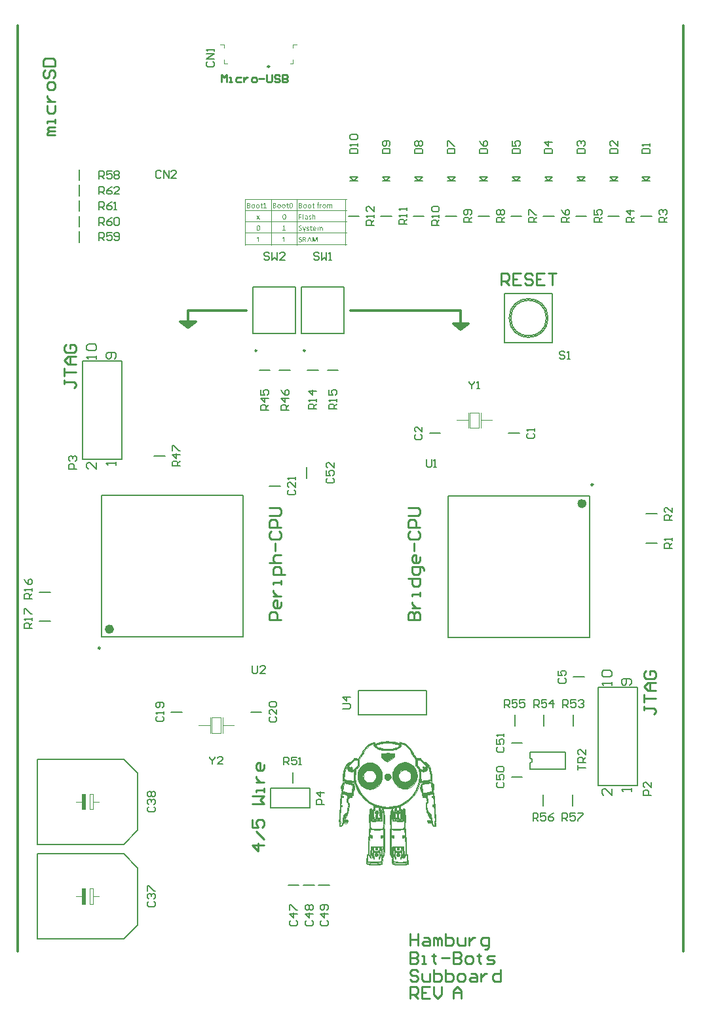
<source format=gto>
G04 Layer_Color=65535*
%FSLAX44Y44*%
%MOMM*%
G71*
G01*
G75*
%ADD32C,0.2000*%
%ADD34C,0.3000*%
%ADD56C,0.2500*%
%ADD57C,0.1500*%
%ADD58C,0.6000*%
%ADD59C,0.0778*%
%ADD60C,0.0035*%
%ADD61C,0.1270*%
%ADD62C,0.1000*%
%ADD63C,0.2540*%
%ADD64C,0.2032*%
%ADD65R,0.4000X2.0000*%
G36*
X486184Y316374D02*
X486594Y316055D01*
X486892Y315600D01*
Y315599D01*
X486915Y315559D01*
X487428Y313317D01*
X487556Y310031D01*
X487525Y305889D01*
X487460Y300940D01*
X487462Y300934D01*
X487462Y300930D01*
X487464Y300928D01*
X487465Y300927D01*
X487470Y300924D01*
X487474Y300921D01*
X487547Y300903D01*
X487548Y300904D01*
X487550Y300903D01*
X488153Y300846D01*
X488153Y300846D01*
X488154Y300846D01*
X488975Y300812D01*
X488976D01*
X491058Y300817D01*
X491059D01*
X493462Y300890D01*
X493462D01*
X495625Y300989D01*
X495625D01*
X497466Y301091D01*
X498820Y301176D01*
X499525Y301224D01*
X499531Y301227D01*
X499535Y301229D01*
X499536Y301230D01*
X499538Y301230D01*
X499540Y301236D01*
X499542Y301241D01*
X499776Y304786D01*
X499776Y304787D01*
X499776Y304788D01*
X499778Y308608D01*
X499780Y312458D01*
X500123Y315567D01*
X500300Y315856D01*
X500610Y315996D01*
X501086Y315948D01*
X501505Y315739D01*
X502101Y315035D01*
X502525Y314060D01*
X502857Y312828D01*
X503326Y309681D01*
Y309681D01*
X503577Y305854D01*
X503639Y301769D01*
X503543Y297629D01*
X503303Y293729D01*
X502940Y290364D01*
X502942Y290359D01*
Y290354D01*
X502944Y290353D01*
X502944Y290350D01*
X502949Y290347D01*
X502953Y290345D01*
X503373Y290183D01*
X503559Y289776D01*
X503687Y264048D01*
Y264042D01*
Y264030D01*
X503670Y260755D01*
X503408Y258173D01*
X502968Y256201D01*
X502421Y254752D01*
X501830Y253749D01*
X501269Y253115D01*
X500808Y252777D01*
X500807Y252775D01*
X500805Y252774D01*
X500804Y252769D01*
X500801Y252764D01*
X500801Y252763D01*
X500801Y252761D01*
X500991Y249527D01*
X500887Y246917D01*
X500681Y245169D01*
Y245169D01*
X500571Y244534D01*
Y244534D01*
X500495Y244165D01*
X500119Y244100D01*
X496478Y243573D01*
X496478D01*
X493028Y243308D01*
X489853Y243254D01*
X487030Y243360D01*
X484639Y243574D01*
X482754Y243844D01*
X482754Y243845D01*
X481439Y244130D01*
X481018Y244247D01*
X480646Y244459D01*
X480416Y244745D01*
X480357Y244986D01*
Y244986D01*
X480296Y245508D01*
X480302Y246935D01*
X480418Y248817D01*
X480605Y250916D01*
X480822Y252990D01*
X481027Y254784D01*
X481181Y256046D01*
X481241Y256523D01*
X481305Y257021D01*
X481803Y257016D01*
X482768Y257004D01*
X482770Y257005D01*
X482773Y257004D01*
X482778Y257008D01*
X482781Y257010D01*
X482782Y257011D01*
X482785Y257013D01*
X482785Y257019D01*
X482787Y257022D01*
X482786Y257025D01*
X482786Y257027D01*
X482623Y257640D01*
X482519Y258126D01*
Y258126D01*
X482464Y258444D01*
X482447Y258557D01*
X482448Y258557D01*
X482441Y258631D01*
X482506Y267554D01*
X482840Y275965D01*
X483344Y283566D01*
X483913Y290060D01*
X484083Y290408D01*
X484434Y290573D01*
X484488D01*
X484542Y290568D01*
X484544Y290568D01*
X484546Y290568D01*
X484550Y290570D01*
X484556Y290572D01*
X484557Y290574D01*
X484558Y290575D01*
X484560Y290579D01*
X484562Y290584D01*
X484562Y290586D01*
X484562Y290589D01*
X484283Y292966D01*
X484072Y296303D01*
X483919Y300997D01*
X483903Y305922D01*
X484051Y310455D01*
X484411Y314007D01*
X484665Y315242D01*
X485129Y316129D01*
X485588Y316427D01*
X485739Y316451D01*
X485893D01*
X486184Y316374D01*
D02*
G37*
G36*
X564327Y298422D02*
X564327Y298421D01*
Y298420D01*
X564360Y298251D01*
X563447Y297999D01*
X563096Y297961D01*
X562273Y297872D01*
X561101Y297866D01*
X559820Y297867D01*
X559513Y298783D01*
Y298783D01*
X559329Y299549D01*
X559271Y300238D01*
X559339Y300936D01*
X561137Y301225D01*
X561138D01*
X562430Y301339D01*
X563443Y301373D01*
X563444D01*
X564059Y301405D01*
X564327Y298422D01*
D02*
G37*
G36*
X454535Y1103216D02*
X453756D01*
Y1089333D01*
X454535D01*
Y1088603D01*
X453756D01*
Y1074721D01*
X454535D01*
Y1073990D01*
X453756D01*
Y1060108D01*
X454535D01*
Y1059377D01*
X453756D01*
Y1045495D01*
X454535D01*
Y1044764D01*
X453756D01*
Y1044034D01*
X452978D01*
Y1044764D01*
X391502D01*
Y1044034D01*
X390724D01*
Y1044764D01*
X358040D01*
Y1044034D01*
X357262D01*
Y1044764D01*
X324579D01*
Y1044034D01*
X323800D01*
Y1044764D01*
Y1103946D01*
X454535D01*
Y1103216D01*
D02*
G37*
G36*
X511579Y402804D02*
X511579D01*
X515583Y402236D01*
X515584Y402235D01*
X519466Y401307D01*
X519467D01*
X523206Y400042D01*
X523208D01*
X523210Y400041D01*
X523215Y400042D01*
X523220Y400043D01*
X523222Y400045D01*
X523224Y400045D01*
X523226Y400050D01*
X523230Y400054D01*
X523229Y400056D01*
X523230Y400058D01*
X523322Y401240D01*
X523399Y402228D01*
X524379Y402115D01*
X528276Y401100D01*
X531663Y399206D01*
X534535Y396751D01*
X536896Y394053D01*
X538690Y391512D01*
X540003Y389307D01*
X540840Y387676D01*
X541210Y386863D01*
X541211Y386862D01*
X541212Y386860D01*
X545163Y381046D01*
X545165Y381044D01*
X545166Y381043D01*
X545170Y381041D01*
X545175Y381038D01*
X545177Y381039D01*
X545179Y381038D01*
X550126Y381141D01*
X550548Y381147D01*
X550839Y380837D01*
X550840Y380837D01*
X555034Y376346D01*
X555040Y376344D01*
X555045Y376341D01*
X556474Y376065D01*
X557784Y375467D01*
X558974Y374593D01*
X560027Y373492D01*
X561895Y370534D01*
X563304Y367000D01*
X564306Y363159D01*
X564916Y359282D01*
X565140Y355623D01*
X564981Y352448D01*
X564881Y351610D01*
X564080D01*
X564079Y351610D01*
X564078Y351610D01*
X563956Y351598D01*
X563956Y351597D01*
X563501Y351537D01*
X562801Y351451D01*
X561906Y351338D01*
X561573Y351295D01*
X561561Y351287D01*
X561557Y351273D01*
X561720Y350031D01*
X561721Y350030D01*
X561721Y350029D01*
X561728Y350018D01*
X561729D01*
Y350018D01*
X561732Y350017D01*
X561742Y350014D01*
X561743Y350015D01*
X564306Y350469D01*
X564887Y350569D01*
X564958Y349982D01*
X565012Y349576D01*
X565015Y349571D01*
X565016Y349566D01*
X566368Y347984D01*
X567136Y346276D01*
X567443Y344541D01*
X567413Y342877D01*
X567166Y341389D01*
X566826Y340174D01*
X566513Y339334D01*
Y339334D01*
X566354Y338972D01*
Y338968D01*
X566352Y338962D01*
X566455Y338162D01*
X566514Y337704D01*
X566425Y337673D01*
X566421Y337669D01*
X566416Y337665D01*
X566415Y337664D01*
X566415Y337663D01*
X566414Y337659D01*
X566413Y337651D01*
X566649Y336560D01*
X566654Y336552D01*
X566657Y336549D01*
X566657Y336549D01*
X566668Y336546D01*
X566671Y336546D01*
X566671D01*
X566697Y336550D01*
X566956Y336498D01*
X567144Y336354D01*
X567220Y336235D01*
X567298Y336048D01*
X567491Y335125D01*
X567685Y333618D01*
X567891Y331573D01*
X568335Y326233D01*
X568789Y319881D01*
Y319881D01*
X569007Y316573D01*
X569214Y313309D01*
X569406Y310190D01*
X569581Y307316D01*
X569731Y304790D01*
X569855Y302710D01*
X569945Y301179D01*
X570001Y300299D01*
X569878Y299918D01*
X569537Y299701D01*
X569442Y299666D01*
X569439Y299663D01*
X569436Y299661D01*
X569261Y299493D01*
X569259Y299489D01*
X569256Y299486D01*
X569184Y299293D01*
X569185Y299290D01*
X569183Y299287D01*
X569178Y298944D01*
X569179Y298941D01*
X569179Y298939D01*
X569320Y298405D01*
X569321Y298404D01*
Y298401D01*
X569687Y297637D01*
X569759Y297330D01*
X569601Y293634D01*
X569457Y293289D01*
X569135Y293102D01*
X568951Y293082D01*
X568455Y293083D01*
X567747Y293199D01*
X566926Y293524D01*
X566091Y294149D01*
X565334Y295134D01*
X564730Y296541D01*
X564404Y298225D01*
X564751Y298321D01*
X564754Y298323D01*
X564758Y298324D01*
X564940Y298464D01*
X564941Y298465D01*
X564942Y298465D01*
X564944Y298471D01*
X564947Y298476D01*
X564946Y298477D01*
X564947Y298479D01*
Y298491D01*
X564947Y298492D01*
X564947Y298493D01*
X564765Y300541D01*
X564584Y302565D01*
Y302566D01*
Y302566D01*
X564326Y304515D01*
X564325Y304516D01*
Y304516D01*
X563910Y306336D01*
X563909Y306337D01*
Y306338D01*
X563256Y307975D01*
X563255Y307977D01*
X563254Y307979D01*
X562284Y309383D01*
X562282Y309384D01*
X562281Y309386D01*
X560914Y310501D01*
X560911Y310502D01*
X560909Y310504D01*
X559067Y311280D01*
X559060D01*
X559054Y311280D01*
X559053Y311280D01*
X559053D01*
X559047Y311274D01*
X559043Y311271D01*
Y311270D01*
X559042Y311269D01*
Y311262D01*
X559042Y311257D01*
X559236Y310618D01*
X559236Y310618D01*
X559250Y310575D01*
X558826Y310745D01*
X558530Y310946D01*
X558406Y311279D01*
X558222Y312925D01*
X558221Y312926D01*
Y312927D01*
X557854Y314734D01*
Y314734D01*
X557424Y316629D01*
X557055Y318538D01*
X556871Y320409D01*
X557024Y322188D01*
X557604Y323656D01*
X558699Y324895D01*
Y324896D01*
X558699D01*
X558704Y324909D01*
X558442Y328327D01*
X558440Y328332D01*
X558438Y328338D01*
X557740Y329244D01*
X557738Y329245D01*
X557737Y329247D01*
X556938Y329901D01*
X556936Y329901D01*
X556935Y329903D01*
X556096Y330343D01*
X556094D01*
X556093Y330344D01*
X555274Y330614D01*
X555273D01*
X555272Y330615D01*
X554529Y330755D01*
X554529D01*
X554528Y330755D01*
X553924Y330803D01*
X553923Y330803D01*
X553923Y330803D01*
X553516D01*
X553516Y330803D01*
X553515Y330803D01*
X553386Y330795D01*
X553163Y333613D01*
Y333613D01*
X553161Y333618D01*
X553157Y333626D01*
X553143Y333631D01*
X553143D01*
X552249Y333555D01*
X551944Y333529D01*
X551783Y335615D01*
X551783Y335616D01*
Y335616D01*
X551362Y338156D01*
X551361Y338158D01*
Y338160D01*
X550564Y339886D01*
X550052Y342094D01*
X550143Y344694D01*
X551162Y347596D01*
X551161Y347599D01*
X551163Y347602D01*
Y347627D01*
X551162Y347627D01*
X551163Y347629D01*
X551109Y348144D01*
X551627Y348232D01*
X553232Y348517D01*
X553245Y348525D01*
X553248Y348539D01*
Y348539D01*
X553106Y349349D01*
X553105Y349350D01*
Y349352D01*
X552846Y350124D01*
X552843Y350127D01*
X552840Y350132D01*
X552838Y350133D01*
X552837Y350134D01*
X552832Y350135D01*
X552826Y350136D01*
X552120Y350045D01*
X551295Y349937D01*
X551294Y349936D01*
X550609Y349848D01*
X550608Y349847D01*
X550323Y349810D01*
X549656Y349724D01*
X549653Y349723D01*
X549650Y349722D01*
X549647Y349719D01*
X549644Y349717D01*
X549643Y349714D01*
X549641Y349711D01*
X548165Y344805D01*
Y344804D01*
X546132Y340158D01*
X543580Y335804D01*
X540555Y331785D01*
X537096Y328140D01*
X533249Y324908D01*
X529057Y322130D01*
X524561Y319845D01*
X524558Y319843D01*
X524556Y319841D01*
X524554Y319837D01*
X524551Y319834D01*
X524551Y319831D01*
X524550Y319828D01*
Y315639D01*
X524556Y315626D01*
X524569Y315620D01*
X526156D01*
X526138Y314657D01*
X526047Y308875D01*
Y308874D01*
Y308807D01*
Y308807D01*
X526065Y307763D01*
X526044Y306650D01*
Y306650D01*
X526026Y305357D01*
Y305357D01*
Y305357D01*
X526054Y303776D01*
X526065Y302801D01*
X525151Y302789D01*
X525150D01*
X525059Y302783D01*
X525056Y302782D01*
X525051Y302781D01*
X525049Y302778D01*
X525047Y302777D01*
X525046Y302774D01*
X525042Y302770D01*
X524868Y302131D01*
X524312Y301463D01*
X523436Y301140D01*
X523351Y301128D01*
X523262D01*
X522663Y301249D01*
X522141Y301531D01*
X521737Y301912D01*
X521484Y302334D01*
X521394Y302719D01*
X521391Y302724D01*
X521389Y302729D01*
X521387Y302730D01*
X521385Y302731D01*
X521380Y302732D01*
X521376Y302734D01*
X520393D01*
X520389Y302733D01*
X520386D01*
X520384Y302730D01*
X520380Y302729D01*
X520378Y302725D01*
X520376Y302723D01*
X520089Y302097D01*
X519666Y301628D01*
X519291Y301406D01*
X518967Y301327D01*
X518663Y301333D01*
X518347Y301370D01*
X518346D01*
X518203Y301382D01*
X518072Y301436D01*
X517734Y301604D01*
X517509Y301784D01*
X517346Y302002D01*
X517204Y302285D01*
X517090Y302654D01*
X517087Y302658D01*
X517085Y302662D01*
X517082Y302663D01*
X517080Y302666D01*
X517076Y302666D01*
X517072Y302668D01*
X516909Y302673D01*
X515975Y302721D01*
X516005Y303654D01*
X516004Y303655D01*
X516005Y303655D01*
X515986Y304279D01*
X516015Y305051D01*
X516077Y306332D01*
Y306333D01*
X516157Y308480D01*
Y308480D01*
X516235Y314299D01*
X516247Y315125D01*
X517067Y315233D01*
X517067Y315233D01*
X517407Y315274D01*
X517413Y315277D01*
X517419Y315280D01*
X517419Y315281D01*
X517420Y315282D01*
X517421Y315286D01*
X517424Y315293D01*
Y317233D01*
X517424Y317234D01*
X517424Y317236D01*
X517421Y317240D01*
X517419Y317246D01*
X517417Y317247D01*
X517417Y317248D01*
X517411Y317249D01*
X517405Y317252D01*
X517404Y317251D01*
X517403Y317252D01*
X512509Y316523D01*
X507464Y316301D01*
X502458Y316601D01*
X497622Y317452D01*
X497621Y317452D01*
X497619Y317453D01*
X497614Y317451D01*
X497608Y317449D01*
X497607Y317448D01*
X497606Y317447D01*
X497603Y317442D01*
X497601Y317437D01*
X497601Y317436D01*
X497601Y317434D01*
Y315548D01*
X497603Y315542D01*
X497604Y315537D01*
X497606Y315536D01*
X497606Y315535D01*
X497611Y315532D01*
X497617Y315529D01*
X497962Y315487D01*
X498783Y315380D01*
X498795Y314554D01*
X498873Y308735D01*
Y308717D01*
Y308716D01*
Y308716D01*
X499025Y303903D01*
X499054Y302964D01*
X498116Y302923D01*
X498116D01*
X497952Y302916D01*
X497947Y302914D01*
X497944Y302914D01*
X497942Y302911D01*
X497939Y302910D01*
X497937Y302906D01*
X497934Y302903D01*
X497821Y302543D01*
X497394Y301972D01*
X496708Y301557D01*
X496579Y301503D01*
X496436Y301492D01*
X495685Y301474D01*
X494854Y301804D01*
X494433Y302262D01*
X494151Y302875D01*
X494148Y302877D01*
X494147Y302880D01*
X494143Y302881D01*
X494140Y302884D01*
X494137D01*
X494134Y302886D01*
X493146D01*
X493141Y302883D01*
X493136Y302882D01*
X493135Y302881D01*
X493133Y302880D01*
X493131Y302876D01*
X493127Y302871D01*
X493043Y302493D01*
X492784Y302091D01*
X492362Y301753D01*
X491823Y301515D01*
X491218Y301413D01*
X491130D01*
X491040Y301425D01*
X490526Y301543D01*
X490067Y301733D01*
X489694Y302008D01*
X489423Y302385D01*
X489248Y303023D01*
X489245Y303026D01*
X489244Y303030D01*
X489241Y303032D01*
X489239Y303035D01*
X489235Y303035D01*
X489231Y303037D01*
X489140Y303044D01*
X489137Y303043D01*
X489135Y303043D01*
X488413Y302908D01*
X488449Y303843D01*
Y303843D01*
X488476Y305423D01*
Y305423D01*
Y305424D01*
X488455Y306714D01*
X488431Y307828D01*
X488449Y308874D01*
Y308874D01*
Y308941D01*
Y308941D01*
X488364Y314724D01*
X488352Y315687D01*
X489314D01*
X489318Y315689D01*
X489323D01*
X489729Y315877D01*
X489731Y315879D01*
X489734Y315881D01*
X489736Y315885D01*
X489739Y315887D01*
Y315890D01*
X489740Y315894D01*
Y320107D01*
X489739Y320109D01*
X489739Y320112D01*
X489736Y320116D01*
X489734Y320120D01*
X489732Y320121D01*
X489730Y320123D01*
X485324Y322415D01*
X481236Y325176D01*
X477496Y328370D01*
X474141Y331964D01*
X471211Y335920D01*
X468735Y340206D01*
X466755Y344782D01*
X465304Y349614D01*
X465301Y349618D01*
X465300Y349620D01*
X465297Y349622D01*
X465294Y349625D01*
X465292Y349626D01*
X465288Y349628D01*
X464664Y349707D01*
X464378Y349744D01*
X464378Y349744D01*
X463694Y349833D01*
X462870Y349941D01*
X462167Y350034D01*
X462162Y350033D01*
X462156Y350032D01*
X462154Y350031D01*
X462153Y350030D01*
X462150Y350026D01*
X462146Y350021D01*
X461884Y349250D01*
Y349249D01*
X461883Y349248D01*
X461740Y348436D01*
X461744Y348422D01*
X461756Y348414D01*
X463362Y348129D01*
X463871Y348041D01*
X463825Y347525D01*
X463825Y347524D01*
X463825Y347523D01*
Y347500D01*
X463826Y347496D01*
X463825Y347493D01*
X464843Y344594D01*
X464938Y341997D01*
X464427Y339790D01*
X463632Y338063D01*
Y338060D01*
X463631Y338058D01*
X463210Y335513D01*
Y335513D01*
X463210Y335511D01*
X463050Y333420D01*
X462743Y333446D01*
X461851Y333522D01*
X461851D01*
X461838Y333518D01*
X461831Y333505D01*
Y333505D01*
X461601Y330692D01*
X461471Y330700D01*
X461470Y330700D01*
X461470Y330700D01*
X461063Y330700D01*
X461063Y330699D01*
X461062Y330700D01*
X460459Y330650D01*
X460458Y330650D01*
X460457Y330650D01*
X459715Y330508D01*
X459714Y330508D01*
X459713D01*
X458893Y330237D01*
X458892Y330236D01*
X458890D01*
X458052Y329794D01*
X458050Y329792D01*
X458048Y329791D01*
X457250Y329138D01*
X457249Y329136D01*
X457247Y329135D01*
X456549Y328228D01*
X456547Y328223D01*
X456545Y328218D01*
X456284Y324806D01*
Y324805D01*
X456289Y324792D01*
X457379Y323552D01*
X457957Y322085D01*
X458109Y320306D01*
X457927Y318436D01*
X457558Y316526D01*
X457558Y316525D01*
X457130Y314631D01*
Y314630D01*
X456764Y312823D01*
Y312822D01*
X456764Y312822D01*
X456581Y311173D01*
X456581Y311172D01*
X456581Y311172D01*
X456569Y310756D01*
X456165Y310644D01*
X456164D01*
X456043Y310608D01*
X456041Y310606D01*
X456038Y310606D01*
X456035Y310602D01*
X456032Y310599D01*
X456032Y310597D01*
X456030Y310594D01*
X455999Y310460D01*
Y310460D01*
X455782Y309644D01*
X455781Y309643D01*
X455406Y308438D01*
X454873Y306972D01*
X453632Y304353D01*
X451886Y301877D01*
X451885Y301873D01*
X451883Y301867D01*
X451884Y301865D01*
X451883Y301864D01*
X451886Y301859D01*
X451888Y301854D01*
X451890Y301853D01*
X451891Y301851D01*
X451896Y301850D01*
X451901Y301848D01*
X452601Y301821D01*
X453427Y301757D01*
X454459Y301626D01*
X454459D01*
X455769Y301401D01*
X456064Y301242D01*
X456224Y300946D01*
X456296Y300149D01*
X456229Y299365D01*
X456030Y298522D01*
Y298521D01*
X455711Y297554D01*
X455497Y297281D01*
X455167Y297176D01*
X452874Y297175D01*
X450529Y297540D01*
X450522Y297538D01*
X450516Y297537D01*
X450516Y297537D01*
X450515Y297536D01*
X450512Y297531D01*
X450508Y297526D01*
X450096Y295979D01*
X449513Y294809D01*
X448814Y293969D01*
X448061Y293422D01*
X447240Y293095D01*
X446533Y292980D01*
X446037Y292979D01*
X445849Y293000D01*
X445849D01*
X445404Y293076D01*
X445386Y293527D01*
X445229Y297230D01*
Y297230D01*
Y297231D01*
X445218Y297389D01*
X445299Y297530D01*
Y297530D01*
X445299Y297531D01*
X445665Y298298D01*
Y298300D01*
X445666Y298301D01*
X445807Y298836D01*
X445807Y298839D01*
X445808Y298841D01*
X445803Y299184D01*
X445802Y299187D01*
Y299190D01*
X445731Y299382D01*
X445728Y299385D01*
X445727Y299389D01*
X445550Y299559D01*
X445547Y299560D01*
X445544Y299563D01*
X445447Y299599D01*
X445446D01*
X445444Y299600D01*
X444951Y299694D01*
X444987Y300193D01*
Y300193D01*
X445042Y301076D01*
X445133Y302607D01*
X445256Y304686D01*
Y304686D01*
X445406Y307213D01*
X445580Y310087D01*
X445773Y313206D01*
X445980Y316470D01*
X446199Y319778D01*
X446648Y326130D01*
X447090Y331471D01*
X447296Y333516D01*
X447490Y335022D01*
X447689Y335946D01*
X447767Y336131D01*
X447844Y336252D01*
X448031Y336396D01*
X448195Y336442D01*
X448320D01*
X448325Y336444D01*
X448330Y336445D01*
X448331Y336447D01*
X448333Y336448D01*
X448335Y336452D01*
X448338Y336457D01*
X448574Y337548D01*
X448573Y337554D01*
X448573Y337560D01*
X448572Y337561D01*
X448571Y337562D01*
X448568Y337565D01*
X448562Y337570D01*
X448474Y337602D01*
X448533Y338059D01*
X448635Y338853D01*
X448634Y338858D01*
Y338863D01*
X448473Y339225D01*
Y339226D01*
X448161Y340066D01*
X447821Y341280D01*
X447575Y342767D01*
X447543Y344431D01*
X447849Y346166D01*
X448614Y347875D01*
X449964Y349457D01*
X449965Y349462D01*
X449969Y349467D01*
X450024Y349879D01*
X450100Y350466D01*
X450681Y350366D01*
X453245Y349911D01*
X453245Y349911D01*
X453252Y349913D01*
X453259Y349915D01*
X453259Y349915D01*
X453259D01*
X453261Y349918D01*
X453267Y349927D01*
Y349927D01*
Y349928D01*
X453424Y351165D01*
X453420Y351179D01*
X453407Y351186D01*
X453081Y351228D01*
X452185Y351341D01*
X452184D01*
X451487Y351428D01*
X451486Y351428D01*
X451032Y351489D01*
X451031Y351489D01*
X451031Y351489D01*
X450910Y351500D01*
X450909Y351500D01*
X450909Y351500D01*
X450107D01*
X450006Y352339D01*
X449846Y355514D01*
X450070Y359173D01*
X450680Y363050D01*
X451684Y366891D01*
X453091Y370424D01*
X454961Y373384D01*
X456013Y374484D01*
X457201Y375358D01*
X458514Y375956D01*
X459944Y376231D01*
X459948Y376234D01*
X459954Y376237D01*
X464148Y380728D01*
X464148Y380729D01*
X464440Y381038D01*
X464861Y381032D01*
X469723Y380935D01*
X469725Y380935D01*
X469727Y380935D01*
X469731Y380938D01*
X469736Y380940D01*
X469737Y380942D01*
X469739Y380943D01*
X473648Y386762D01*
X473649Y386763D01*
X473650Y386764D01*
X474097Y387730D01*
X474995Y389443D01*
X476345Y391666D01*
X476346D01*
X478152Y394169D01*
Y394170D01*
X480492Y396783D01*
X483325Y399149D01*
X486645Y400967D01*
X490456Y401945D01*
X491437Y402057D01*
X491514Y401071D01*
X491594Y400016D01*
X491595Y400014D01*
Y400012D01*
X491598Y400008D01*
X491601Y400003D01*
X491603Y400003D01*
X491604Y400001D01*
X491609Y400001D01*
X491614Y399999D01*
X491617Y400000D01*
X491618D01*
X495379Y401284D01*
X495379D01*
X499285Y402223D01*
X503317Y402803D01*
X503317D01*
X507464Y403000D01*
X511579Y402804D01*
D02*
G37*
G36*
X564381Y301459D02*
X564094Y301444D01*
X564064Y301776D01*
X564381Y301459D01*
D02*
G37*
G36*
X560547Y310014D02*
X561808Y309013D01*
X562696Y307730D01*
X563304Y306196D01*
X563959Y302522D01*
Y302521D01*
X564017Y301875D01*
X563315Y302576D01*
X562316Y303923D01*
X561442Y305401D01*
X560698Y306910D01*
Y306910D01*
X560086Y308351D01*
X559609Y309625D01*
X559609Y309625D01*
X559312Y310510D01*
X560547Y310014D01*
D02*
G37*
G36*
X560892Y310470D02*
X562255Y309359D01*
X563223Y307959D01*
X563873Y306327D01*
X564288Y304509D01*
X564547Y302563D01*
X564546Y302562D01*
X564727Y300538D01*
X564910Y298489D01*
Y298488D01*
X564738Y298356D01*
X564396Y298262D01*
X564365Y298426D01*
X564097Y301407D01*
X564425Y301423D01*
X564432Y301427D01*
X564438Y301429D01*
X564438Y301429D01*
X564438Y301430D01*
X564441Y301436D01*
X564443Y301442D01*
X564443Y301443D01*
X564443Y301443D01*
X564440Y301450D01*
X564438Y301455D01*
X564437Y301456D01*
X564059Y301834D01*
X563997Y302525D01*
X563996Y302526D01*
X563996Y302527D01*
X563340Y306204D01*
X563339Y306206D01*
Y306208D01*
X562729Y307747D01*
X562728Y307749D01*
X562727Y307751D01*
X561838Y309036D01*
X561836Y309037D01*
X561834Y309040D01*
X560569Y310044D01*
X560566Y310045D01*
X560564Y310047D01*
X559296Y310557D01*
X559272Y310629D01*
Y310629D01*
X559090Y311229D01*
X560892Y310470D01*
D02*
G37*
G36*
X528934Y316276D02*
X529392Y315977D01*
X529854Y315090D01*
X530109Y313855D01*
X530469Y310303D01*
X530619Y305770D01*
X530601Y300845D01*
X530449Y296152D01*
X530240Y292815D01*
X529964Y290437D01*
X529965Y290435D01*
X529964Y290433D01*
X529967Y290428D01*
X529968Y290423D01*
X529970Y290422D01*
X529972Y290420D01*
X529976Y290419D01*
X529981Y290416D01*
X529983Y290417D01*
X529985Y290416D01*
X530030Y290421D01*
X530413Y290274D01*
X530606Y289909D01*
X531176Y283414D01*
X531679Y275813D01*
X532015Y267402D01*
X532079Y258479D01*
X532073Y258406D01*
Y258405D01*
X532057Y258293D01*
X532002Y257975D01*
Y257975D01*
X531897Y257488D01*
X531734Y256876D01*
X531734Y256874D01*
X531733Y256871D01*
X531735Y256866D01*
X531736Y256862D01*
X531738Y256861D01*
X531739Y256858D01*
X531743Y256856D01*
X531747Y256853D01*
X531749Y256853D01*
X531752Y256852D01*
X532716Y256864D01*
X532717D01*
X533215Y256870D01*
X533279Y256371D01*
X533339Y255895D01*
X533493Y254632D01*
X533699Y252839D01*
X533915Y250765D01*
X534101Y248666D01*
X534218Y246784D01*
X534225Y245356D01*
X534165Y244837D01*
X534105Y244594D01*
X533874Y244308D01*
X533501Y244095D01*
X533082Y243978D01*
X531769Y243700D01*
X529882Y243426D01*
X529882D01*
X527489Y243209D01*
X524669Y243102D01*
X521496Y243157D01*
X518047Y243421D01*
X518047D01*
X514408Y243948D01*
X514032Y244013D01*
X513956Y244382D01*
Y244382D01*
X513845Y245016D01*
Y245017D01*
X513640Y246763D01*
X513536Y249372D01*
X513726Y252603D01*
X513726Y252605D01*
X513726Y252607D01*
X513723Y252611D01*
X513721Y252617D01*
X513720Y252618D01*
X513719Y252619D01*
X513253Y252962D01*
X512689Y253597D01*
X512099Y254600D01*
X511551Y256049D01*
X511111Y258022D01*
X510850Y260604D01*
X510835Y263879D01*
Y263890D01*
Y263897D01*
X510961Y289625D01*
X511147Y290032D01*
X511568Y290193D01*
X511571Y290196D01*
X511576Y290198D01*
X511577Y290201D01*
X511578Y290203D01*
Y290207D01*
X511580Y290212D01*
X511216Y293578D01*
X510978Y297478D01*
X510880Y301618D01*
X510943Y305703D01*
X511194Y309529D01*
Y309530D01*
X511665Y312677D01*
X511995Y313909D01*
X512420Y314883D01*
X513016Y315588D01*
X513434Y315797D01*
X513910Y315844D01*
X514219Y315705D01*
X514397Y315415D01*
X514740Y312306D01*
X514743Y308456D01*
Y304636D01*
X514743Y304635D01*
X514743Y304634D01*
X514980Y301089D01*
X514983Y301083D01*
X514984Y301079D01*
X514985Y301078D01*
X514986Y301077D01*
X514992Y301075D01*
X514997Y301072D01*
X515700Y301025D01*
X517053Y300940D01*
X518894Y300837D01*
X518894D01*
X521059Y300739D01*
X521059D01*
X523461Y300666D01*
X523462D01*
X525545Y300660D01*
X525546D01*
X526367Y300694D01*
X526367Y300694D01*
X526368Y300694D01*
X526972Y300751D01*
X526973Y300752D01*
X526974D01*
X527048Y300770D01*
X527052Y300773D01*
X527057Y300775D01*
X527057Y300777D01*
X527059Y300778D01*
X527060Y300783D01*
X527062Y300788D01*
X526995Y305738D01*
X526964Y309880D01*
X527091Y313166D01*
X527607Y315409D01*
X527628Y315447D01*
X527925Y315902D01*
X528336Y316222D01*
X528627Y316299D01*
X528780Y316305D01*
X528934Y316276D01*
D02*
G37*
%LPC*%
G36*
X499748Y247040D02*
X499745Y247039D01*
X499743Y247040D01*
X497081Y246532D01*
X494302Y246241D01*
X491519Y246128D01*
X488842Y246150D01*
X486384Y246264D01*
X484257Y246429D01*
X482573Y246603D01*
X481443Y246744D01*
X481441Y246743D01*
X481440Y246744D01*
X481434Y246741D01*
X481429Y246739D01*
X481428Y246738D01*
X481427Y246738D01*
X481425Y246733D01*
X481422Y246727D01*
X481422Y246725D01*
X481422Y246724D01*
X481416Y245572D01*
X481416Y245571D01*
X481416Y245570D01*
X481446Y245322D01*
X481448Y245319D01*
Y245316D01*
X481451Y245313D01*
X481453Y245309D01*
X481456Y245308D01*
X481459Y245306D01*
X481529Y245280D01*
X481530D01*
X481530Y245280D01*
X481738Y245215D01*
X481739D01*
X481740Y245214D01*
X482952Y244960D01*
X482953D01*
X484771Y244697D01*
X484771D01*
X484772Y244697D01*
X487106Y244486D01*
X487107Y244487D01*
X487107Y244486D01*
X489785Y244385D01*
X489786Y244385D01*
X489787Y244385D01*
X492798Y244431D01*
X492798Y244431D01*
X492799Y244431D01*
X496065Y244667D01*
X496066Y244667D01*
X496066D01*
X499513Y245141D01*
X499517Y245144D01*
X499522Y245145D01*
X499523Y245147D01*
X499526Y245148D01*
X499527Y245153D01*
X499529Y245157D01*
X499637Y245856D01*
X499637Y245856D01*
X499765Y247019D01*
X499764Y247022D01*
X499765Y247024D01*
X499762Y247028D01*
X499761Y247033D01*
X499758Y247034D01*
X499757Y247036D01*
X499753Y247037D01*
X499748Y247040D01*
D02*
G37*
G36*
X514777Y246888D02*
X514772Y246885D01*
X514769Y246885D01*
X514767Y246883D01*
X514765Y246881D01*
X514763Y246876D01*
X514761Y246873D01*
X514762Y246870D01*
X514761Y246867D01*
X514888Y245705D01*
X514888Y245704D01*
X514997Y245005D01*
X515000Y245001D01*
X515001Y244997D01*
X515004Y244995D01*
X515005Y244993D01*
X515010Y244992D01*
X515014Y244990D01*
X518460Y244516D01*
X518460Y244516D01*
X518461Y244516D01*
X521728Y244279D01*
X521728D01*
X524739Y244234D01*
X524740Y244234D01*
X524740Y244234D01*
X527419Y244335D01*
X527419Y244335D01*
X527420Y244335D01*
X529750Y244545D01*
X529750Y244545D01*
X529751D01*
X531567Y244808D01*
X531568D01*
X532781Y245062D01*
X532781Y245063D01*
X532782D01*
X532990Y245128D01*
X532990D01*
X533062Y245154D01*
X533064Y245157D01*
X533067Y245157D01*
X533069Y245161D01*
X533073Y245164D01*
Y245167D01*
X533074Y245170D01*
X533105Y245419D01*
X533104Y245420D01*
X533105Y245421D01*
X533099Y246573D01*
X533099Y246574D01*
X533099Y246575D01*
X533096Y246581D01*
X533093Y246586D01*
X533092Y246587D01*
X533092Y246588D01*
X533086Y246589D01*
X533080Y246592D01*
X533079Y246591D01*
X533078Y246592D01*
X531948Y246451D01*
X530264Y246277D01*
X528137Y246112D01*
X525680Y245999D01*
X523005Y245977D01*
X520223Y246090D01*
X517444Y246381D01*
X514783Y246888D01*
X514780Y246887D01*
X514777Y246888D01*
D02*
G37*
G36*
X496965Y259454D02*
X489423D01*
X489413Y259449D01*
X489411Y259449D01*
X489410Y259448D01*
X489407Y259440D01*
X489405Y259436D01*
X489301Y256957D01*
X489278Y256357D01*
X489175Y253884D01*
X489175Y253883D01*
X489175Y253881D01*
X489178Y253876D01*
X489179Y253870D01*
X489180Y253870D01*
X489181Y253868D01*
X489188Y253866D01*
X489193Y253864D01*
X489194Y253864D01*
X489195Y253864D01*
X489826Y253919D01*
X490447Y253971D01*
X490435Y253343D01*
X490382Y250957D01*
X489255Y250980D01*
X489298Y252718D01*
X489298Y252719D01*
X489298Y252721D01*
X489295Y252726D01*
X489292Y252732D01*
X489291Y252733D01*
X489291Y252733D01*
X489286Y252735D01*
X489279Y252738D01*
X489278Y252737D01*
X489277Y252738D01*
X488634Y252684D01*
X487995Y252631D01*
X488025Y253270D01*
X488127Y255804D01*
Y255804D01*
X488126Y255807D01*
X488122Y255818D01*
X488121Y255818D01*
X488120Y255819D01*
X488109Y255823D01*
X488108D01*
X486636Y255842D01*
X486636D01*
X486627Y255838D01*
X486623Y255836D01*
X486622Y255836D01*
X486618Y255826D01*
X486616Y255823D01*
X486502Y253241D01*
Y253241D01*
Y253241D01*
Y253235D01*
X486460Y252274D01*
X485743Y252729D01*
X485742D01*
X485741Y252730D01*
X485638Y252784D01*
X485421Y252934D01*
X485420D01*
Y252934D01*
X485391Y252953D01*
X484663Y253582D01*
X484062Y254304D01*
X483577Y255080D01*
X483197Y255867D01*
X483194Y255870D01*
X483193Y255872D01*
X483190Y255873D01*
X483186Y255876D01*
X483183D01*
X483180Y255877D01*
X482316Y255884D01*
X482313D01*
X482309Y255882D01*
X482302Y255880D01*
X482301Y255879D01*
X482300Y255878D01*
X482298Y255874D01*
X482295Y255868D01*
X482217Y255250D01*
Y255250D01*
X482083Y254129D01*
X481911Y252613D01*
X481724Y250806D01*
Y250805D01*
Y250805D01*
X481489Y247897D01*
Y247896D01*
Y247896D01*
X481492Y247886D01*
X481493Y247883D01*
X481493Y247882D01*
X481499Y247879D01*
X481505Y247875D01*
X482540Y247749D01*
X482540D01*
X484193Y247581D01*
X484194D01*
X486337Y247415D01*
X486338D01*
X488839Y247299D01*
X488840D01*
X491569Y247276D01*
X491570Y247276D01*
X491570Y247276D01*
X494397Y247393D01*
X494398Y247393D01*
X494398Y247393D01*
X497192Y247694D01*
X497193Y247695D01*
X497194Y247695D01*
X499823Y248227D01*
X499828Y248231D01*
X499832Y248232D01*
X499833Y248234D01*
X499835Y248235D01*
X499836Y248241D01*
X499838Y248245D01*
X499856Y249832D01*
X499856Y249832D01*
X499856Y249833D01*
X499768Y251634D01*
X499768Y251634D01*
X499768Y251635D01*
X499533Y253605D01*
X499533Y253605D01*
Y253606D01*
X499110Y255700D01*
X499107Y255704D01*
X499105Y255709D01*
X499103Y255710D01*
X499102Y255711D01*
X499097Y255712D01*
X499092Y255714D01*
X498165Y255721D01*
X498152Y255715D01*
X498146Y255702D01*
X498164Y253640D01*
Y253640D01*
X498170Y253176D01*
X497720Y253083D01*
X497715D01*
X497714Y253083D01*
X497712Y253083D01*
X497113Y252956D01*
X497108Y252953D01*
X497103Y252951D01*
X497103Y252949D01*
X497101Y252948D01*
X497100Y252943D01*
X497098Y252938D01*
Y251138D01*
X495971D01*
Y253867D01*
X496416Y253961D01*
X497017Y254089D01*
X497023Y254093D01*
X497026Y254094D01*
X497027Y254095D01*
X497029Y254097D01*
X497030Y254104D01*
X497032Y254108D01*
X497014Y256283D01*
Y256283D01*
X497007Y256878D01*
X496984Y259435D01*
X496978Y259448D01*
X496965Y259454D01*
D02*
G37*
G36*
X450854Y300764D02*
X450843Y300760D01*
X450842Y300760D01*
X450841Y300759D01*
X450838Y300753D01*
X450834Y300747D01*
X450653Y298716D01*
X450655Y298710D01*
X450656Y298704D01*
X450657Y298704D01*
X450657Y298703D01*
X450663Y298700D01*
X450668Y298696D01*
X450670Y298696D01*
X452677Y298319D01*
X452679Y298319D01*
X452681Y298319D01*
X454751Y298302D01*
X454755Y298303D01*
X454760Y298304D01*
X454762Y298307D01*
X454764Y298307D01*
X454766Y298311D01*
X454769Y298315D01*
X455086Y299428D01*
X455086Y299430D01*
X455087Y299432D01*
X455151Y300345D01*
X455148Y300354D01*
X455148Y300357D01*
X455147D01*
X455147Y300358D01*
X455138Y300362D01*
X455135Y300364D01*
X455134D01*
X455134Y300364D01*
X455134D01*
X453693Y300583D01*
X453693D01*
X453692Y300583D01*
X452600Y300686D01*
X452599D01*
X451704Y300727D01*
X451704D01*
X450854Y300764D01*
D02*
G37*
G36*
X528646Y314942D02*
X528645Y314942D01*
X528643D01*
X528639Y314938D01*
X528634Y314934D01*
X528621Y314916D01*
X528621Y314913D01*
X528619Y314910D01*
X528239Y313059D01*
X528240Y313058D01*
X528239Y313056D01*
X528090Y309876D01*
X528091Y309875D01*
X528090Y309874D01*
X528125Y305603D01*
Y305603D01*
X528194Y300427D01*
X528188Y300406D01*
X528103Y300114D01*
X527951Y299923D01*
X527678Y299763D01*
X527131Y299637D01*
X525568Y299534D01*
X523439Y299538D01*
X521018Y299612D01*
X518598Y299723D01*
X516491Y299841D01*
X515000Y299934D01*
X514439Y299970D01*
X514099Y300123D01*
X513919Y300448D01*
X513615Y304339D01*
X513616Y308468D01*
X513615Y311691D01*
X513615Y311691D01*
X513615Y311692D01*
X513441Y314319D01*
X513438Y314325D01*
X513436Y314331D01*
X513435Y314331D01*
X513434Y314332D01*
X513428Y314334D01*
X513423Y314336D01*
X513423Y314336D01*
X513421Y314337D01*
X513415Y314333D01*
X513410Y314332D01*
X513403Y314326D01*
X513401Y314322D01*
X513398Y314319D01*
X513070Y313553D01*
Y313552D01*
X513070Y313551D01*
X512767Y312438D01*
Y312436D01*
X512767Y312436D01*
X512318Y309418D01*
X512318Y309418D01*
X512318Y309417D01*
X512070Y305657D01*
X512070Y305656D01*
X512070Y305655D01*
X512009Y301582D01*
Y301581D01*
Y301581D01*
X512113Y297451D01*
Y297451D01*
X512355Y293580D01*
Y293579D01*
Y293579D01*
X512719Y290281D01*
X512720Y290279D01*
Y290276D01*
X512723Y290273D01*
X512726Y290269D01*
X512729Y290268D01*
X512730Y290266D01*
X512761Y290253D01*
X512762D01*
X512763Y290252D01*
X513436Y290071D01*
X513438Y290071D01*
X513440Y290070D01*
X520289Y289814D01*
X520290Y289815D01*
X520291Y289814D01*
X526650Y290016D01*
X526652Y290017D01*
X526653Y290016D01*
X528793Y290489D01*
X528797Y290492D01*
X528800Y290493D01*
X528801Y290495D01*
X528805Y290497D01*
X528806Y290502D01*
X528808Y290505D01*
X529085Y292705D01*
X529084Y292706D01*
X529085Y292706D01*
X529323Y296204D01*
Y296204D01*
Y296205D01*
X529474Y300864D01*
Y300864D01*
Y300864D01*
X529492Y305753D01*
Y305753D01*
X529440Y308089D01*
Y308089D01*
Y308089D01*
X529342Y310244D01*
Y310244D01*
Y310245D01*
X529198Y312133D01*
Y312134D01*
Y312134D01*
X529002Y313671D01*
X529001Y313672D01*
Y313673D01*
X528834Y314430D01*
X528833Y314431D01*
Y314432D01*
X528668Y314928D01*
X528667Y314930D01*
X528664Y314934D01*
X528660Y314940D01*
X528659Y314940D01*
X528658Y314941D01*
X528653Y314941D01*
X528646Y314942D01*
D02*
G37*
G36*
X566289Y335310D02*
X566288D01*
X566288Y335309D01*
X565928Y335256D01*
X565927D01*
X565326Y335158D01*
X564498Y335012D01*
X564498D01*
X563458Y334812D01*
X563457D01*
X561089Y334267D01*
X561088Y334266D01*
X561087D01*
X559170Y333648D01*
X559166Y333644D01*
X559161Y333642D01*
X559160Y333640D01*
X559159Y333639D01*
X559158Y333634D01*
X559157Y333629D01*
X559854Y324709D01*
X559796Y324422D01*
X559604Y324199D01*
X559604D01*
X558623Y323205D01*
X558622Y323201D01*
X558619Y323198D01*
X558128Y321950D01*
Y321948D01*
X558126Y321945D01*
X558001Y320435D01*
X558001Y320433D01*
X558001Y320432D01*
X558169Y318716D01*
X558170Y318715D01*
X558169Y318714D01*
X558903Y315214D01*
Y315214D01*
X559490Y311720D01*
X559491Y311719D01*
Y311717D01*
X559495Y311712D01*
X559498Y311708D01*
X559500Y311708D01*
X559501Y311706D01*
X561338Y310853D01*
X562733Y309662D01*
X563742Y308200D01*
X564419Y306535D01*
X565124Y302641D01*
Y302641D01*
X565485Y298543D01*
X565486Y298542D01*
X565486Y298542D01*
X565797Y296872D01*
X565798Y296870D01*
Y296868D01*
X566279Y295709D01*
X566281Y295708D01*
X566282Y295705D01*
X566860Y294956D01*
X566862Y294955D01*
X566864Y294953D01*
X567463Y294512D01*
X567465Y294511D01*
X567467Y294509D01*
X568013Y294284D01*
X568015D01*
X568017Y294284D01*
X568477Y294199D01*
X568478Y294199D01*
X568479Y294199D01*
X568486Y294201D01*
X568491Y294202D01*
X568491Y294203D01*
X568493Y294204D01*
X568495Y294209D01*
X568498Y294214D01*
X568498Y294216D01*
X568499Y294217D01*
X568626Y297254D01*
X568624Y297258D01*
Y297262D01*
X568239Y298157D01*
X568072Y298921D01*
X568097Y299556D01*
X568290Y300062D01*
X568845Y300599D01*
X568845Y300600D01*
X568846Y300600D01*
X568849Y300610D01*
X568850Y300612D01*
Y300613D01*
X568851Y300614D01*
X568794Y301530D01*
X568706Y302980D01*
X568593Y304889D01*
X568456Y307183D01*
X568299Y309785D01*
X568124Y312620D01*
X567936Y315611D01*
X567736Y318684D01*
X567733Y318689D01*
X567730Y318696D01*
X567729Y318696D01*
Y318696D01*
X567725Y318698D01*
X567717Y318701D01*
X566014D01*
Y320918D01*
X567565D01*
X567566Y320919D01*
X567566Y320918D01*
X567573Y320921D01*
X567578Y320924D01*
X567579Y320925D01*
X567579Y320925D01*
X567582Y320932D01*
X567584Y320937D01*
X567584Y320938D01*
X567584Y320939D01*
X567220Y326026D01*
Y326026D01*
X566862Y330449D01*
X566859Y330455D01*
X566857Y330461D01*
X566856Y330461D01*
X566856Y330462D01*
X566849Y330464D01*
X566843Y330466D01*
X564705D01*
Y332217D01*
X566674D01*
X566675Y332217D01*
X566676Y332217D01*
X566683Y332220D01*
X566688Y332222D01*
X566688Y332223D01*
X566689Y332224D01*
X566691Y332231D01*
X566693Y332236D01*
X566693Y332236D01*
X566693Y332238D01*
X566532Y333787D01*
Y333788D01*
X566383Y334948D01*
X566383Y334949D01*
Y334949D01*
X566311Y335294D01*
Y335294D01*
X566311Y335294D01*
Y335295D01*
X566308Y335299D01*
X566303Y335306D01*
X566303D01*
X566302Y335307D01*
X566294Y335309D01*
X566289Y335310D01*
D02*
G37*
G36*
X451086Y349149D02*
X451079Y349147D01*
X451073Y349145D01*
X451072Y349145D01*
X451072D01*
X451066Y349135D01*
X451065Y349133D01*
X451065Y349132D01*
X449707Y338409D01*
X449709Y338405D01*
X449710Y338398D01*
X449711Y338397D01*
X449712Y338396D01*
X449716Y338393D01*
X449721Y338389D01*
X451588Y337812D01*
X451588D01*
X451588Y337812D01*
X453162Y337399D01*
X453163D01*
X453163Y337399D01*
X454538Y337114D01*
X454539D01*
X455803Y336918D01*
X455804Y336917D01*
X457050Y336773D01*
X457051D01*
X458371Y336643D01*
X459856Y336488D01*
X461598Y336273D01*
X461599D01*
X461605Y336275D01*
X461612Y336277D01*
Y336277D01*
X461612D01*
X461618Y336287D01*
X461619Y336289D01*
X461619Y336290D01*
X462657Y347091D01*
X462654Y347098D01*
X462653Y347104D01*
X462652Y347105D01*
Y347105D01*
X462647Y347108D01*
X462641Y347112D01*
X462640Y347112D01*
X462639D01*
X451087Y349148D01*
X451086Y349149D01*
D02*
G37*
G36*
X522866Y318174D02*
X522866D01*
X519835Y318101D01*
X519832Y318099D01*
X519830Y318100D01*
X519812Y318094D01*
X519811Y318094D01*
X518836Y317827D01*
X518832Y317824D01*
X518828Y317822D01*
X518826Y317820D01*
X518824Y317818D01*
X518824Y317813D01*
X518822Y317809D01*
Y313704D01*
X517990Y313597D01*
X517639Y313554D01*
X517632Y313550D01*
X517628Y313549D01*
X517627Y313548D01*
X517626Y313547D01*
X517624Y313540D01*
X517622Y313535D01*
X517556Y308541D01*
Y308541D01*
Y308523D01*
X517434Y304650D01*
Y304650D01*
Y304650D01*
X517437Y304642D01*
X517440Y304637D01*
X517440D01*
Y304636D01*
X517445Y304634D01*
X517453Y304631D01*
X518107D01*
Y303734D01*
X518107Y303733D01*
X518107Y303731D01*
X518198Y303222D01*
X518199Y303220D01*
Y303218D01*
X518322Y302941D01*
X518322Y302941D01*
Y302941D01*
X518328Y302936D01*
X518332Y302932D01*
X518332D01*
X518333Y302931D01*
X518609Y302839D01*
X518614Y302839D01*
X518619Y302838D01*
X518948Y302902D01*
X518951Y302905D01*
X518955Y302906D01*
X519234Y303100D01*
X519238Y303105D01*
X519241Y303109D01*
X519280Y303209D01*
Y303212D01*
X519281Y303215D01*
X519303Y303672D01*
X519355Y304272D01*
X519648Y304267D01*
X521860Y304231D01*
X521860D01*
X522593Y304248D01*
X522605Y303770D01*
X522605Y303769D01*
X522605Y303769D01*
X522651Y303309D01*
X522651Y303308D01*
Y303308D01*
X522696Y303052D01*
X522697Y303050D01*
Y303049D01*
X522866Y302604D01*
X522876Y302593D01*
X522876Y302593D01*
X523266Y302427D01*
X523273D01*
X523280Y302426D01*
X523674Y302570D01*
X523674Y302570D01*
X523675D01*
X523679Y302575D01*
X523684Y302579D01*
Y302580D01*
X523685Y302581D01*
X523871Y303061D01*
Y303063D01*
X523873Y303065D01*
X523896Y303259D01*
X523895Y303260D01*
X523896Y303260D01*
X523928Y303812D01*
Y303812D01*
Y303813D01*
X523945Y304699D01*
X524353Y304746D01*
X524364D01*
X524377Y304751D01*
X524382Y304765D01*
X524394Y307122D01*
X524382Y308868D01*
Y308935D01*
X524455Y313803D01*
X524450Y313816D01*
X524437Y313821D01*
X522885D01*
Y318155D01*
Y318155D01*
X522879Y318168D01*
X522870Y318172D01*
X522866Y318174D01*
D02*
G37*
G36*
X454689Y310008D02*
X454682Y310006D01*
X454676Y310006D01*
X453900Y309601D01*
X453898Y309599D01*
X453896Y309598D01*
X453120Y308900D01*
X453119Y308898D01*
X453117Y308897D01*
X452501Y308079D01*
X452500Y308077D01*
X452499Y308076D01*
X452017Y307144D01*
Y307143D01*
X452016Y307142D01*
X451642Y306105D01*
Y306104D01*
X451641Y306103D01*
X451257Y304452D01*
Y304451D01*
X451257Y304450D01*
X451011Y302651D01*
X451012Y302648D01*
X451011Y302646D01*
X451013Y302642D01*
X451015Y302638D01*
X451017Y302636D01*
X451019Y302633D01*
X451023Y302633D01*
X451027Y302630D01*
X451030Y302631D01*
X451033Y302631D01*
X451036Y302633D01*
X451041Y302634D01*
X451042Y302636D01*
X451045Y302638D01*
X452637Y304904D01*
X452638Y304906D01*
X452639Y304907D01*
X453823Y307387D01*
Y307388D01*
X453824Y307389D01*
X454336Y308796D01*
Y308797D01*
X454336Y308797D01*
X454696Y309954D01*
Y309954D01*
X454697Y309955D01*
X454703Y309985D01*
X454702Y309992D01*
X454701Y309998D01*
X454700Y309998D01*
Y309999D01*
X454694Y310004D01*
X454690Y310007D01*
X454690D01*
X454689Y310008D01*
D02*
G37*
G36*
X491303Y318301D02*
X491303D01*
X491297Y318299D01*
X491290Y318296D01*
Y318296D01*
X491289D01*
X491286Y318288D01*
X491284Y318283D01*
Y318283D01*
Y313948D01*
X489726D01*
X489721Y313946D01*
X489713Y313943D01*
Y313942D01*
X489713D01*
X489710Y313935D01*
X489708Y313929D01*
Y313929D01*
X489781Y309062D01*
Y308996D01*
X489767Y307251D01*
X489781Y304892D01*
X489786Y304879D01*
X489800Y304873D01*
X489818D01*
X490496Y304779D01*
X490513Y303891D01*
Y303891D01*
X490545Y303338D01*
X490546Y303338D01*
X490545Y303337D01*
X490569Y303144D01*
X490571Y303140D01*
X490571Y303137D01*
X490769Y302788D01*
X490780Y302778D01*
X491170Y302662D01*
X491175Y302663D01*
X491180Y302662D01*
X491552Y302768D01*
X491552Y302769D01*
X491553D01*
X491562Y302776D01*
X491563Y302777D01*
X491564Y302778D01*
X491714Y303096D01*
Y303099D01*
X491715Y303101D01*
X491758Y303357D01*
Y303357D01*
X491758Y303358D01*
X491807Y303817D01*
X491806Y303817D01*
X491807Y303818D01*
X491843Y304600D01*
X493623Y304546D01*
X493624D01*
X495443Y304552D01*
X495424Y303577D01*
X495424Y303575D01*
X495424Y303573D01*
X495472Y303334D01*
X495474Y303331D01*
X495474Y303327D01*
X495606Y303132D01*
X495609Y303131D01*
X495611Y303128D01*
X495798Y302992D01*
X495802Y302992D01*
X495804Y302990D01*
X496022Y302929D01*
X496026Y302929D01*
X496029Y302929D01*
X496247Y302960D01*
X496252Y302962D01*
X496256Y302963D01*
X496451Y303100D01*
X496453Y303104D01*
X496456Y303107D01*
X496600Y303365D01*
X496600Y303368D01*
X496602Y303371D01*
X496668Y303767D01*
X496667Y303769D01*
X496668Y303771D01*
Y304674D01*
X497565Y304715D01*
X497578Y304722D01*
X497581Y304732D01*
X497583Y304735D01*
Y304736D01*
X497462Y308608D01*
Y308625D01*
Y308626D01*
X497396Y313621D01*
X497393Y313627D01*
X497392Y313632D01*
X497390Y313633D01*
X497390Y313634D01*
X497385Y313636D01*
X497379Y313640D01*
X497021Y313682D01*
X496189Y313789D01*
Y317851D01*
X496187Y317856D01*
X496186Y317861D01*
X496184Y317862D01*
X496183Y317865D01*
X496179Y317866D01*
X496174Y317870D01*
X495385Y318057D01*
X495385D01*
X494598Y318251D01*
X494596Y318251D01*
X494594Y318252D01*
X494583D01*
X491303Y318301D01*
D02*
G37*
G36*
X525097Y259302D02*
X517557D01*
X517544Y259297D01*
X517538Y259284D01*
X517513Y256726D01*
Y256726D01*
X517518Y256713D01*
X517513Y256132D01*
Y256131D01*
X517495Y253956D01*
X517497Y253951D01*
X517498Y253946D01*
X517500Y253945D01*
X517501Y253942D01*
X517505Y253940D01*
X517510Y253937D01*
X518104Y253810D01*
X518549Y253716D01*
Y250986D01*
X517424D01*
Y252786D01*
X517422Y252791D01*
X517421Y252796D01*
X517419Y252797D01*
X517419Y252799D01*
X517414Y252801D01*
X517409Y252805D01*
X516808Y252932D01*
X516356Y253025D01*
Y253489D01*
X516374Y255550D01*
Y255550D01*
X516369Y255563D01*
X516355Y255569D01*
X515435Y255563D01*
X515430Y255561D01*
X515425Y255560D01*
X515424Y255558D01*
X515422Y255557D01*
X515420Y255553D01*
X515416Y255548D01*
X514992Y253455D01*
Y253454D01*
X514992Y253453D01*
X514757Y251483D01*
X514757Y251482D01*
X514757Y251482D01*
X514670Y249682D01*
X514670Y249681D01*
X514670Y249680D01*
X514689Y248094D01*
X514691Y248089D01*
X514692Y248083D01*
X514693Y248082D01*
X514694Y248081D01*
X514698Y248079D01*
X514703Y248075D01*
X517332Y247544D01*
X517332D01*
X517333Y247544D01*
X520127Y247241D01*
X520128Y247242D01*
X520128Y247241D01*
X522953Y247125D01*
X522954D01*
X525683Y247148D01*
X525683Y247148D01*
X525684Y247148D01*
X528184Y247264D01*
X528185D01*
X530327Y247429D01*
X530327D01*
X531982Y247598D01*
X531982D01*
X533016Y247724D01*
X533023Y247728D01*
X533028Y247730D01*
X533028Y247731D01*
X533029Y247735D01*
X533033Y247744D01*
Y247745D01*
Y247745D01*
X532795Y250653D01*
Y250654D01*
X532608Y252461D01*
X532438Y253978D01*
Y253978D01*
X532302Y255098D01*
X532225Y255716D01*
X532222Y255721D01*
X532220Y255727D01*
X532219Y255727D01*
X532218Y255728D01*
X532213Y255730D01*
X532206Y255732D01*
X532204D01*
X531340Y255726D01*
X531337Y255725D01*
X531335Y255725D01*
X531331Y255723D01*
X531327Y255721D01*
X531326Y255718D01*
X531323Y255716D01*
X530519Y254244D01*
X529308Y252938D01*
X529130Y252802D01*
X529100Y252783D01*
X529100Y252783D01*
X529099D01*
X528882Y252632D01*
X528841Y252609D01*
X528825Y252603D01*
X528824Y252602D01*
X528821Y252602D01*
X528061Y252122D01*
X528019Y253077D01*
Y253082D01*
Y253089D01*
X528019Y253090D01*
X528019Y253090D01*
X527904Y255672D01*
X527898Y255683D01*
X527898Y255685D01*
X527897Y255685D01*
X527887Y255689D01*
X527884Y255690D01*
X527884D01*
X526412Y255672D01*
X526411D01*
X526408Y255670D01*
X526399Y255666D01*
X526399Y255666D01*
X526398Y255665D01*
X526395Y255656D01*
X526393Y255653D01*
Y255652D01*
X526502Y253118D01*
X526531Y252479D01*
X525893Y252532D01*
X525892Y252532D01*
X525891Y252532D01*
X525886D01*
X525244Y252586D01*
X525243Y252586D01*
X525242Y252586D01*
X525236Y252584D01*
X525230Y252581D01*
X525230Y252580D01*
X525229Y252580D01*
X525227Y252575D01*
X525224Y252569D01*
X525224Y252568D01*
X525224Y252567D01*
X525266Y250828D01*
X524139Y250805D01*
X524085Y253192D01*
X524073Y253820D01*
X524695Y253767D01*
X525325Y253713D01*
X525326Y253713D01*
X525327Y253713D01*
X525332Y253715D01*
X525339Y253717D01*
X525339Y253718D01*
X525341Y253719D01*
X525342Y253724D01*
X525345Y253729D01*
X525345Y253731D01*
X525345Y253732D01*
X525243Y256205D01*
Y256205D01*
X525224Y256624D01*
X525219Y256805D01*
X525115Y259284D01*
X525112Y259290D01*
X525110Y259297D01*
X525109Y259297D01*
X525109Y259298D01*
X525101Y259300D01*
X525097Y259302D01*
D02*
G37*
G36*
X529520Y289217D02*
X529519D01*
X527022Y288926D01*
X522190Y288385D01*
X517776Y288405D01*
X515451Y288602D01*
X515450D01*
X513621Y288877D01*
X513620Y288877D01*
X513232Y288962D01*
X513231Y288962D01*
X513230Y288963D01*
X512103Y289029D01*
X512102Y289029D01*
X512101Y289029D01*
X512095Y289027D01*
X512089Y289024D01*
X512089Y289024D01*
X512088Y289024D01*
X512086Y289018D01*
X512082Y289011D01*
X512083Y289011D01*
X512082Y289010D01*
X512045Y281693D01*
X512047Y281688D01*
X512048Y281683D01*
X512050Y281681D01*
X512051Y281680D01*
X512056Y281678D01*
X512061Y281675D01*
X515506Y281115D01*
X515362Y278037D01*
X512055Y278664D01*
X512053Y278663D01*
X512052Y278664D01*
X512045Y278661D01*
X512041Y278661D01*
X512040Y278659D01*
X512038Y278658D01*
X512036Y278653D01*
X512033Y278649D01*
X512033Y278647D01*
X512033Y278645D01*
X511961Y263872D01*
Y263854D01*
X511974Y260673D01*
X511974Y260672D01*
X511974Y260671D01*
X512223Y258207D01*
X512224Y258206D01*
X512224Y258205D01*
X512629Y256375D01*
X512630Y256374D01*
Y256373D01*
X513114Y255089D01*
X513115Y255087D01*
X513115Y255086D01*
X513593Y254268D01*
X513596Y254266D01*
X513596Y254264D01*
X513601Y254262D01*
X513605Y254259D01*
X513607Y254259D01*
X513610Y254258D01*
X513614Y254260D01*
X513619Y254261D01*
X513621Y254263D01*
X513623Y254264D01*
X513625Y254268D01*
X513628Y254272D01*
X513627Y254275D01*
X513629Y254277D01*
X513662Y260469D01*
Y260469D01*
X513580Y266536D01*
X513752Y266931D01*
X514147Y267103D01*
X527978Y267096D01*
X528365Y266933D01*
X528546Y266553D01*
X528982Y256847D01*
X529006Y256282D01*
X529091Y254355D01*
X529091Y254354D01*
X529091Y254352D01*
X529095Y254345D01*
X529097Y254342D01*
X529098Y254342D01*
X529099Y254340D01*
X529105Y254338D01*
X529110Y254337D01*
X529112Y254338D01*
X529114Y254337D01*
X529119Y254341D01*
X529124Y254343D01*
X529124Y254344D01*
X529125Y254345D01*
X529980Y255648D01*
X529980Y255649D01*
X529981Y255651D01*
X530542Y256995D01*
Y256996D01*
X530543Y256997D01*
X530852Y258062D01*
Y258063D01*
X530852Y258063D01*
X530952Y258528D01*
X530952Y258530D01*
X530952Y258532D01*
X530837Y269110D01*
Y269110D01*
X530365Y278864D01*
X530365Y278865D01*
X530365Y278866D01*
X530362Y278872D01*
X530359Y278876D01*
X530358Y278877D01*
X530357Y278878D01*
X530351Y278879D01*
X530345Y278881D01*
X530344Y278881D01*
X530343Y278881D01*
X526976Y278201D01*
X526838Y281284D01*
X530141Y281863D01*
X530142D01*
X530143Y281863D01*
X530147Y281866D01*
X530154Y281870D01*
X530155Y281871D01*
X530155Y281871D01*
X530156Y281876D01*
X530159Y281884D01*
X529540Y289200D01*
X529534Y289212D01*
X529533Y289212D01*
X529528Y289214D01*
X529520Y289217D01*
D02*
G37*
G36*
X519689Y265977D02*
X517082D01*
X517077Y265974D01*
X517069Y265971D01*
Y265971D01*
X517069D01*
X517066Y265963D01*
X517064Y265958D01*
Y265958D01*
X517155Y262611D01*
X517161Y262598D01*
X517839Y261971D01*
X517842Y261970D01*
X517844Y261968D01*
X518857Y261503D01*
X518859D01*
X518862Y261502D01*
X520223Y261222D01*
X520224Y261222D01*
X520226Y261221D01*
X521689Y261169D01*
X521691Y261169D01*
X521692Y261169D01*
X523090Y261332D01*
X523091Y261333D01*
X523093Y261333D01*
X524253Y261672D01*
X524255Y261674D01*
X524258Y261674D01*
X524972Y262106D01*
X524975Y262110D01*
X524978Y262112D01*
X525221Y262486D01*
X525222Y262490D01*
X525224Y262494D01*
X525344Y263887D01*
X525343Y263888D01*
X525344Y263888D01*
X525365Y264977D01*
X525365Y264978D01*
X525365Y264978D01*
X525342Y265690D01*
Y265691D01*
Y265691D01*
X525322Y265953D01*
X525319Y265959D01*
X525317Y265965D01*
X525316Y265965D01*
X525315Y265965D01*
X525308Y265968D01*
X525303Y265970D01*
X522872D01*
X522858Y265965D01*
X522853Y265951D01*
Y262527D01*
X519708D01*
Y265958D01*
X519702Y265971D01*
X519689Y265977D01*
D02*
G37*
G36*
X485001Y289368D02*
X485000D01*
X484994Y289366D01*
X484987Y289364D01*
X484987Y289364D01*
X484982Y289355D01*
X484980Y289352D01*
Y289351D01*
X484361Y282029D01*
X484363Y282022D01*
X484365Y282016D01*
X484365Y282016D01*
X484366Y282015D01*
X484373Y282011D01*
X484377Y282008D01*
X484378Y282008D01*
X484379D01*
X487683Y281435D01*
X487551Y278352D01*
X484179Y279032D01*
X484177Y279032D01*
X484176Y279033D01*
X484170Y279031D01*
X484164Y279030D01*
X484163Y279028D01*
X484162Y279028D01*
X484160Y279023D01*
X484156Y279018D01*
X484157Y279017D01*
X484156Y279015D01*
X483682Y269262D01*
Y269262D01*
Y269261D01*
X483568Y258684D01*
X483568Y258682D01*
X483568Y258680D01*
X483667Y258215D01*
X483668Y258214D01*
Y258213D01*
X483977Y257148D01*
X483978Y257147D01*
Y257146D01*
X484538Y255802D01*
X484539Y255801D01*
X484539Y255799D01*
X485395Y254497D01*
X485396Y254496D01*
X485397Y254495D01*
X485400Y254493D01*
X485406Y254489D01*
X485408Y254489D01*
X485410Y254488D01*
X485415Y254490D01*
X485421Y254491D01*
X485422Y254493D01*
X485423Y254493D01*
X485425Y254497D01*
X485429Y254503D01*
X485429Y254505D01*
X485429Y254506D01*
X485442Y254827D01*
X485515Y256434D01*
X485540Y256998D01*
X485975Y266704D01*
X486154Y267084D01*
X486543Y267248D01*
X500373Y267255D01*
X500767Y267083D01*
X500940Y266688D01*
X500858Y260621D01*
Y260621D01*
X500891Y254429D01*
X500892Y254426D01*
X500892Y254424D01*
X500895Y254419D01*
X500897Y254415D01*
X500899Y254414D01*
X500901Y254412D01*
X500906Y254412D01*
X500910Y254410D01*
X500913Y254411D01*
X500915Y254410D01*
X500919Y254414D01*
X500924Y254415D01*
X500924Y254417D01*
X500927Y254419D01*
X501406Y255237D01*
X501406Y255239D01*
X501408Y255240D01*
X501890Y256524D01*
Y256526D01*
X501890Y256527D01*
X502296Y258356D01*
X502295Y258358D01*
X502296Y258359D01*
X502545Y260823D01*
X502545Y260824D01*
X502545Y260825D01*
X502561Y264006D01*
Y264024D01*
X502487Y278797D01*
X502487Y278798D01*
X502487Y278800D01*
X502484Y278805D01*
X502482Y278810D01*
X502480Y278811D01*
X502479Y278812D01*
X502474Y278813D01*
X502468Y278815D01*
X502467Y278815D01*
X502465Y278815D01*
X499158Y278188D01*
X499015Y281260D01*
X502459Y281826D01*
X502464Y281829D01*
X502469Y281832D01*
X502470Y281833D01*
X502472Y281834D01*
X502473Y281840D01*
X502475Y281845D01*
X502439Y289162D01*
X502439Y289162D01*
X502439Y289163D01*
X502436Y289170D01*
X502434Y289175D01*
X502433Y289175D01*
X502433Y289176D01*
X502426Y289178D01*
X502420Y289181D01*
X502420Y289180D01*
X502419Y289181D01*
X501328Y289114D01*
X501327Y289114D01*
X501325Y289114D01*
X500901Y289029D01*
X500900Y289028D01*
X499070Y288753D01*
X499070D01*
X496744Y288556D01*
X492321Y288535D01*
X487481Y289077D01*
X485001Y289368D01*
D02*
G37*
G36*
X497438Y266128D02*
X494831D01*
X494818Y266123D01*
X494812Y266109D01*
Y262679D01*
X491667D01*
Y266103D01*
X491662Y266116D01*
X491648Y266122D01*
X489218D01*
X489211Y266119D01*
X489206Y266117D01*
X489206Y266116D01*
X489205Y266116D01*
X489202Y266110D01*
X489199Y266104D01*
X489178Y265843D01*
Y265842D01*
Y265842D01*
X489155Y265130D01*
X489155Y265129D01*
X489155Y265129D01*
X489177Y264040D01*
X489177Y264039D01*
X489177Y264038D01*
X489296Y262646D01*
X489298Y262641D01*
X489299Y262637D01*
X489542Y262263D01*
X489545Y262261D01*
X489547Y262257D01*
X490263Y261826D01*
X490265Y261825D01*
X490267Y261824D01*
X491426Y261484D01*
X491428Y261484D01*
X491429Y261483D01*
X492828Y261320D01*
X492830Y261321D01*
X492831Y261320D01*
X494295Y261373D01*
X494296Y261373D01*
X494298Y261373D01*
X495659Y261653D01*
X495661Y261655D01*
X495663D01*
X496676Y262119D01*
X496678Y262121D01*
X496681Y262122D01*
X497359Y262749D01*
Y262750D01*
X497360D01*
X497363Y262756D01*
X497365Y262763D01*
Y262763D01*
X497456Y266109D01*
Y266109D01*
X497454Y266115D01*
X497451Y266122D01*
X497451D01*
Y266123D01*
X497443Y266126D01*
X497438Y266128D01*
D02*
G37*
G36*
X527425Y265970D02*
X526473D01*
X526473Y265970D01*
X526472Y265970D01*
X526465Y265967D01*
X526460Y265965D01*
X526459Y265964D01*
X526459Y265964D01*
X526456Y265957D01*
X526454Y265951D01*
X526454Y265951D01*
X526454Y265950D01*
X526479Y265530D01*
X526493Y264758D01*
X526458Y263684D01*
X526338Y262359D01*
X526155Y261786D01*
X525788Y261314D01*
X525284Y260934D01*
X524689Y260634D01*
X524236Y260465D01*
X524233Y260462D01*
X524229Y260461D01*
X524228Y260458D01*
X524225Y260455D01*
X524225Y260451D01*
X524224Y260448D01*
X524225Y260445D01*
X524225Y260441D01*
X524228Y260438D01*
X524229Y260434D01*
X524232Y260433D01*
X524235Y260430D01*
X524239Y260430D01*
X524242Y260429D01*
X526194D01*
X526217Y259889D01*
X526345Y256816D01*
X526348Y256810D01*
X526351Y256804D01*
X526351Y256803D01*
X526351Y256803D01*
X526361Y256800D01*
X526364Y256798D01*
X526365D01*
X527831Y256816D01*
X527832D01*
X527837Y256819D01*
X527844Y256822D01*
X527845Y256822D01*
X527845Y256822D01*
X527848Y256832D01*
X527850Y256835D01*
Y256836D01*
X527443Y265952D01*
X527441Y265958D01*
X527438Y265965D01*
X527438Y265965D01*
X527437Y265965D01*
X527430Y265968D01*
X527425Y265970D01*
D02*
G37*
G36*
X448693Y335206D02*
X448692D01*
X448686Y335205D01*
X448679Y335203D01*
Y335203D01*
X448678D01*
X448675Y335197D01*
X448671Y335191D01*
X448604Y334846D01*
Y334845D01*
X448604Y334845D01*
X448450Y333689D01*
Y333689D01*
X448283Y332136D01*
X448283Y332134D01*
X448283Y332133D01*
X448285Y332128D01*
X448287Y332122D01*
X448288Y332121D01*
X448288Y332120D01*
X448293Y332118D01*
X448300Y332114D01*
X448301Y332115D01*
X448302Y332114D01*
X450284D01*
Y330357D01*
X448138D01*
X448133Y330355D01*
X448126Y330353D01*
X448125Y330352D01*
X448125Y330352D01*
X448123Y330347D01*
X448119Y330340D01*
X447764Y325916D01*
Y325916D01*
X447404Y320830D01*
X447404Y320829D01*
X447404Y320828D01*
X447406Y320823D01*
X447409Y320816D01*
X447410Y320816D01*
X447410Y320815D01*
X447415Y320812D01*
X447422Y320809D01*
X447422Y320810D01*
X447423Y320809D01*
X448973D01*
Y318598D01*
X447271D01*
X447266Y318596D01*
X447259Y318593D01*
X447259Y318593D01*
X447258Y318592D01*
X447256Y318587D01*
X447253Y318580D01*
X447052Y315509D01*
Y315509D01*
X446861Y312519D01*
X446686Y309687D01*
X446527Y307086D01*
X446390Y304793D01*
X446275Y302884D01*
X446188Y301433D01*
X446131Y300516D01*
X446131Y300515D01*
X446131Y300515D01*
X446135Y300507D01*
X446136Y300503D01*
X446137D01*
X446137Y300502D01*
X446697Y299960D01*
X446889Y299451D01*
X446914Y298814D01*
X446745Y298045D01*
X446356Y297146D01*
Y297142D01*
X446355Y297138D01*
X446488Y294119D01*
X446489Y294118D01*
X446489Y294117D01*
X446493Y294110D01*
X446495Y294107D01*
X446495Y294106D01*
X446496Y294105D01*
X446504Y294103D01*
X446508Y294102D01*
X446509Y294102D01*
X446511Y294102D01*
X446970Y294184D01*
X446972Y294185D01*
X446974D01*
X447521Y294406D01*
X447523Y294408D01*
X447525Y294408D01*
X448123Y294850D01*
X448124Y294852D01*
X448126Y294853D01*
X448702Y295602D01*
X448702Y295605D01*
X448704Y295606D01*
X449184Y296765D01*
Y296767D01*
X449185Y296768D01*
X449496Y298438D01*
X449496Y298439D01*
X449496Y298440D01*
X449594Y299447D01*
X449593Y299447D01*
X449594Y299449D01*
Y299459D01*
X449599Y299544D01*
X449841Y302996D01*
Y302996D01*
X450356Y306238D01*
X450811Y307558D01*
X451475Y308758D01*
X452380Y309812D01*
X453555Y310682D01*
X454455Y311196D01*
X455485Y311603D01*
X455487Y311605D01*
X455489Y311605D01*
X455492Y311609D01*
X455496Y311613D01*
Y311616D01*
X455497Y311617D01*
X456084Y315111D01*
Y315112D01*
X456818Y318612D01*
X456818Y318613D01*
X456818Y318614D01*
X456985Y320329D01*
X456985Y320330D01*
X456985Y320332D01*
X456861Y321841D01*
X456859Y321844D01*
Y321847D01*
X456367Y323095D01*
X456365Y323098D01*
X456363Y323102D01*
X455383Y324096D01*
X455382Y324097D01*
X455380Y324098D01*
X455111Y324281D01*
X455133Y324603D01*
X455830Y333526D01*
X455829Y333531D01*
X455829Y333536D01*
X455827Y333537D01*
X455826Y333540D01*
X455821Y333542D01*
X455818Y333545D01*
X453900Y334163D01*
X453899D01*
X453898Y334163D01*
X451530Y334709D01*
X451529D01*
X450486Y334910D01*
X450485D01*
X449655Y335056D01*
X449053Y335152D01*
X449052D01*
X448693Y335206D01*
D02*
G37*
G36*
X515913Y265977D02*
X514731D01*
X514725Y265974D01*
X514718Y265971D01*
Y265971D01*
X514717D01*
X514714Y265963D01*
X514712Y265958D01*
Y265958D01*
X514781Y261364D01*
X514816Y256702D01*
X514821Y256688D01*
X514835Y256683D01*
X514956D01*
X516368Y256695D01*
X516381Y256700D01*
X516387Y256714D01*
X516417Y259871D01*
X516423Y260429D01*
X518416D01*
X518420Y260430D01*
X518424D01*
X518426Y260433D01*
X518430Y260434D01*
X518431Y260438D01*
X518434Y260441D01*
Y260444D01*
X518435Y260448D01*
X518434Y260451D01*
Y260455D01*
X518431Y260457D01*
X518430Y260461D01*
X518426Y260462D01*
X518424Y260465D01*
X517726Y260744D01*
X517093Y261106D01*
X516546Y261561D01*
X516110Y262120D01*
X516035Y262248D01*
Y262394D01*
Y262394D01*
Y262395D01*
X515932Y265959D01*
X515928Y265966D01*
X515926Y265971D01*
X515926D01*
Y265972D01*
X515920Y265974D01*
X515913Y265977D01*
D02*
G37*
G36*
X499789Y266128D02*
X498607D01*
X498600Y266125D01*
X498594Y266123D01*
Y266123D01*
X498594D01*
X498591Y266115D01*
X498588Y266110D01*
X498485Y262546D01*
Y262546D01*
Y262545D01*
Y262399D01*
X498409Y262269D01*
X497973Y261712D01*
X497426Y261256D01*
X496793Y260895D01*
X496097Y260616D01*
X496094Y260614D01*
X496091Y260612D01*
X496089Y260609D01*
X496087Y260606D01*
Y260603D01*
X496085Y260599D01*
X496086Y260596D01*
Y260592D01*
X496089Y260589D01*
X496091Y260586D01*
X496094Y260585D01*
X496097Y260582D01*
X496100D01*
X496104Y260580D01*
X498098D01*
X498103Y260023D01*
Y260023D01*
X498133Y256866D01*
X498139Y256852D01*
X498153Y256847D01*
X499571Y256834D01*
X499686D01*
X499699Y256840D01*
X499705Y256853D01*
X499739Y261515D01*
X499808Y266109D01*
Y266109D01*
X499806Y266115D01*
X499803Y266122D01*
X499802D01*
Y266123D01*
X499795Y266126D01*
X499789Y266128D01*
D02*
G37*
G36*
X485875Y315094D02*
X485868Y315093D01*
X485863Y315092D01*
X485863Y315091D01*
X485861Y315091D01*
X485858Y315086D01*
X485854Y315081D01*
X485687Y314583D01*
Y314583D01*
X485687Y314582D01*
X485520Y313825D01*
Y313824D01*
X485520Y313823D01*
X485322Y312286D01*
X485323Y312285D01*
X485322Y312285D01*
X485177Y310396D01*
Y310396D01*
Y310396D01*
X485079Y308241D01*
X485028Y305904D01*
Y305904D01*
X485046Y301016D01*
Y301016D01*
Y301015D01*
X485199Y296357D01*
Y296356D01*
Y296356D01*
X485434Y292858D01*
X485435Y292858D01*
X485434Y292857D01*
X485714Y290657D01*
X485716Y290653D01*
X485717Y290649D01*
X485719Y290647D01*
X485721Y290644D01*
X485725Y290643D01*
X485728Y290641D01*
X487874Y290168D01*
X487876Y290168D01*
X487877Y290168D01*
X494230Y289966D01*
X494230Y289966D01*
X494231Y289966D01*
X501075Y290222D01*
X501077Y290223D01*
X501079Y290223D01*
X501758Y290404D01*
X501759Y290405D01*
X501761D01*
X501791Y290417D01*
X501793Y290420D01*
X501796Y290420D01*
X501798Y290425D01*
X501801Y290427D01*
Y290430D01*
X501803Y290433D01*
X502164Y293731D01*
X502164Y293731D01*
X502164Y293731D01*
X502408Y297603D01*
Y297603D01*
Y297603D01*
X502511Y301733D01*
Y301733D01*
Y301733D01*
X502452Y305807D01*
Y305807D01*
Y305808D01*
X502202Y309568D01*
X502202Y309569D01*
Y309570D01*
X501754Y312587D01*
X501754Y312588D01*
Y312589D01*
X501451Y313703D01*
X501450Y313704D01*
Y313705D01*
X501122Y314471D01*
X501119Y314474D01*
X501118Y314477D01*
X501113Y314482D01*
X501113Y314482D01*
X501109Y314485D01*
X501101Y314488D01*
X501100D01*
X501095Y314487D01*
X501087Y314484D01*
X501087Y314483D01*
X501086D01*
X501083Y314477D01*
X501081Y314471D01*
X500905Y311843D01*
X500905Y311843D01*
X500905Y311842D01*
X500904Y308620D01*
X500906Y304491D01*
X500601Y300599D01*
X500422Y300274D01*
X500082Y300122D01*
X499520Y300085D01*
X498029Y299992D01*
X495921Y299875D01*
X493502Y299764D01*
X491079Y299690D01*
X488953Y299685D01*
X487391Y299789D01*
X486842Y299914D01*
X486569Y300075D01*
X486417Y300265D01*
X486333Y300556D01*
X486328Y300578D01*
X486395Y305754D01*
Y305755D01*
X486430Y310026D01*
X486429Y310026D01*
X486430Y310027D01*
X486281Y313208D01*
X486280Y313209D01*
X486280Y313211D01*
X485903Y315061D01*
X485901Y315064D01*
X485900Y315068D01*
X485888Y315086D01*
X485882Y315089D01*
X485878Y315093D01*
X485876D01*
X485875Y315094D01*
D02*
G37*
G36*
X488054Y266122D02*
X487097D01*
X487092Y266120D01*
X487084Y266117D01*
X487084Y266116D01*
X487084Y266116D01*
X487081Y266109D01*
X487078Y266103D01*
X486671Y256987D01*
Y256987D01*
X486673Y256984D01*
X486676Y256974D01*
X486677Y256973D01*
X486677Y256973D01*
X486686Y256969D01*
X486690Y256968D01*
X486690D01*
X488157Y256950D01*
X488157D01*
X488160Y256951D01*
X488170Y256955D01*
X488171Y256955D01*
X488171Y256957D01*
X488176Y256968D01*
X488303Y260040D01*
Y260040D01*
X488327Y260580D01*
X490279D01*
X490283Y260582D01*
X490287D01*
X490289Y260585D01*
X490292Y260586D01*
X490294Y260590D01*
X490296Y260592D01*
Y260596D01*
X490298Y260599D01*
X490296Y260603D01*
Y260607D01*
X490294Y260609D01*
X490292Y260612D01*
X490289Y260614D01*
X490285Y260617D01*
X489831Y260786D01*
X489831D01*
X489238Y261085D01*
X488732Y261466D01*
X488365Y261937D01*
X488182Y262511D01*
X488063Y263837D01*
X488030Y264910D01*
X488046Y265681D01*
X488073Y266101D01*
X488073Y266102D01*
X488073Y266103D01*
X488070Y266111D01*
X488068Y266115D01*
X488068D01*
X488067Y266116D01*
X488057Y266121D01*
X488055Y266121D01*
X488054Y266122D01*
D02*
G37*
G36*
X390724Y1059377D02*
X358040D01*
Y1045495D01*
X390724D01*
Y1059377D01*
D02*
G37*
G36*
X357262D02*
X324579D01*
Y1045495D01*
X357262D01*
Y1059377D01*
D02*
G37*
G36*
Y1073990D02*
X324579D01*
Y1060108D01*
X357262D01*
Y1073990D01*
D02*
G37*
G36*
X452978Y1059377D02*
X391502D01*
Y1045495D01*
X452978D01*
Y1059377D01*
D02*
G37*
G36*
X549732Y379232D02*
X549731Y379232D01*
X549731Y379232D01*
X545882Y379148D01*
X545869Y379142D01*
X545863Y379129D01*
X545997Y372012D01*
X546000Y372006D01*
X546003Y371999D01*
X549761Y368205D01*
X549821Y368145D01*
X549893Y368066D01*
X549893Y368066D01*
X549893Y368066D01*
X550027Y367932D01*
X551742Y366204D01*
X551748Y366202D01*
X551751Y366199D01*
X551776Y366193D01*
X551777Y366194D01*
X551778Y366193D01*
X551784Y366195D01*
X551790Y366195D01*
X551791Y366196D01*
X551792Y366197D01*
X553689Y367737D01*
X553690Y367738D01*
X553690Y367738D01*
X553693Y367744D01*
X553696Y367749D01*
X553695Y367750D01*
X553696Y367752D01*
X553694Y367758D01*
X553692Y367763D01*
X553691Y367764D01*
X553690Y367765D01*
X553125Y368325D01*
X552941Y368925D01*
X553058Y369497D01*
X553399Y369970D01*
X553890Y370268D01*
X554454Y370321D01*
X555019Y370053D01*
X555511Y369389D01*
X555511Y369389D01*
X555514Y369387D01*
X555523Y369382D01*
X555524D01*
X555537Y369385D01*
X557386Y370833D01*
X557388Y370836D01*
X557390Y370838D01*
X557391Y370842D01*
X557393Y370846D01*
X557393Y370849D01*
X557393Y370852D01*
X557357Y371058D01*
X557355Y371062D01*
X557353Y371068D01*
X554231Y374427D01*
X554230Y374427D01*
X554229Y374428D01*
X554223Y374430D01*
X554218Y374432D01*
X554217Y374432D01*
X554215Y374432D01*
X554112Y374422D01*
X554090Y374568D01*
X554087Y374573D01*
X554085Y374578D01*
X553910Y374765D01*
X553910Y374766D01*
X552388Y376396D01*
X552388Y376397D01*
X549745Y379227D01*
X549745Y379227D01*
X549738Y379230D01*
X549732Y379232D01*
D02*
G37*
G36*
X465256Y379124D02*
X465256Y379123D01*
X465255Y379124D01*
X465248Y379121D01*
X465243Y379118D01*
X465243Y379118D01*
X465242Y379118D01*
X462570Y376256D01*
X462569Y376256D01*
X461078Y374656D01*
X461078Y374656D01*
X460902Y374468D01*
X460900Y374463D01*
X460897Y374458D01*
X460875Y374313D01*
X460771Y374322D01*
X460770Y374322D01*
X460769Y374322D01*
X460762Y374319D01*
X460758Y374318D01*
X460757Y374317D01*
X460756Y374317D01*
X457641Y370965D01*
X457639Y370959D01*
X457636Y370955D01*
X457599Y370743D01*
X457600Y370740D01*
X457599Y370737D01*
X457602Y370734D01*
X457603Y370729D01*
X457605Y370727D01*
X457606Y370725D01*
X459450Y369276D01*
X459464Y369272D01*
X459476Y369279D01*
X459476Y369281D01*
X459968Y369945D01*
X460533Y370212D01*
X461098Y370159D01*
X461590Y369861D01*
X461933Y369388D01*
X462050Y368816D01*
X461867Y368216D01*
X461302Y367656D01*
X461302Y367655D01*
X461301Y367654D01*
X461299Y367649D01*
X461297Y367643D01*
X461297Y367641D01*
X461297Y367640D01*
X461300Y367635D01*
X461302Y367629D01*
X461303Y367629D01*
X461303Y367628D01*
X463202Y366094D01*
X463203Y366094D01*
X463204Y366093D01*
X463211Y366091D01*
X463215Y366091D01*
X463216Y366091D01*
X463218Y366091D01*
X463242Y366096D01*
X463246Y366099D01*
X463250Y366101D01*
X464796Y367660D01*
X465081Y367945D01*
X465083Y367948D01*
X465085Y367949D01*
X465089Y367958D01*
X468985Y371890D01*
X468989Y371898D01*
X468991Y371903D01*
X469124Y379025D01*
X469118Y379039D01*
X469105Y379045D01*
X465256Y379124D01*
D02*
G37*
G36*
X507465Y401098D02*
X507464Y401098D01*
X507463Y401098D01*
X503379Y400899D01*
X503378Y400899D01*
X503377D01*
X499409Y400312D01*
X499408Y400312D01*
X499408D01*
X495572Y399358D01*
X495572Y399358D01*
X495571D01*
X491885Y398059D01*
X491882Y398056D01*
X491878Y398055D01*
X491876Y398052D01*
X491874Y398050D01*
X491874Y398046D01*
X491872Y398042D01*
X491874Y398039D01*
X491873Y398035D01*
X491876Y398032D01*
X491877Y398029D01*
X492788Y397060D01*
X492789Y397059D01*
X492790Y397057D01*
X494089Y396149D01*
X494090Y396149D01*
X494091Y396148D01*
X495735Y395333D01*
X495737D01*
X495738Y395332D01*
X497686Y394635D01*
X497687D01*
X497688Y394635D01*
X502698Y393597D01*
X502699Y393598D01*
X502700Y393597D01*
X508214Y393240D01*
X508214Y393240D01*
X508216Y393240D01*
X510970Y393326D01*
X510970Y393326D01*
X510971Y393326D01*
X513623Y393588D01*
X513624Y393589D01*
X513624D01*
X516096Y394025D01*
X516097Y394025D01*
X516098D01*
X518313Y394629D01*
X518314Y394630D01*
X518315D01*
X520059Y395337D01*
X520060Y395338D01*
X520062Y395339D01*
X521440Y396159D01*
X521441Y396161D01*
X521443Y396161D01*
X522432Y397071D01*
X522433Y397073D01*
X522436Y397075D01*
X523016Y398051D01*
X523016Y398053D01*
X523018Y398054D01*
X523017Y398061D01*
X523018Y398065D01*
X523017Y398067D01*
Y398069D01*
X523012Y398073D01*
X523009Y398077D01*
X523008Y398077D01*
X523006Y398078D01*
X519328Y399370D01*
X519326D01*
X519326Y399371D01*
X515498Y400315D01*
X515497D01*
X515496Y400316D01*
X511539Y400899D01*
X511538D01*
X511537Y400899D01*
X507465Y401098D01*
D02*
G37*
G36*
X525165Y400037D02*
X525160Y400035D01*
X525155Y400035D01*
X525154Y400033D01*
X525151Y400032D01*
X525149Y400027D01*
X525146Y400024D01*
Y400022D01*
X525145Y400019D01*
X525035Y398602D01*
X524993Y398049D01*
X524987Y397970D01*
X524970Y397903D01*
X524201Y396207D01*
X522862Y394818D01*
X521063Y393702D01*
X518920Y392828D01*
X516510Y392167D01*
X513880Y391702D01*
X513880D01*
X511091Y391427D01*
X508215Y391338D01*
X502455Y391710D01*
X497139Y392816D01*
X494804Y393646D01*
X492774Y394678D01*
X491129Y395951D01*
X489955Y397499D01*
X489861Y397677D01*
X489843Y397879D01*
X489794Y398553D01*
X489697Y399850D01*
X489696Y399852D01*
X489697Y399854D01*
X489693Y399858D01*
X489691Y399863D01*
X489688Y399864D01*
X489687Y399865D01*
X489682Y399865D01*
X489677Y399867D01*
X489675Y399866D01*
X489672D01*
X486680Y398868D01*
X486678Y398866D01*
X486676Y398866D01*
X483998Y397261D01*
X483997Y397260D01*
X483996Y397260D01*
X481648Y395238D01*
X481647Y395237D01*
X481646Y395236D01*
X479645Y392986D01*
X479645Y392985D01*
X479643Y392985D01*
X477892Y390547D01*
X477892Y390546D01*
X477891Y390545D01*
X476584Y388372D01*
Y388371D01*
X476583Y388371D01*
X475731Y386735D01*
Y386735D01*
X475731Y386734D01*
X475350Y385908D01*
X475212Y385681D01*
X475212D01*
X472984Y382648D01*
X472984Y382647D01*
X472984Y382646D01*
X471035Y379412D01*
X471035Y379407D01*
X471032Y379402D01*
X470886Y371474D01*
X470881Y371093D01*
X470613Y370820D01*
X470613Y370819D01*
X466734Y366910D01*
X466709Y366885D01*
X466704Y366872D01*
X466686Y365615D01*
X466630Y364592D01*
X466568Y363889D01*
X466534Y363583D01*
X466534Y363581D01*
X466534Y363581D01*
X466536Y363576D01*
X466538Y363569D01*
X466539Y363568D01*
X466122Y356786D01*
X466123Y356784D01*
X466123Y356782D01*
X467047Y350463D01*
X467048Y350462D01*
X467047Y350461D01*
X468886Y344489D01*
X468887Y344488D01*
Y344486D01*
X471564Y338937D01*
X471566Y338936D01*
X471566Y338935D01*
X475008Y333883D01*
X475009Y333882D01*
X475009Y333880D01*
X479139Y329401D01*
X479140Y329400D01*
X479141Y329399D01*
X483885Y325568D01*
X483887Y325568D01*
X483888Y325567D01*
X489170Y322457D01*
X489172Y322457D01*
X489173Y322456D01*
X494920Y320144D01*
X494921D01*
X494922Y320143D01*
X497614Y319409D01*
X497615D01*
X497616Y319409D01*
X502449Y318518D01*
X502450Y318518D01*
X502452Y318517D01*
X507463Y318203D01*
X507463Y318203D01*
X507464Y318203D01*
X512516Y318435D01*
X512517Y318435D01*
X512518Y318435D01*
X517408Y319197D01*
X517409Y319198D01*
X517411Y319197D01*
X518158Y319412D01*
X518624Y319543D01*
X518624Y319543D01*
X518625D01*
X519055Y319685D01*
X519055Y319686D01*
X519056D01*
X519696Y319932D01*
X519696D01*
X525582Y322233D01*
X525583Y322233D01*
X525584Y322234D01*
X530981Y325373D01*
X530982Y325374D01*
X530983Y325374D01*
X535814Y329271D01*
X535815Y329273D01*
X535816Y329273D01*
X540005Y333848D01*
X540006Y333850D01*
X540007Y333851D01*
X543479Y339020D01*
X543479Y339021D01*
X543480Y339022D01*
X546160Y344708D01*
Y344710D01*
X546161Y344711D01*
X547973Y350830D01*
Y350831D01*
X547974Y350833D01*
X548841Y357305D01*
X548840Y357307D01*
X548841Y357308D01*
X548453Y363691D01*
X548453Y363691D01*
X548453Y363692D01*
X548415Y364000D01*
X548349Y364697D01*
X548290Y365710D01*
X548271Y366964D01*
X548270Y366965D01*
X548271Y366967D01*
X548265Y366996D01*
Y366999D01*
X548264Y367003D01*
X548260Y367013D01*
X544374Y370928D01*
X544374Y370929D01*
X544106Y371202D01*
X544101Y371583D01*
X543961Y379299D01*
X543960Y379304D01*
X543959Y379309D01*
X541962Y382630D01*
X541962Y382631D01*
X541961Y382632D01*
X539673Y385740D01*
X538700Y387500D01*
Y387500D01*
X537734Y389385D01*
X537734Y389385D01*
Y389386D01*
X536667Y391234D01*
X536666Y391235D01*
X536666Y391236D01*
X535393Y392889D01*
X535392Y392889D01*
X535392Y392890D01*
X533367Y395215D01*
X533366Y395216D01*
X533366Y395217D01*
X530977Y397321D01*
X530975Y397322D01*
X530974Y397323D01*
X528238Y398997D01*
X528236Y398997D01*
X528235Y398998D01*
X525170Y400036D01*
X525168D01*
X525165Y400037D01*
D02*
G37*
G36*
X357262Y1103216D02*
X324579D01*
Y1089333D01*
X357262D01*
Y1103216D01*
D02*
G37*
G36*
X452978Y1088603D02*
X391502D01*
Y1074721D01*
X452978D01*
Y1088603D01*
D02*
G37*
G36*
Y1103216D02*
X391502D01*
Y1089333D01*
X452978D01*
Y1103216D01*
D02*
G37*
G36*
X390724D02*
X358040D01*
Y1089333D01*
X390724D01*
Y1103216D01*
D02*
G37*
G36*
X452978Y1073990D02*
X391502D01*
Y1060108D01*
X452978D01*
Y1073990D01*
D02*
G37*
G36*
X390724D02*
X358040D01*
Y1060108D01*
X390724D01*
Y1073990D01*
D02*
G37*
G36*
Y1088603D02*
X358040D01*
Y1074721D01*
X390724D01*
Y1088603D01*
D02*
G37*
G36*
X357262D02*
X324579D01*
Y1074721D01*
X357262D01*
Y1088603D01*
D02*
G37*
G36*
X563901Y349252D02*
X563900Y349252D01*
X563900D01*
X552349Y347215D01*
X552349D01*
X552347Y347215D01*
X552341Y347211D01*
X552336Y347208D01*
Y347208D01*
X552335Y347207D01*
X552334Y347201D01*
X552332Y347195D01*
X553362Y336393D01*
Y336392D01*
Y336392D01*
X553367Y336383D01*
X553369Y336380D01*
X553369Y336380D01*
X553383Y336376D01*
X555126Y336592D01*
X556612Y336746D01*
X557932Y336877D01*
X557932D01*
X559180Y337022D01*
X559180Y337022D01*
X560444Y337217D01*
X560445D01*
X561818Y337502D01*
X561819Y337503D01*
X561819D01*
X563393Y337915D01*
X563394D01*
X565261Y338491D01*
X565264Y338495D01*
X565270Y338498D01*
X565271Y338499D01*
X565272Y338501D01*
X565272Y338505D01*
X565274Y338512D01*
X563923Y349235D01*
X563922Y349236D01*
X563921Y349239D01*
X563915Y349248D01*
X563915D01*
X563914Y349249D01*
X563909Y349250D01*
X563901Y349252D01*
D02*
G37*
G36*
X559294Y371243D02*
X559291Y371242D01*
X559288Y371241D01*
X559285Y371238D01*
X559282Y371236D01*
X559281Y371232D01*
X559279Y371230D01*
X559279Y371227D01*
X559278Y371222D01*
X559374Y370480D01*
X559414Y369501D01*
X559326Y368364D01*
X559042Y367157D01*
X558682Y366333D01*
X558151Y365553D01*
X557437Y364875D01*
X556526Y364350D01*
X554150Y363921D01*
X551002Y364423D01*
X550760Y364489D01*
X550521Y364728D01*
X550520Y364729D01*
Y364729D01*
X550515Y364731D01*
X550507Y364734D01*
X550507Y364733D01*
X550506Y364734D01*
X550502Y364731D01*
X550494Y364728D01*
X550494Y364727D01*
X550493D01*
X550492Y364722D01*
X550489Y364715D01*
X550489Y364715D01*
X550489Y364714D01*
X550816Y359653D01*
X550749Y357320D01*
X550749Y357319D01*
X550749Y357318D01*
X551089Y351856D01*
X551089Y351856D01*
X551089Y351855D01*
X551093Y351848D01*
X551095Y351843D01*
X551096Y351843D01*
X551096Y351842D01*
X551104Y351840D01*
X551109Y351839D01*
X551109Y351839D01*
X551110Y351839D01*
X551949Y351950D01*
X553224Y352118D01*
X554894Y352337D01*
X556917Y352603D01*
X556917Y352603D01*
X559443Y352934D01*
X561663Y353220D01*
X563113Y353409D01*
X563118Y353413D01*
X563123Y353414D01*
X563124Y353415D01*
X563125Y353416D01*
X563127Y353423D01*
X563129Y353427D01*
X563186Y356283D01*
X563185Y356284D01*
X563186Y356285D01*
X562939Y359562D01*
X562939Y359563D01*
Y359563D01*
X562378Y363022D01*
X562378Y363022D01*
Y363023D01*
X561491Y366417D01*
X561491Y366418D01*
Y366419D01*
X560503Y369011D01*
X560502Y369012D01*
Y369013D01*
X559313Y371233D01*
X559310Y371236D01*
X559308Y371240D01*
X559304Y371241D01*
X559302Y371242D01*
X559299Y371242D01*
X559294Y371243D01*
D02*
G37*
G36*
X455700Y371140D02*
X455696Y371139D01*
X455692Y371140D01*
X455689Y371138D01*
X455686Y371136D01*
X455684Y371133D01*
X455681Y371131D01*
X454488Y368908D01*
Y368907D01*
X454487Y368906D01*
X453498Y366309D01*
Y366308D01*
X453497Y366307D01*
X452608Y362914D01*
X452608Y362912D01*
X452608Y362912D01*
X452047Y359454D01*
Y359454D01*
X452047Y359453D01*
X451802Y356176D01*
X451802Y356175D01*
X451802Y356174D01*
X451859Y353318D01*
X451861Y353314D01*
X451863Y353307D01*
X451865Y353306D01*
X451865Y353305D01*
X451870Y353303D01*
X451876Y353300D01*
X453324Y353112D01*
X455544Y352823D01*
X458070Y352493D01*
X460095Y352228D01*
X461768Y352008D01*
X463045Y351841D01*
X463045Y351841D01*
X463884Y351730D01*
X463885Y351730D01*
X463885Y351730D01*
X463889Y351731D01*
X463897Y351734D01*
X463898Y351734D01*
X463899Y351735D01*
X463900Y351739D01*
X463905Y351746D01*
X463904Y351747D01*
X463905Y351747D01*
X464213Y356784D01*
X464213Y356785D01*
X464213Y356786D01*
X464117Y359653D01*
X464420Y364537D01*
X464420Y364538D01*
X464420Y364539D01*
X464417Y364547D01*
X464415Y364551D01*
X464415D01*
X464414Y364552D01*
X464408Y364555D01*
X464402Y364557D01*
X464402Y364557D01*
X464401Y364557D01*
X464393Y364554D01*
X464389Y364553D01*
Y364552D01*
X464388Y364552D01*
X464227Y364386D01*
X463984Y364320D01*
X460838Y363817D01*
X458462Y364248D01*
X457551Y364773D01*
X456839Y365451D01*
X456309Y366231D01*
X455951Y367055D01*
X455667Y368262D01*
X455580Y369397D01*
X455619Y370377D01*
X455716Y371119D01*
X455715Y371123D01*
X455715Y371127D01*
X455713Y371130D01*
X455712Y371133D01*
X455709Y371135D01*
X455706Y371138D01*
X455703Y371138D01*
X455700Y371140D01*
D02*
G37*
%LPD*%
G36*
X396422Y1084007D02*
X396434D01*
X396446Y1083995D01*
X396482Y1083934D01*
Y1083922D01*
X396494Y1083910D01*
X396507Y1083873D01*
X396519Y1083825D01*
Y1083813D01*
X396531Y1083776D01*
Y1083728D01*
Y1083655D01*
Y1083643D01*
Y1083594D01*
Y1083546D01*
X396519Y1083485D01*
Y1083473D01*
X396507Y1083448D01*
X396482Y1083363D01*
X396470Y1083339D01*
X396422Y1083303D01*
X396397D01*
X396349Y1083290D01*
X393933D01*
Y1081044D01*
X396239D01*
X396288Y1081020D01*
X396300D01*
X396312Y1081008D01*
X396324Y1080996D01*
X396349Y1080959D01*
Y1080947D01*
X396361Y1080935D01*
X396373Y1080899D01*
X396385Y1080850D01*
Y1080838D01*
X396397Y1080802D01*
Y1080753D01*
Y1080680D01*
Y1080668D01*
Y1080620D01*
Y1080571D01*
X396385Y1080510D01*
Y1080498D01*
X396373Y1080474D01*
X396349Y1080389D01*
X396337Y1080365D01*
X396288Y1080328D01*
X396264D01*
X396215Y1080316D01*
X393933D01*
Y1077560D01*
Y1077536D01*
X393908Y1077487D01*
X393896Y1077475D01*
X393835Y1077451D01*
X393823D01*
X393799Y1077439D01*
X393763D01*
X393702Y1077426D01*
X393690D01*
X393641Y1077414D01*
X393581Y1077402D01*
X393423D01*
X393350Y1077414D01*
X393277Y1077426D01*
X393265D01*
X393228Y1077439D01*
X393180D01*
X393143Y1077451D01*
X393131D01*
X393119Y1077463D01*
X393071Y1077487D01*
Y1077499D01*
Y1077511D01*
X393058Y1077560D01*
Y1083667D01*
Y1083679D01*
Y1083703D01*
X393071Y1083776D01*
X393095Y1083861D01*
X393156Y1083946D01*
X393180Y1083958D01*
X393228Y1083995D01*
X393289Y1084019D01*
X393374Y1084031D01*
X396373D01*
X396422Y1084007D01*
D02*
G37*
G36*
X342410Y1082295D02*
X342422D01*
X342471Y1082283D01*
X342508Y1082271D01*
X342556Y1082246D01*
X342568D01*
X342580Y1082234D01*
X342593Y1082210D01*
Y1082174D01*
Y1082161D01*
Y1082137D01*
X342568Y1082101D01*
X342544Y1082052D01*
X341208Y1079915D01*
X342629Y1077657D01*
X342641Y1077645D01*
X342653Y1077621D01*
X342665Y1077572D01*
Y1077536D01*
Y1077523D01*
Y1077511D01*
X342641Y1077487D01*
X342617Y1077463D01*
X342605D01*
X342580Y1077451D01*
X342532Y1077439D01*
X342471Y1077426D01*
X342459D01*
X342398Y1077414D01*
X342325Y1077402D01*
X342046D01*
X341961Y1077414D01*
X341949D01*
X341912Y1077426D01*
X341864D01*
X341828Y1077439D01*
X341815D01*
X341803Y1077451D01*
X341743Y1077475D01*
X341730Y1077487D01*
X341694Y1077536D01*
X340601Y1079357D01*
X339496Y1077536D01*
X339484Y1077511D01*
X339448Y1077475D01*
X339424Y1077463D01*
X339399Y1077451D01*
X339363Y1077439D01*
X339351D01*
X339327Y1077426D01*
X339290D01*
X339229Y1077414D01*
X339169D01*
X339096Y1077402D01*
X338914D01*
X338841Y1077414D01*
X338756Y1077426D01*
X338744D01*
X338707Y1077439D01*
X338659Y1077451D01*
X338610Y1077463D01*
X338598Y1077487D01*
X338586Y1077499D01*
X338574Y1077536D01*
Y1077548D01*
X338586Y1077572D01*
X338598Y1077608D01*
X338622Y1077657D01*
X340055Y1079891D01*
X338707Y1082052D01*
X338695Y1082064D01*
X338683Y1082089D01*
X338671Y1082125D01*
X338659Y1082161D01*
Y1082174D01*
X338671Y1082186D01*
X338683Y1082222D01*
X338707Y1082246D01*
X338719Y1082259D01*
X338744Y1082271D01*
X338792Y1082283D01*
X338853Y1082295D01*
X338877D01*
X338926Y1082307D01*
X339278D01*
X339351Y1082295D01*
X339363D01*
X339412Y1082283D01*
X339448D01*
X339496Y1082271D01*
X339509D01*
X339521Y1082259D01*
X339569Y1082234D01*
X339581Y1082222D01*
X339618Y1082174D01*
X340662Y1080462D01*
X341718Y1082174D01*
X341730Y1082186D01*
X341767Y1082222D01*
X341779Y1082234D01*
X341828Y1082259D01*
X341840D01*
X341864Y1082271D01*
X341900Y1082283D01*
X341949Y1082295D01*
X341961D01*
X342010Y1082307D01*
X342337D01*
X342410Y1082295D01*
D02*
G37*
G36*
X374609Y1084116D02*
X374755Y1084104D01*
X374913Y1084068D01*
X375095Y1084031D01*
X375265Y1083970D01*
X375435Y1083898D01*
X375459Y1083885D01*
X375508Y1083861D01*
X375593Y1083801D01*
X375690Y1083740D01*
X375799Y1083643D01*
X375909Y1083533D01*
X376030Y1083400D01*
X376127Y1083242D01*
X376139Y1083218D01*
X376163Y1083169D01*
X376212Y1083072D01*
X376273Y1082951D01*
X376333Y1082793D01*
X376394Y1082623D01*
X376443Y1082416D01*
X376491Y1082186D01*
Y1082174D01*
Y1082161D01*
X376503Y1082125D01*
X376516Y1082076D01*
Y1082016D01*
X376528Y1081943D01*
X376552Y1081773D01*
X376576Y1081554D01*
X376588Y1081311D01*
X376613Y1081032D01*
Y1080741D01*
Y1080729D01*
Y1080704D01*
Y1080668D01*
Y1080620D01*
Y1080547D01*
Y1080474D01*
X376600Y1080292D01*
X376588Y1080073D01*
X376564Y1079842D01*
X376491Y1079357D01*
Y1079345D01*
Y1079333D01*
X376479Y1079296D01*
X376467Y1079248D01*
X376443Y1079138D01*
X376394Y1078980D01*
X376346Y1078810D01*
X376273Y1078641D01*
X376188Y1078446D01*
X376091Y1078276D01*
X376078Y1078252D01*
X376042Y1078203D01*
X375981Y1078118D01*
X375896Y1078021D01*
X375787Y1077912D01*
X375666Y1077791D01*
X375520Y1077681D01*
X375362Y1077584D01*
X375338Y1077572D01*
X375277Y1077548D01*
X375180Y1077511D01*
X375059Y1077463D01*
X374901Y1077414D01*
X374706Y1077378D01*
X374488Y1077354D01*
X374257Y1077341D01*
X374160D01*
X374039Y1077354D01*
X373893Y1077366D01*
X373723Y1077390D01*
X373553Y1077439D01*
X373371Y1077487D01*
X373201Y1077560D01*
X373177Y1077572D01*
X373128Y1077596D01*
X373055Y1077657D01*
X372958Y1077718D01*
X372849Y1077815D01*
X372740Y1077924D01*
X372618Y1078058D01*
X372521Y1078203D01*
X372509Y1078228D01*
X372485Y1078276D01*
X372436Y1078373D01*
X372375Y1078507D01*
X372315Y1078653D01*
X372266Y1078835D01*
X372205Y1079041D01*
X372157Y1079272D01*
Y1079284D01*
Y1079296D01*
X372145Y1079333D01*
Y1079381D01*
X372133Y1079442D01*
X372120Y1079515D01*
X372108Y1079685D01*
X372084Y1079903D01*
X372060Y1080146D01*
X372048Y1080425D01*
Y1080717D01*
Y1080729D01*
Y1080753D01*
Y1080789D01*
Y1080850D01*
Y1080911D01*
X372060Y1080984D01*
Y1081178D01*
X372072Y1081384D01*
X372096Y1081615D01*
X372169Y1082101D01*
Y1082113D01*
X372181Y1082125D01*
Y1082161D01*
X372193Y1082210D01*
X372217Y1082319D01*
X372266Y1082477D01*
X372315Y1082647D01*
X372388Y1082829D01*
X372460Y1083011D01*
X372557Y1083181D01*
X372570Y1083206D01*
X372606Y1083254D01*
X372667Y1083339D01*
X372752Y1083436D01*
X372861Y1083546D01*
X372982Y1083667D01*
X373128Y1083776D01*
X373286Y1083873D01*
X373310Y1083885D01*
X373371Y1083910D01*
X373468Y1083958D01*
X373590Y1084007D01*
X373759Y1084043D01*
X373942Y1084092D01*
X374160Y1084116D01*
X374391Y1084128D01*
X374500D01*
X374609Y1084116D01*
D02*
G37*
G36*
X328296Y1098632D02*
X328454Y1098620D01*
X328612Y1098596D01*
X328782Y1098559D01*
X328927Y1098523D01*
X328940D01*
X328988Y1098498D01*
X329061Y1098474D01*
X329146Y1098438D01*
X329352Y1098341D01*
X329450Y1098268D01*
X329547Y1098195D01*
X329559Y1098183D01*
X329583Y1098158D01*
X329632Y1098110D01*
X329692Y1098049D01*
X329753Y1097976D01*
X329814Y1097891D01*
X329874Y1097782D01*
X329935Y1097673D01*
X329947Y1097661D01*
X329959Y1097624D01*
X329984Y1097551D01*
X330008Y1097478D01*
X330032Y1097369D01*
X330045Y1097248D01*
X330069Y1097126D01*
Y1096981D01*
Y1096969D01*
Y1096944D01*
Y1096896D01*
X330057Y1096835D01*
X330045Y1096689D01*
X330008Y1096519D01*
Y1096507D01*
X329996Y1096483D01*
X329984Y1096447D01*
X329959Y1096398D01*
X329911Y1096264D01*
X329838Y1096131D01*
Y1096119D01*
X329814Y1096106D01*
X329765Y1096021D01*
X329680Y1095912D01*
X329559Y1095803D01*
X329547D01*
X329534Y1095779D01*
X329498Y1095754D01*
X329450Y1095730D01*
X329328Y1095645D01*
X329182Y1095572D01*
X329195D01*
X329231Y1095560D01*
X329280Y1095548D01*
X329340Y1095536D01*
X329510Y1095475D01*
X329680Y1095390D01*
X329692D01*
X329717Y1095366D01*
X329765Y1095342D01*
X329826Y1095293D01*
X329959Y1095184D01*
X330093Y1095038D01*
X330105Y1095026D01*
X330129Y1095002D01*
X330154Y1094953D01*
X330202Y1094904D01*
X330239Y1094832D01*
X330287Y1094747D01*
X330372Y1094552D01*
Y1094540D01*
X330384Y1094504D01*
X330409Y1094443D01*
X330433Y1094370D01*
X330445Y1094273D01*
X330469Y1094176D01*
X330481Y1093933D01*
Y1093921D01*
Y1093885D01*
Y1093824D01*
X330469Y1093751D01*
X330457Y1093666D01*
X330445Y1093569D01*
X330396Y1093363D01*
Y1093351D01*
X330384Y1093314D01*
X330360Y1093266D01*
X330336Y1093205D01*
X330263Y1093047D01*
X330166Y1092889D01*
Y1092877D01*
X330142Y1092853D01*
X330117Y1092816D01*
X330069Y1092768D01*
X329972Y1092646D01*
X329826Y1092525D01*
X329814Y1092513D01*
X329790Y1092501D01*
X329753Y1092464D01*
X329692Y1092428D01*
X329559Y1092343D01*
X329377Y1092258D01*
X329365D01*
X329328Y1092246D01*
X329280Y1092221D01*
X329219Y1092197D01*
X329134Y1092173D01*
X329037Y1092149D01*
X328830Y1092100D01*
X328818D01*
X328782Y1092088D01*
X328721D01*
X328648Y1092076D01*
X328551Y1092064D01*
X328442D01*
X328308Y1092051D01*
X326426D01*
X326378Y1092064D01*
X326317Y1092088D01*
X326232Y1092124D01*
X326220Y1092136D01*
X326184Y1092197D01*
X326147Y1092282D01*
X326135Y1092403D01*
Y1098280D01*
Y1098292D01*
Y1098316D01*
X326147Y1098389D01*
X326171Y1098474D01*
X326232Y1098559D01*
X326256Y1098571D01*
X326305Y1098608D01*
X326366Y1098632D01*
X326451Y1098644D01*
X328163D01*
X328296Y1098632D01*
D02*
G37*
G36*
X426283Y1096981D02*
X426417Y1096969D01*
X426562Y1096956D01*
X426732Y1096920D01*
X426902Y1096884D01*
X427060Y1096823D01*
X427084Y1096811D01*
X427133Y1096786D01*
X427206Y1096750D01*
X427303Y1096701D01*
X427424Y1096629D01*
X427533Y1096544D01*
X427655Y1096447D01*
X427764Y1096325D01*
X427776Y1096313D01*
X427813Y1096264D01*
X427861Y1096204D01*
X427922Y1096106D01*
X427995Y1095997D01*
X428068Y1095864D01*
X428128Y1095718D01*
X428189Y1095548D01*
X428201Y1095524D01*
X428213Y1095463D01*
X428238Y1095378D01*
X428262Y1095245D01*
X428286Y1095099D01*
X428311Y1094917D01*
X428335Y1094722D01*
Y1094516D01*
Y1094492D01*
Y1094419D01*
X428323Y1094310D01*
X428311Y1094176D01*
X428298Y1094018D01*
X428274Y1093848D01*
X428226Y1093666D01*
X428177Y1093484D01*
X428165Y1093460D01*
X428153Y1093411D01*
X428116Y1093314D01*
X428068Y1093205D01*
X428007Y1093083D01*
X427934Y1092938D01*
X427837Y1092804D01*
X427740Y1092671D01*
X427728Y1092658D01*
X427691Y1092610D01*
X427618Y1092549D01*
X427533Y1092476D01*
X427436Y1092391D01*
X427303Y1092306D01*
X427157Y1092221D01*
X426999Y1092136D01*
X426975Y1092124D01*
X426926Y1092112D01*
X426829Y1092076D01*
X426708Y1092051D01*
X426562Y1092015D01*
X426380Y1091979D01*
X426186Y1091966D01*
X425979Y1091954D01*
X425882D01*
X425785Y1091966D01*
X425652Y1091979D01*
X425494Y1091991D01*
X425324Y1092027D01*
X425166Y1092064D01*
X424996Y1092112D01*
X424972Y1092124D01*
X424923Y1092149D01*
X424850Y1092185D01*
X424753Y1092234D01*
X424632Y1092306D01*
X424523Y1092391D01*
X424401Y1092488D01*
X424292Y1092598D01*
X424280Y1092610D01*
X424243Y1092658D01*
X424195Y1092731D01*
X424134Y1092816D01*
X424073Y1092938D01*
X424000Y1093071D01*
X423940Y1093217D01*
X423879Y1093387D01*
Y1093411D01*
X423855Y1093472D01*
X423843Y1093569D01*
X423818Y1093690D01*
X423794Y1093836D01*
X423770Y1094018D01*
X423758Y1094212D01*
X423745Y1094419D01*
Y1094431D01*
Y1094443D01*
Y1094516D01*
X423758Y1094625D01*
Y1094759D01*
X423782Y1094917D01*
X423806Y1095099D01*
X423830Y1095269D01*
X423879Y1095451D01*
X423891Y1095475D01*
X423903Y1095536D01*
X423940Y1095621D01*
X423988Y1095730D01*
X424049Y1095864D01*
X424122Y1095997D01*
X424219Y1096131D01*
X424316Y1096264D01*
X424328Y1096276D01*
X424377Y1096325D01*
X424437Y1096386D01*
X424523Y1096459D01*
X424632Y1096544D01*
X424753Y1096629D01*
X424899Y1096726D01*
X425057Y1096799D01*
X425081Y1096811D01*
X425130Y1096835D01*
X425227Y1096859D01*
X425348Y1096896D01*
X425494Y1096932D01*
X425676Y1096969D01*
X425870Y1096981D01*
X426077Y1096993D01*
X426174D01*
X426283Y1096981D01*
D02*
G37*
G36*
X434981D02*
X435078Y1096969D01*
X435200Y1096956D01*
X435321Y1096932D01*
X435443Y1096884D01*
X435564Y1096835D01*
X435576Y1096823D01*
X435613Y1096811D01*
X435673Y1096774D01*
X435734Y1096726D01*
X435819Y1096665D01*
X435892Y1096592D01*
X436050Y1096410D01*
X436062Y1096398D01*
X436074Y1096361D01*
X436110Y1096313D01*
X436147Y1096240D01*
X436195Y1096155D01*
X436244Y1096046D01*
X436280Y1095937D01*
X436317Y1095803D01*
Y1095791D01*
X436329Y1095742D01*
X436341Y1095669D01*
X436365Y1095584D01*
X436377Y1095475D01*
X436390Y1095342D01*
X436402Y1095074D01*
Y1092173D01*
Y1092161D01*
Y1092149D01*
X436377Y1092100D01*
X436365Y1092088D01*
X436305Y1092051D01*
X436292D01*
X436280Y1092039D01*
X436244D01*
X436183Y1092027D01*
X436123D01*
X436062Y1092015D01*
X435831D01*
X435758Y1092027D01*
X435746D01*
X435722Y1092039D01*
X435637Y1092051D01*
X435625D01*
X435613Y1092064D01*
X435564Y1092100D01*
Y1092124D01*
X435552Y1092173D01*
Y1094953D01*
Y1094965D01*
Y1095002D01*
Y1095062D01*
X435540Y1095135D01*
X435528Y1095305D01*
X435491Y1095487D01*
Y1095499D01*
X435479Y1095524D01*
X435467Y1095572D01*
X435455Y1095633D01*
X435406Y1095767D01*
X435333Y1095900D01*
Y1095912D01*
X435309Y1095924D01*
X435261Y1095997D01*
X435163Y1096082D01*
X435042Y1096167D01*
X435030D01*
X435018Y1096179D01*
X434981Y1096204D01*
X434933Y1096216D01*
X434799Y1096252D01*
X434641Y1096264D01*
X434593D01*
X434532Y1096252D01*
X434459Y1096240D01*
X434374Y1096204D01*
X434265Y1096167D01*
X434156Y1096106D01*
X434046Y1096034D01*
X434034Y1096021D01*
X433998Y1095997D01*
X433937Y1095937D01*
X433864Y1095876D01*
X433767Y1095779D01*
X433658Y1095669D01*
X433536Y1095536D01*
X433415Y1095378D01*
Y1092173D01*
Y1092161D01*
Y1092149D01*
X433391Y1092100D01*
X433379Y1092088D01*
X433318Y1092051D01*
X433306D01*
X433282Y1092039D01*
X433245D01*
X433184Y1092027D01*
X433136D01*
X433075Y1092015D01*
X432857D01*
X432784Y1092027D01*
X432772D01*
X432735Y1092039D01*
X432687D01*
X432650Y1092051D01*
X432638D01*
X432626Y1092064D01*
X432602Y1092088D01*
X432589Y1092100D01*
Y1092124D01*
X432577Y1092173D01*
Y1094953D01*
Y1094965D01*
Y1095002D01*
Y1095062D01*
X432565Y1095135D01*
X432553Y1095305D01*
X432517Y1095487D01*
Y1095499D01*
X432505Y1095524D01*
X432492Y1095572D01*
X432468Y1095633D01*
X432420Y1095767D01*
X432347Y1095900D01*
Y1095912D01*
X432322Y1095924D01*
X432274Y1095997D01*
X432177Y1096082D01*
X432055Y1096167D01*
X432043D01*
X432031Y1096179D01*
X431995Y1096204D01*
X431946Y1096216D01*
X431812Y1096252D01*
X431655Y1096264D01*
X431606D01*
X431545Y1096252D01*
X431473Y1096240D01*
X431387Y1096204D01*
X431278Y1096167D01*
X431169Y1096106D01*
X431060Y1096034D01*
X431048Y1096021D01*
X431011Y1095997D01*
X430950Y1095937D01*
X430877Y1095876D01*
X430780Y1095779D01*
X430671Y1095669D01*
X430550Y1095536D01*
X430428Y1095378D01*
Y1092173D01*
Y1092161D01*
Y1092149D01*
X430404Y1092100D01*
X430392Y1092088D01*
X430331Y1092051D01*
X430319D01*
X430307Y1092039D01*
X430271D01*
X430210Y1092027D01*
X430149D01*
X430088Y1092015D01*
X429870D01*
X429797Y1092027D01*
X429785D01*
X429748Y1092039D01*
X429700D01*
X429663Y1092051D01*
X429651D01*
X429639Y1092064D01*
X429615Y1092088D01*
X429603Y1092100D01*
Y1092124D01*
X429591Y1092173D01*
Y1096750D01*
Y1096762D01*
Y1096774D01*
X429603Y1096823D01*
X429615Y1096835D01*
X429639Y1096859D01*
X429663Y1096871D01*
X429676D01*
X429700Y1096884D01*
X429773Y1096908D01*
X429785D01*
X429821Y1096920D01*
X430088D01*
X430149Y1096908D01*
X430161D01*
X430186Y1096896D01*
X430222Y1096884D01*
X430258Y1096871D01*
X430271D01*
X430283Y1096859D01*
X430307Y1096847D01*
X430319Y1096823D01*
X430331Y1096811D01*
X430343Y1096750D01*
Y1096155D01*
X430355Y1096179D01*
X430416Y1096228D01*
X430489Y1096301D01*
X430586Y1096398D01*
X430695Y1096495D01*
X430829Y1096604D01*
X430962Y1096701D01*
X431096Y1096786D01*
X431108Y1096799D01*
X431157Y1096823D01*
X431230Y1096847D01*
X431327Y1096896D01*
X431436Y1096932D01*
X431558Y1096956D01*
X431703Y1096981D01*
X431837Y1096993D01*
X431934D01*
X432007Y1096981D01*
X432164Y1096969D01*
X432347Y1096920D01*
X432359D01*
X432383Y1096908D01*
X432432Y1096896D01*
X432480Y1096871D01*
X432614Y1096823D01*
X432747Y1096738D01*
X432759D01*
X432772Y1096714D01*
X432844Y1096653D01*
X432942Y1096568D01*
X433039Y1096447D01*
Y1096434D01*
X433063Y1096422D01*
X433087Y1096386D01*
X433111Y1096337D01*
X433172Y1096216D01*
X433245Y1096082D01*
X433257Y1096094D01*
X433282Y1096119D01*
X433330Y1096167D01*
X433391Y1096228D01*
X433524Y1096361D01*
X433682Y1096495D01*
X433694Y1096507D01*
X433719Y1096532D01*
X433755Y1096556D01*
X433816Y1096604D01*
X433937Y1096689D01*
X434083Y1096786D01*
X434095D01*
X434119Y1096811D01*
X434156Y1096823D01*
X434204Y1096847D01*
X434314Y1096896D01*
X434447Y1096944D01*
X434459D01*
X434483Y1096956D01*
X434520D01*
X434568Y1096969D01*
X434678Y1096981D01*
X434823Y1096993D01*
X434896D01*
X434981Y1096981D01*
D02*
G37*
G36*
X398792Y1084529D02*
X398804D01*
X398841Y1084517D01*
X398877Y1084505D01*
X398914Y1084492D01*
X398926D01*
X398938Y1084480D01*
X398986Y1084432D01*
X398998Y1084420D01*
X399011Y1084371D01*
Y1077560D01*
Y1077548D01*
Y1077536D01*
X398986Y1077487D01*
X398974Y1077475D01*
X398914Y1077439D01*
X398901D01*
X398889Y1077426D01*
X398853D01*
X398792Y1077414D01*
X398731D01*
X398671Y1077402D01*
X398452D01*
X398379Y1077414D01*
X398367D01*
X398331Y1077426D01*
X398282D01*
X398246Y1077439D01*
X398234D01*
X398222Y1077451D01*
X398197Y1077475D01*
X398185Y1077487D01*
Y1077511D01*
X398173Y1077560D01*
Y1084371D01*
Y1084383D01*
Y1084395D01*
X398185Y1084432D01*
Y1084444D01*
X398197Y1084456D01*
X398222Y1084468D01*
X398246Y1084492D01*
X398258D01*
X398282Y1084505D01*
X398319Y1084517D01*
X398379Y1084529D01*
X398391D01*
X398440Y1084541D01*
X398719D01*
X398792Y1084529D01*
D02*
G37*
G36*
X374294Y1069455D02*
X374306D01*
X374342Y1069443D01*
X374391Y1069430D01*
X374427Y1069418D01*
X374439D01*
X374451Y1069406D01*
X374476Y1069394D01*
X374488Y1069370D01*
X374500Y1069358D01*
X374512Y1069321D01*
Y1063530D01*
X375714D01*
X375775Y1063505D01*
X375787D01*
X375799Y1063493D01*
X375824Y1063433D01*
Y1063421D01*
X375836Y1063408D01*
X375848Y1063372D01*
X375860Y1063323D01*
Y1063311D01*
X375872Y1063287D01*
X375884Y1063226D01*
Y1063166D01*
Y1063153D01*
Y1063105D01*
X375872Y1063056D01*
X375860Y1062996D01*
Y1062983D01*
X375848Y1062959D01*
X375824Y1062886D01*
X375811Y1062862D01*
X375763Y1062838D01*
X375738D01*
X375690Y1062826D01*
X372230D01*
X372181Y1062838D01*
X372169Y1062850D01*
X372120Y1062886D01*
Y1062898D01*
X372108Y1062923D01*
X372084Y1062996D01*
Y1063008D01*
Y1063044D01*
X372072Y1063093D01*
Y1063166D01*
Y1063178D01*
Y1063226D01*
Y1063275D01*
X372084Y1063323D01*
Y1063336D01*
X372096Y1063360D01*
X372108Y1063396D01*
X372120Y1063433D01*
Y1063445D01*
X372133Y1063457D01*
X372169Y1063505D01*
X372181D01*
X372193Y1063518D01*
X372254Y1063530D01*
X373638D01*
Y1068544D01*
X372351Y1067779D01*
X372339Y1067767D01*
X372290Y1067743D01*
X372242Y1067719D01*
X372193Y1067706D01*
X372169D01*
X372108Y1067731D01*
Y1067743D01*
X372084Y1067755D01*
X372072Y1067791D01*
X372060Y1067840D01*
Y1067852D01*
Y1067901D01*
X372048Y1067961D01*
Y1068034D01*
Y1068046D01*
Y1068095D01*
Y1068143D01*
Y1068192D01*
Y1068204D01*
X372060Y1068229D01*
X372072Y1068289D01*
Y1068301D01*
X372084Y1068314D01*
X372108Y1068350D01*
X372120Y1068362D01*
X372133Y1068374D01*
X372193Y1068423D01*
X373711Y1069394D01*
X373723Y1069406D01*
X373759Y1069418D01*
X373772D01*
X373784Y1069430D01*
X373832Y1069443D01*
X373844D01*
X373869Y1069455D01*
X373954D01*
X373990Y1069467D01*
X374233D01*
X374294Y1069455D01*
D02*
G37*
G36*
X395487Y1069491D02*
X395644Y1069467D01*
X395657D01*
X395681Y1069455D01*
X395729D01*
X395790Y1069443D01*
X395924Y1069406D01*
X396069Y1069370D01*
X396082D01*
X396106Y1069358D01*
X396142Y1069345D01*
X396191Y1069333D01*
X396300Y1069285D01*
X396409Y1069224D01*
X396422D01*
X396434Y1069212D01*
X396494Y1069188D01*
X396567Y1069139D01*
X396616Y1069103D01*
X396628Y1069090D01*
X396640Y1069078D01*
X396664Y1069042D01*
X396676Y1069018D01*
X396689Y1069006D01*
X396713Y1068945D01*
Y1068933D01*
X396725Y1068921D01*
Y1068848D01*
Y1068836D01*
X396737Y1068811D01*
Y1068751D01*
Y1068690D01*
Y1068678D01*
Y1068629D01*
Y1068581D01*
X396725Y1068520D01*
Y1068508D01*
X396713Y1068483D01*
X396701Y1068398D01*
Y1068386D01*
X396689Y1068374D01*
X396652Y1068326D01*
X396640D01*
X396591Y1068314D01*
X396579D01*
X396555Y1068326D01*
X396494Y1068338D01*
X396422Y1068374D01*
X396397Y1068386D01*
X396337Y1068423D01*
X396239Y1068471D01*
X396118Y1068532D01*
X396106D01*
X396094Y1068544D01*
X396057Y1068568D01*
X396009Y1068593D01*
X395875Y1068641D01*
X395705Y1068702D01*
X395693D01*
X395669Y1068714D01*
X395620Y1068726D01*
X395560Y1068751D01*
X395475Y1068763D01*
X395390Y1068775D01*
X395183Y1068787D01*
X395086D01*
X395013Y1068775D01*
X394855Y1068751D01*
X394697Y1068702D01*
X394685D01*
X394661Y1068690D01*
X394625Y1068678D01*
X394576Y1068653D01*
X394467Y1068593D01*
X394357Y1068508D01*
X394333Y1068483D01*
X394285Y1068423D01*
X394224Y1068338D01*
X394163Y1068216D01*
Y1068204D01*
X394151Y1068192D01*
X394139Y1068156D01*
Y1068107D01*
X394115Y1067998D01*
X394103Y1067864D01*
Y1067852D01*
Y1067816D01*
X394115Y1067767D01*
Y1067706D01*
X394151Y1067549D01*
X394224Y1067391D01*
X394236Y1067379D01*
X394248Y1067354D01*
X394272Y1067318D01*
X394321Y1067269D01*
X394418Y1067160D01*
X394564Y1067039D01*
X394576Y1067027D01*
X394600Y1067014D01*
X394649Y1066978D01*
X394710Y1066942D01*
X394782Y1066893D01*
X394868Y1066844D01*
X395050Y1066747D01*
X395062D01*
X395098Y1066723D01*
X395147Y1066699D01*
X395220Y1066674D01*
X395304Y1066638D01*
X395390Y1066589D01*
X395596Y1066492D01*
X395608D01*
X395644Y1066468D01*
X395693Y1066444D01*
X395766Y1066407D01*
X395851Y1066371D01*
X395948Y1066322D01*
X396142Y1066213D01*
X396154Y1066201D01*
X396191Y1066189D01*
X396239Y1066152D01*
X396312Y1066104D01*
X396470Y1065994D01*
X396628Y1065849D01*
X396640Y1065837D01*
X396664Y1065812D01*
X396701Y1065764D01*
X396749Y1065715D01*
X396810Y1065642D01*
X396871Y1065557D01*
X396980Y1065351D01*
X396992Y1065339D01*
X397004Y1065302D01*
X397029Y1065242D01*
X397053Y1065157D01*
X397077Y1065060D01*
X397089Y1064938D01*
X397114Y1064817D01*
Y1064671D01*
Y1064647D01*
Y1064598D01*
X397101Y1064501D01*
X397089Y1064392D01*
X397065Y1064270D01*
X397041Y1064125D01*
X396992Y1063991D01*
X396931Y1063846D01*
X396919Y1063833D01*
X396895Y1063785D01*
X396859Y1063712D01*
X396810Y1063627D01*
X396737Y1063530D01*
X396664Y1063433D01*
X396567Y1063323D01*
X396458Y1063226D01*
X396446Y1063214D01*
X396409Y1063190D01*
X396337Y1063141D01*
X396252Y1063081D01*
X396154Y1063020D01*
X396033Y1062959D01*
X395887Y1062898D01*
X395742Y1062850D01*
X395729D01*
X395669Y1062826D01*
X395596Y1062813D01*
X395487Y1062789D01*
X395353Y1062765D01*
X395207Y1062753D01*
X395037Y1062729D01*
X394746D01*
X394673Y1062741D01*
X394576D01*
X394467Y1062753D01*
X394248Y1062789D01*
X394236D01*
X394200Y1062801D01*
X394151Y1062813D01*
X394078Y1062826D01*
X393920Y1062862D01*
X393750Y1062923D01*
X393738D01*
X393714Y1062935D01*
X393678Y1062959D01*
X393617Y1062971D01*
X393495Y1063032D01*
X393374Y1063093D01*
X393350Y1063105D01*
X393289Y1063141D01*
X393228Y1063190D01*
X393168Y1063238D01*
X393156Y1063251D01*
X393131Y1063287D01*
X393107Y1063336D01*
X393083Y1063396D01*
Y1063408D01*
X393071Y1063469D01*
X393058Y1063542D01*
Y1063651D01*
Y1063676D01*
Y1063712D01*
Y1063773D01*
Y1063833D01*
Y1063846D01*
X393071Y1063882D01*
X393095Y1063955D01*
Y1063967D01*
X393107Y1063979D01*
X393131Y1064003D01*
X393143Y1064016D01*
X393156D01*
X393168Y1064028D01*
X393216Y1064040D01*
X393228D01*
X393265Y1064028D01*
X393326Y1064003D01*
X393410Y1063943D01*
X393423D01*
X393435Y1063931D01*
X393508Y1063882D01*
X393605Y1063821D01*
X393750Y1063748D01*
X393763D01*
X393787Y1063736D01*
X393835Y1063712D01*
X393884Y1063688D01*
X393957Y1063663D01*
X394042Y1063627D01*
X394236Y1063566D01*
X394248D01*
X394285Y1063554D01*
X394345Y1063542D01*
X394430Y1063530D01*
X394528Y1063505D01*
X394637Y1063493D01*
X394770Y1063481D01*
X395001D01*
X395074Y1063493D01*
X395232Y1063518D01*
X395414Y1063554D01*
X395426D01*
X395450Y1063566D01*
X395499Y1063590D01*
X395560Y1063603D01*
X395693Y1063676D01*
X395827Y1063761D01*
X395839Y1063773D01*
X395851Y1063785D01*
X395924Y1063858D01*
X396009Y1063967D01*
X396094Y1064113D01*
Y1064125D01*
X396106Y1064149D01*
X396130Y1064198D01*
X396142Y1064246D01*
X396179Y1064392D01*
X396191Y1064574D01*
Y1064586D01*
Y1064622D01*
X396179Y1064671D01*
Y1064744D01*
X396130Y1064890D01*
X396106Y1064975D01*
X396057Y1065048D01*
Y1065060D01*
X396033Y1065084D01*
X396009Y1065120D01*
X395972Y1065169D01*
X395863Y1065278D01*
X395717Y1065400D01*
X395705Y1065412D01*
X395681Y1065424D01*
X395632Y1065448D01*
X395584Y1065485D01*
X395511Y1065533D01*
X395426Y1065570D01*
X395244Y1065667D01*
X395232Y1065679D01*
X395195Y1065691D01*
X395147Y1065715D01*
X395074Y1065752D01*
X394989Y1065788D01*
X394904Y1065837D01*
X394697Y1065922D01*
X394685Y1065934D01*
X394649Y1065946D01*
X394600Y1065970D01*
X394528Y1066007D01*
X394442Y1066055D01*
X394345Y1066104D01*
X394151Y1066213D01*
X394139Y1066225D01*
X394103Y1066237D01*
X394054Y1066274D01*
X393993Y1066322D01*
X393835Y1066444D01*
X393678Y1066589D01*
X393666Y1066601D01*
X393641Y1066626D01*
X393605Y1066674D01*
X393556Y1066735D01*
X393508Y1066808D01*
X393447Y1066893D01*
X393338Y1067087D01*
Y1067099D01*
X393313Y1067136D01*
X393301Y1067197D01*
X393277Y1067281D01*
X393253Y1067379D01*
X393241Y1067500D01*
X393216Y1067634D01*
Y1067779D01*
Y1067803D01*
Y1067852D01*
X393228Y1067925D01*
X393241Y1068022D01*
X393253Y1068143D01*
X393277Y1068265D01*
X393313Y1068398D01*
X393362Y1068520D01*
X393374Y1068532D01*
X393386Y1068581D01*
X393423Y1068641D01*
X393471Y1068714D01*
X393532Y1068799D01*
X393593Y1068884D01*
X393775Y1069066D01*
X393787Y1069078D01*
X393823Y1069103D01*
X393884Y1069139D01*
X393957Y1069188D01*
X394042Y1069248D01*
X394151Y1069297D01*
X394272Y1069345D01*
X394406Y1069394D01*
X394418D01*
X394467Y1069418D01*
X394552Y1069430D01*
X394649Y1069455D01*
X394770Y1069479D01*
X394904Y1069491D01*
X395050Y1069515D01*
X395341D01*
X395487Y1069491D01*
D02*
G37*
G36*
X402289Y1067682D02*
X402362Y1067670D01*
X402374D01*
X402410Y1067658D01*
X402459Y1067646D01*
X402495Y1067621D01*
X402507D01*
X402519Y1067597D01*
X402532Y1067573D01*
X402544Y1067524D01*
Y1067512D01*
Y1067488D01*
X402532Y1067439D01*
X402519Y1067379D01*
X400868Y1062826D01*
X400261Y1061138D01*
X400249Y1061126D01*
X400225Y1061102D01*
X400176Y1061053D01*
X400091Y1061017D01*
X400067Y1061004D01*
X399994Y1060992D01*
X399946Y1060980D01*
X399885D01*
X399800Y1060968D01*
X399642D01*
X399581Y1060980D01*
X399509Y1060992D01*
X399496D01*
X399460Y1061004D01*
X399411Y1061017D01*
X399375Y1061041D01*
X399351Y1061065D01*
X399326Y1061114D01*
Y1061126D01*
Y1061150D01*
X399338Y1061187D01*
X399363Y1061235D01*
X399994Y1062826D01*
X399982D01*
X399970Y1062838D01*
X399933Y1062862D01*
X399897Y1062886D01*
Y1062898D01*
X399873Y1062923D01*
X399848Y1062983D01*
X398209Y1067366D01*
Y1067379D01*
X398197Y1067427D01*
X398185Y1067476D01*
X398173Y1067524D01*
Y1067536D01*
Y1067561D01*
X398185Y1067597D01*
X398209Y1067621D01*
X398222Y1067634D01*
X398246Y1067646D01*
X398282Y1067658D01*
X398343Y1067670D01*
X398355D01*
X398416Y1067682D01*
X398489Y1067694D01*
X398756D01*
X398829Y1067682D01*
X398841D01*
X398877Y1067670D01*
X398926Y1067658D01*
X398962Y1067646D01*
X398974D01*
X398986Y1067634D01*
X399035Y1067597D01*
Y1067585D01*
X399047Y1067573D01*
X399071Y1067536D01*
X399084Y1067488D01*
X400395Y1063809D01*
X400419D01*
X401682Y1067512D01*
Y1067524D01*
X401694Y1067561D01*
X401718Y1067609D01*
X401743Y1067634D01*
X401755D01*
X401779Y1067646D01*
X401815Y1067658D01*
X401876Y1067670D01*
X401888D01*
X401949Y1067682D01*
X402022Y1067694D01*
X402216D01*
X402289Y1067682D01*
D02*
G37*
G36*
X341148Y1069503D02*
X341293Y1069491D01*
X341451Y1069455D01*
X341633Y1069418D01*
X341803Y1069358D01*
X341973Y1069285D01*
X341997Y1069273D01*
X342046Y1069248D01*
X342131Y1069188D01*
X342228Y1069127D01*
X342337Y1069030D01*
X342447Y1068921D01*
X342568Y1068787D01*
X342665Y1068629D01*
X342677Y1068605D01*
X342702Y1068556D01*
X342750Y1068459D01*
X342811Y1068338D01*
X342872Y1068180D01*
X342932Y1068010D01*
X342981Y1067803D01*
X343030Y1067573D01*
Y1067561D01*
Y1067549D01*
X343042Y1067512D01*
X343054Y1067464D01*
Y1067403D01*
X343066Y1067330D01*
X343090Y1067160D01*
X343115Y1066942D01*
X343127Y1066699D01*
X343151Y1066419D01*
Y1066128D01*
Y1066116D01*
Y1066092D01*
Y1066055D01*
Y1066007D01*
Y1065934D01*
Y1065861D01*
X343139Y1065679D01*
X343127Y1065460D01*
X343102Y1065230D01*
X343030Y1064744D01*
Y1064732D01*
Y1064720D01*
X343017Y1064683D01*
X343005Y1064635D01*
X342981Y1064525D01*
X342932Y1064368D01*
X342884Y1064198D01*
X342811Y1064028D01*
X342726Y1063833D01*
X342629Y1063663D01*
X342617Y1063639D01*
X342580Y1063590D01*
X342520Y1063505D01*
X342435Y1063408D01*
X342325Y1063299D01*
X342204Y1063178D01*
X342058Y1063068D01*
X341900Y1062971D01*
X341876Y1062959D01*
X341815Y1062935D01*
X341718Y1062898D01*
X341597Y1062850D01*
X341439Y1062801D01*
X341245Y1062765D01*
X341026Y1062741D01*
X340796Y1062729D01*
X340698D01*
X340577Y1062741D01*
X340431Y1062753D01*
X340261Y1062777D01*
X340091Y1062826D01*
X339909Y1062874D01*
X339739Y1062947D01*
X339715Y1062959D01*
X339666Y1062983D01*
X339594Y1063044D01*
X339496Y1063105D01*
X339387Y1063202D01*
X339278Y1063311D01*
X339156Y1063445D01*
X339059Y1063590D01*
X339047Y1063615D01*
X339023Y1063663D01*
X338974Y1063761D01*
X338914Y1063894D01*
X338853Y1064040D01*
X338804Y1064222D01*
X338744Y1064428D01*
X338695Y1064659D01*
Y1064671D01*
Y1064683D01*
X338683Y1064720D01*
Y1064768D01*
X338671Y1064829D01*
X338659Y1064902D01*
X338647Y1065072D01*
X338622Y1065290D01*
X338598Y1065533D01*
X338586Y1065812D01*
Y1066104D01*
Y1066116D01*
Y1066140D01*
Y1066177D01*
Y1066237D01*
Y1066298D01*
X338598Y1066371D01*
Y1066565D01*
X338610Y1066771D01*
X338634Y1067002D01*
X338707Y1067488D01*
Y1067500D01*
X338719Y1067512D01*
Y1067549D01*
X338732Y1067597D01*
X338756Y1067706D01*
X338804Y1067864D01*
X338853Y1068034D01*
X338926Y1068216D01*
X338999Y1068398D01*
X339096Y1068568D01*
X339108Y1068593D01*
X339144Y1068641D01*
X339205Y1068726D01*
X339290Y1068823D01*
X339399Y1068933D01*
X339521Y1069054D01*
X339666Y1069163D01*
X339824Y1069260D01*
X339849Y1069273D01*
X339909Y1069297D01*
X340006Y1069345D01*
X340128Y1069394D01*
X340298Y1069430D01*
X340480Y1069479D01*
X340698Y1069503D01*
X340929Y1069515D01*
X341038D01*
X341148Y1069503D01*
D02*
G37*
G36*
X403330Y1082368D02*
X403463Y1082356D01*
X403597Y1082331D01*
X403742Y1082295D01*
X403876Y1082259D01*
X403888D01*
X403937Y1082234D01*
X403997Y1082210D01*
X404082Y1082174D01*
X404264Y1082076D01*
X404361Y1082004D01*
X404446Y1081931D01*
X404459Y1081919D01*
X404483Y1081894D01*
X404519Y1081846D01*
X404568Y1081785D01*
X404616Y1081700D01*
X404677Y1081603D01*
X404726Y1081506D01*
X404762Y1081384D01*
Y1081372D01*
X404774Y1081324D01*
X404799Y1081263D01*
X404811Y1081178D01*
X404835Y1081069D01*
X404847Y1080935D01*
X404859Y1080802D01*
Y1080644D01*
Y1077548D01*
Y1077536D01*
Y1077511D01*
X404835Y1077487D01*
X404811Y1077463D01*
X404799D01*
X404786Y1077451D01*
X404750Y1077439D01*
X404701Y1077426D01*
X404689D01*
X404653Y1077414D01*
X404580Y1077402D01*
X404422D01*
X404349Y1077414D01*
X404277Y1077426D01*
X404264D01*
X404240Y1077439D01*
X404204Y1077451D01*
X404167Y1077463D01*
X404155Y1077487D01*
X404143Y1077511D01*
X404131Y1077548D01*
Y1078009D01*
X404119Y1077997D01*
X404082Y1077961D01*
X404009Y1077900D01*
X403937Y1077827D01*
X403827Y1077742D01*
X403718Y1077657D01*
X403584Y1077584D01*
X403451Y1077511D01*
X403439Y1077499D01*
X403390Y1077487D01*
X403317Y1077463D01*
X403220Y1077426D01*
X403099Y1077390D01*
X402965Y1077366D01*
X402832Y1077354D01*
X402674Y1077341D01*
X402552D01*
X402455Y1077354D01*
X402358Y1077366D01*
X402249Y1077378D01*
X402018Y1077439D01*
X402006D01*
X401970Y1077451D01*
X401921Y1077475D01*
X401848Y1077499D01*
X401690Y1077584D01*
X401520Y1077706D01*
X401508Y1077718D01*
X401484Y1077742D01*
X401448Y1077778D01*
X401399Y1077827D01*
X401302Y1077973D01*
X401205Y1078143D01*
Y1078155D01*
X401193Y1078191D01*
X401168Y1078240D01*
X401156Y1078313D01*
X401132Y1078398D01*
X401108Y1078507D01*
X401096Y1078738D01*
Y1078750D01*
Y1078798D01*
X401108Y1078871D01*
X401120Y1078968D01*
X401132Y1079078D01*
X401156Y1079187D01*
X401193Y1079296D01*
X401241Y1079405D01*
X401253Y1079417D01*
X401265Y1079454D01*
X401302Y1079502D01*
X401363Y1079575D01*
X401423Y1079648D01*
X401496Y1079733D01*
X401593Y1079806D01*
X401690Y1079879D01*
X401702Y1079891D01*
X401739Y1079915D01*
X401812Y1079952D01*
X401897Y1079988D01*
X402006Y1080037D01*
X402127Y1080085D01*
X402261Y1080134D01*
X402419Y1080170D01*
X402443D01*
X402492Y1080182D01*
X402589Y1080207D01*
X402710Y1080219D01*
X402844Y1080243D01*
X403014Y1080255D01*
X403196Y1080267D01*
X404021D01*
Y1080620D01*
Y1080632D01*
Y1080668D01*
Y1080717D01*
X404009Y1080777D01*
X403997Y1080923D01*
X403961Y1081081D01*
Y1081093D01*
X403949Y1081117D01*
X403937Y1081154D01*
X403912Y1081202D01*
X403864Y1081311D01*
X403779Y1081421D01*
Y1081433D01*
X403754Y1081445D01*
X403694Y1081494D01*
X403584Y1081566D01*
X403451Y1081627D01*
X403439D01*
X403414Y1081639D01*
X403378Y1081652D01*
X403317Y1081664D01*
X403245Y1081676D01*
X403159Y1081688D01*
X402965Y1081700D01*
X402856D01*
X402783Y1081688D01*
X402601Y1081664D01*
X402407Y1081615D01*
X402395D01*
X402370Y1081603D01*
X402322Y1081591D01*
X402261Y1081566D01*
X402115Y1081518D01*
X401970Y1081457D01*
X401958D01*
X401945Y1081445D01*
X401860Y1081409D01*
X401763Y1081360D01*
X401654Y1081299D01*
X401630Y1081287D01*
X401581Y1081263D01*
X401520Y1081239D01*
X401472Y1081227D01*
X401448D01*
X401399Y1081239D01*
X401387Y1081251D01*
X401351Y1081299D01*
Y1081311D01*
X401338Y1081336D01*
X401314Y1081409D01*
Y1081421D01*
Y1081445D01*
Y1081494D01*
Y1081542D01*
Y1081554D01*
Y1081566D01*
Y1081615D01*
Y1081688D01*
X401326Y1081749D01*
Y1081761D01*
X401338Y1081797D01*
X401363Y1081834D01*
X401411Y1081882D01*
X401423Y1081894D01*
X401472Y1081931D01*
X401545Y1081979D01*
X401654Y1082040D01*
X401666D01*
X401690Y1082052D01*
X401715Y1082076D01*
X401763Y1082089D01*
X401885Y1082137D01*
X402043Y1082198D01*
X402055D01*
X402079Y1082210D01*
X402127Y1082222D01*
X402188Y1082246D01*
X402334Y1082283D01*
X402516Y1082319D01*
X402528D01*
X402565Y1082331D01*
X402613Y1082344D01*
X402686Y1082356D01*
X402844Y1082368D01*
X403038Y1082380D01*
X403208D01*
X403330Y1082368D01*
D02*
G37*
G36*
X408213D02*
X408347Y1082344D01*
X408383D01*
X408420Y1082331D01*
X408468Y1082319D01*
X408577Y1082295D01*
X408687Y1082259D01*
X408699D01*
X408711Y1082246D01*
X408772Y1082234D01*
X408857Y1082198D01*
X408930Y1082161D01*
X408954Y1082149D01*
X408990Y1082137D01*
X409039Y1082101D01*
X409087Y1082076D01*
X409100D01*
X409124Y1082052D01*
X409148Y1082028D01*
X409160Y1082004D01*
X409173Y1081979D01*
X409185Y1081931D01*
Y1081919D01*
X409197Y1081906D01*
X409209Y1081834D01*
Y1081822D01*
X409221Y1081797D01*
Y1081761D01*
Y1081700D01*
Y1081688D01*
Y1081652D01*
Y1081603D01*
X409209Y1081542D01*
Y1081530D01*
X409197Y1081506D01*
X409173Y1081433D01*
X409160Y1081409D01*
X409136Y1081384D01*
X409124D01*
X409087Y1081372D01*
X409075D01*
X409051Y1081384D01*
X409002Y1081396D01*
X408942Y1081421D01*
X408930Y1081433D01*
X408881Y1081457D01*
X408808Y1081494D01*
X408723Y1081542D01*
X408699Y1081554D01*
X408638Y1081579D01*
X408529Y1081615D01*
X408395Y1081664D01*
X408383D01*
X408359Y1081676D01*
X408323Y1081688D01*
X408274Y1081700D01*
X408140Y1081712D01*
X407971Y1081724D01*
X407849D01*
X407728Y1081700D01*
X407594Y1081676D01*
X407582D01*
X407570Y1081664D01*
X407497Y1081639D01*
X407412Y1081591D01*
X407327Y1081530D01*
X407315Y1081518D01*
X407266Y1081469D01*
X407218Y1081409D01*
X407169Y1081324D01*
X407157Y1081299D01*
X407145Y1081251D01*
X407133Y1081166D01*
X407121Y1081057D01*
Y1081044D01*
Y1081020D01*
Y1080984D01*
X407133Y1080947D01*
X407157Y1080838D01*
X407218Y1080729D01*
X407230Y1080704D01*
X407291Y1080644D01*
X407363Y1080571D01*
X407473Y1080486D01*
X407485D01*
X407497Y1080474D01*
X407533Y1080450D01*
X407582Y1080425D01*
X407703Y1080365D01*
X407849Y1080304D01*
X407861D01*
X407886Y1080292D01*
X407934Y1080267D01*
X407983Y1080255D01*
X408116Y1080194D01*
X408274Y1080134D01*
X408286D01*
X408310Y1080122D01*
X408359Y1080097D01*
X408408Y1080073D01*
X408541Y1080012D01*
X408699Y1079940D01*
X408711D01*
X408735Y1079927D01*
X408772Y1079903D01*
X408833Y1079867D01*
X408954Y1079794D01*
X409075Y1079685D01*
X409087Y1079672D01*
X409100Y1079660D01*
X409136Y1079624D01*
X409173Y1079575D01*
X409257Y1079454D01*
X409342Y1079308D01*
Y1079296D01*
X409355Y1079272D01*
X409379Y1079223D01*
X409403Y1079175D01*
X409415Y1079102D01*
X409440Y1079017D01*
X409452Y1078810D01*
Y1078798D01*
Y1078750D01*
X409440Y1078689D01*
Y1078604D01*
X409415Y1078507D01*
X409391Y1078398D01*
X409367Y1078288D01*
X409318Y1078179D01*
Y1078167D01*
X409294Y1078130D01*
X409257Y1078082D01*
X409221Y1078021D01*
X409100Y1077876D01*
X408942Y1077718D01*
X408930Y1077706D01*
X408905Y1077681D01*
X408857Y1077657D01*
X408784Y1077608D01*
X408699Y1077560D01*
X408602Y1077523D01*
X408493Y1077475D01*
X408371Y1077439D01*
X408359D01*
X408310Y1077426D01*
X408250Y1077414D01*
X408165Y1077390D01*
X408055Y1077378D01*
X407934Y1077354D01*
X407655Y1077341D01*
X407558D01*
X407497Y1077354D01*
X407351Y1077366D01*
X407181Y1077390D01*
X407169D01*
X407145Y1077402D01*
X407108D01*
X407048Y1077414D01*
X406926Y1077439D01*
X406781Y1077475D01*
X406768D01*
X406756Y1077487D01*
X406684Y1077511D01*
X406586Y1077548D01*
X406489Y1077584D01*
X406465Y1077596D01*
X406416Y1077621D01*
X406356Y1077657D01*
X406307Y1077693D01*
X406295Y1077706D01*
X406283Y1077730D01*
X406259Y1077778D01*
X406234Y1077839D01*
Y1077851D01*
X406222Y1077912D01*
X406210Y1077985D01*
Y1078094D01*
Y1078106D01*
Y1078155D01*
Y1078203D01*
Y1078252D01*
Y1078264D01*
X406222Y1078288D01*
Y1078325D01*
X406234Y1078361D01*
Y1078373D01*
X406246Y1078385D01*
X406271Y1078410D01*
X406283Y1078422D01*
X406295Y1078434D01*
X406344Y1078446D01*
X406356D01*
X406392Y1078434D01*
X406441Y1078422D01*
X406513Y1078373D01*
X406538Y1078361D01*
X406586Y1078325D01*
X406671Y1078276D01*
X406781Y1078215D01*
X406793D01*
X406805Y1078203D01*
X406841Y1078191D01*
X406890Y1078167D01*
X407011Y1078118D01*
X407157Y1078070D01*
X407169D01*
X407193Y1078058D01*
X407242Y1078046D01*
X407303D01*
X407376Y1078033D01*
X407461Y1078021D01*
X407667Y1078009D01*
X407800D01*
X407922Y1078021D01*
X408055Y1078046D01*
X408068D01*
X408080Y1078058D01*
X408153Y1078082D01*
X408250Y1078118D01*
X408347Y1078179D01*
X408359D01*
X408371Y1078191D01*
X408420Y1078240D01*
X408493Y1078313D01*
X408553Y1078410D01*
Y1078422D01*
X408565Y1078434D01*
X408590Y1078507D01*
X408614Y1078604D01*
X408626Y1078738D01*
Y1078750D01*
Y1078774D01*
Y1078810D01*
X408614Y1078847D01*
X408577Y1078956D01*
X408517Y1079065D01*
Y1079078D01*
X408505Y1079090D01*
X408444Y1079150D01*
X408359Y1079223D01*
X408250Y1079296D01*
X408238D01*
X408225Y1079320D01*
X408189Y1079333D01*
X408140Y1079357D01*
X408031Y1079417D01*
X407886Y1079478D01*
X407873D01*
X407849Y1079490D01*
X407813Y1079515D01*
X407764Y1079527D01*
X407631Y1079587D01*
X407473Y1079648D01*
X407461D01*
X407436Y1079660D01*
X407388Y1079685D01*
X407339Y1079709D01*
X407206Y1079770D01*
X407048Y1079842D01*
X407036D01*
X407011Y1079867D01*
X406975Y1079891D01*
X406926Y1079915D01*
X406805Y1080000D01*
X406671Y1080109D01*
X406659Y1080122D01*
X406647Y1080134D01*
X406611Y1080170D01*
X406586Y1080219D01*
X406501Y1080340D01*
X406416Y1080486D01*
Y1080498D01*
X406404Y1080522D01*
X406392Y1080571D01*
X406368Y1080632D01*
X406356Y1080704D01*
X406331Y1080802D01*
X406319Y1081008D01*
Y1081020D01*
Y1081057D01*
Y1081105D01*
X406331Y1081178D01*
X406356Y1081348D01*
X406416Y1081530D01*
Y1081542D01*
X406441Y1081566D01*
X406465Y1081615D01*
X406501Y1081676D01*
X406599Y1081809D01*
X406732Y1081955D01*
X406744Y1081967D01*
X406768Y1081991D01*
X406817Y1082028D01*
X406878Y1082064D01*
X406951Y1082113D01*
X407036Y1082161D01*
X407145Y1082210D01*
X407254Y1082259D01*
X407266D01*
X407315Y1082283D01*
X407376Y1082295D01*
X407461Y1082319D01*
X407570Y1082344D01*
X407691Y1082356D01*
X407837Y1082380D01*
X408092D01*
X408213Y1082368D01*
D02*
G37*
G36*
X411213Y1084529D02*
X411225D01*
X411262Y1084517D01*
X411298Y1084505D01*
X411334Y1084492D01*
X411347D01*
X411359Y1084480D01*
X411407Y1084432D01*
X411419Y1084420D01*
X411432Y1084371D01*
Y1081615D01*
X411444Y1081627D01*
X411492Y1081676D01*
X411565Y1081749D01*
X411650Y1081834D01*
X411759Y1081931D01*
X411881Y1082016D01*
X412014Y1082113D01*
X412148Y1082186D01*
X412160Y1082198D01*
X412209Y1082222D01*
X412281Y1082246D01*
X412379Y1082283D01*
X412500Y1082319D01*
X412621Y1082356D01*
X412755Y1082368D01*
X412901Y1082380D01*
X412974D01*
X413059Y1082368D01*
X413168Y1082356D01*
X413289Y1082344D01*
X413423Y1082319D01*
X413556Y1082271D01*
X413678Y1082222D01*
X413690Y1082210D01*
X413726Y1082198D01*
X413787Y1082161D01*
X413860Y1082113D01*
X413945Y1082052D01*
X414030Y1081979D01*
X414188Y1081797D01*
X414200Y1081785D01*
X414224Y1081749D01*
X414248Y1081700D01*
X414297Y1081627D01*
X414346Y1081542D01*
X414382Y1081433D01*
X414431Y1081324D01*
X414467Y1081190D01*
Y1081178D01*
X414479Y1081129D01*
X414491Y1081057D01*
X414515Y1080959D01*
X414528Y1080826D01*
X414540Y1080692D01*
X414552Y1080522D01*
Y1080352D01*
Y1077560D01*
Y1077548D01*
Y1077536D01*
X414528Y1077487D01*
X414515Y1077475D01*
X414455Y1077439D01*
X414443D01*
X414431Y1077426D01*
X414394D01*
X414333Y1077414D01*
X414273D01*
X414212Y1077402D01*
X413993D01*
X413921Y1077414D01*
X413908D01*
X413872Y1077426D01*
X413823D01*
X413787Y1077439D01*
X413763Y1077451D01*
X413726Y1077487D01*
Y1077511D01*
X413714Y1077560D01*
Y1080243D01*
Y1080255D01*
Y1080304D01*
Y1080377D01*
X413702Y1080474D01*
X413690Y1080668D01*
X413666Y1080777D01*
X413641Y1080874D01*
Y1080887D01*
X413629Y1080911D01*
X413617Y1080959D01*
X413593Y1081020D01*
X413544Y1081154D01*
X413459Y1081287D01*
Y1081299D01*
X413435Y1081311D01*
X413386Y1081384D01*
X413289Y1081469D01*
X413156Y1081554D01*
X413144D01*
X413119Y1081566D01*
X413083Y1081591D01*
X413034Y1081603D01*
X412901Y1081639D01*
X412731Y1081652D01*
X412682D01*
X412609Y1081639D01*
X412537Y1081627D01*
X412439Y1081591D01*
X412330Y1081554D01*
X412209Y1081494D01*
X412087Y1081421D01*
X412075Y1081409D01*
X412039Y1081384D01*
X411966Y1081324D01*
X411893Y1081263D01*
X411784Y1081166D01*
X411674Y1081057D01*
X411553Y1080923D01*
X411432Y1080765D01*
Y1077560D01*
Y1077548D01*
Y1077536D01*
X411407Y1077487D01*
X411395Y1077475D01*
X411334Y1077439D01*
X411322D01*
X411310Y1077426D01*
X411274D01*
X411213Y1077414D01*
X411152D01*
X411092Y1077402D01*
X410873D01*
X410800Y1077414D01*
X410788D01*
X410752Y1077426D01*
X410703D01*
X410667Y1077439D01*
X410655D01*
X410642Y1077451D01*
X410618Y1077475D01*
X410606Y1077487D01*
Y1077511D01*
X410594Y1077560D01*
Y1084371D01*
Y1084383D01*
Y1084395D01*
X410606Y1084432D01*
Y1084444D01*
X410618Y1084456D01*
X410642Y1084468D01*
X410667Y1084492D01*
X410679D01*
X410703Y1084505D01*
X410740Y1084517D01*
X410800Y1084529D01*
X410812D01*
X410861Y1084541D01*
X411140D01*
X411213Y1084529D01*
D02*
G37*
G36*
X383347Y1098729D02*
X383493Y1098717D01*
X383651Y1098680D01*
X383833Y1098644D01*
X384003Y1098583D01*
X384173Y1098511D01*
X384197Y1098498D01*
X384246Y1098474D01*
X384331Y1098413D01*
X384428Y1098353D01*
X384537Y1098255D01*
X384646Y1098146D01*
X384768Y1098013D01*
X384865Y1097855D01*
X384877Y1097831D01*
X384901Y1097782D01*
X384950Y1097685D01*
X385010Y1097563D01*
X385071Y1097406D01*
X385132Y1097236D01*
X385181Y1097029D01*
X385229Y1096799D01*
Y1096786D01*
Y1096774D01*
X385241Y1096738D01*
X385253Y1096689D01*
Y1096629D01*
X385266Y1096556D01*
X385290Y1096386D01*
X385314Y1096167D01*
X385326Y1095924D01*
X385350Y1095645D01*
Y1095354D01*
Y1095342D01*
Y1095317D01*
Y1095281D01*
Y1095232D01*
Y1095160D01*
Y1095087D01*
X385338Y1094904D01*
X385326Y1094686D01*
X385302Y1094455D01*
X385229Y1093970D01*
Y1093958D01*
Y1093945D01*
X385217Y1093909D01*
X385205Y1093860D01*
X385181Y1093751D01*
X385132Y1093593D01*
X385083Y1093423D01*
X385010Y1093253D01*
X384925Y1093059D01*
X384828Y1092889D01*
X384816Y1092865D01*
X384780Y1092816D01*
X384719Y1092731D01*
X384634Y1092634D01*
X384525Y1092525D01*
X384403Y1092403D01*
X384258Y1092294D01*
X384100Y1092197D01*
X384076Y1092185D01*
X384015Y1092161D01*
X383918Y1092124D01*
X383796Y1092076D01*
X383639Y1092027D01*
X383444Y1091991D01*
X383226Y1091966D01*
X382995Y1091954D01*
X382898D01*
X382776Y1091966D01*
X382631Y1091979D01*
X382461Y1092003D01*
X382291Y1092051D01*
X382109Y1092100D01*
X381939Y1092173D01*
X381914Y1092185D01*
X381866Y1092209D01*
X381793Y1092270D01*
X381696Y1092331D01*
X381587Y1092428D01*
X381477Y1092537D01*
X381356Y1092671D01*
X381259Y1092816D01*
X381247Y1092840D01*
X381222Y1092889D01*
X381174Y1092986D01*
X381113Y1093120D01*
X381053Y1093266D01*
X381004Y1093448D01*
X380943Y1093654D01*
X380895Y1093885D01*
Y1093897D01*
Y1093909D01*
X380882Y1093945D01*
Y1093994D01*
X380870Y1094055D01*
X380858Y1094128D01*
X380846Y1094297D01*
X380822Y1094516D01*
X380798Y1094759D01*
X380785Y1095038D01*
Y1095330D01*
Y1095342D01*
Y1095366D01*
Y1095402D01*
Y1095463D01*
Y1095524D01*
X380798Y1095597D01*
Y1095791D01*
X380810Y1095997D01*
X380834Y1096228D01*
X380907Y1096714D01*
Y1096726D01*
X380919Y1096738D01*
Y1096774D01*
X380931Y1096823D01*
X380955Y1096932D01*
X381004Y1097090D01*
X381053Y1097260D01*
X381125Y1097442D01*
X381198Y1097624D01*
X381295Y1097794D01*
X381307Y1097818D01*
X381344Y1097867D01*
X381405Y1097952D01*
X381490Y1098049D01*
X381599Y1098158D01*
X381720Y1098280D01*
X381866Y1098389D01*
X382024Y1098486D01*
X382048Y1098498D01*
X382109Y1098523D01*
X382206Y1098571D01*
X382327Y1098620D01*
X382497Y1098656D01*
X382679Y1098705D01*
X382898Y1098729D01*
X383129Y1098741D01*
X383238D01*
X383347Y1098729D01*
D02*
G37*
G36*
X378565Y1098134D02*
X378577D01*
X378613Y1098122D01*
X378650Y1098110D01*
X378686Y1098098D01*
X378698D01*
X378711Y1098085D01*
X378759Y1098037D01*
X378771Y1098025D01*
X378783Y1097976D01*
Y1096896D01*
X379985D01*
X380022Y1096871D01*
X380034D01*
X380046Y1096859D01*
X380058Y1096847D01*
X380083Y1096811D01*
Y1096799D01*
X380095Y1096774D01*
X380107Y1096738D01*
X380119Y1096689D01*
Y1096677D01*
X380131Y1096653D01*
Y1096592D01*
Y1096532D01*
Y1096519D01*
Y1096507D01*
Y1096434D01*
X380107Y1096337D01*
X380083Y1096264D01*
X380070Y1096252D01*
X380046Y1096228D01*
X380010Y1096204D01*
X379961Y1096191D01*
X378783D01*
Y1093630D01*
Y1093605D01*
Y1093557D01*
X378796Y1093472D01*
Y1093363D01*
X378844Y1093132D01*
X378868Y1093010D01*
X378917Y1092913D01*
X378929Y1092901D01*
X378941Y1092877D01*
X378978Y1092840D01*
X379038Y1092804D01*
X379099Y1092756D01*
X379184Y1092719D01*
X379293Y1092695D01*
X379415Y1092683D01*
X379548D01*
X379621Y1092695D01*
X379633D01*
X379682Y1092707D01*
X379730Y1092731D01*
X379791Y1092743D01*
X379803D01*
X379840Y1092756D01*
X379912Y1092792D01*
X379925D01*
X379949Y1092804D01*
X380010Y1092816D01*
X380022D01*
X380058Y1092804D01*
X380070Y1092792D01*
X380095Y1092756D01*
Y1092743D01*
X380107Y1092731D01*
X380119Y1092658D01*
Y1092646D01*
X380131Y1092622D01*
Y1092573D01*
Y1092513D01*
Y1092488D01*
Y1092428D01*
X380119Y1092355D01*
X380107Y1092270D01*
Y1092258D01*
X380095Y1092221D01*
X380070Y1092185D01*
X380034Y1092149D01*
X380022D01*
X380010Y1092124D01*
X379973Y1092100D01*
X379912Y1092076D01*
X379900D01*
X379864Y1092064D01*
X379803Y1092051D01*
X379730Y1092027D01*
X379718D01*
X379670Y1092015D01*
X379597Y1092003D01*
X379512Y1091991D01*
X379487D01*
X379439Y1091979D01*
X379366Y1091966D01*
X379148D01*
X379063Y1091979D01*
X378868Y1092003D01*
X378662Y1092051D01*
X378650D01*
X378625Y1092076D01*
X378577Y1092088D01*
X378516Y1092124D01*
X378383Y1092209D01*
X378249Y1092331D01*
X378237Y1092343D01*
X378225Y1092367D01*
X378201Y1092403D01*
X378164Y1092464D01*
X378128Y1092537D01*
X378091Y1092622D01*
X378018Y1092816D01*
Y1092828D01*
X378006Y1092865D01*
X377994Y1092938D01*
X377982Y1093023D01*
X377970Y1093120D01*
X377958Y1093241D01*
X377946Y1093363D01*
Y1093508D01*
Y1096191D01*
X377278D01*
X377254Y1096204D01*
X377205Y1096228D01*
X377169Y1096264D01*
Y1096276D01*
X377156Y1096325D01*
X377144Y1096410D01*
X377132Y1096532D01*
Y1096544D01*
Y1096592D01*
Y1096641D01*
X377144Y1096689D01*
Y1096701D01*
X377156Y1096738D01*
X377169Y1096811D01*
Y1096823D01*
X377181Y1096835D01*
X377205Y1096859D01*
X377217Y1096871D01*
X377229D01*
X377241Y1096884D01*
X377302Y1096896D01*
X377946D01*
Y1097976D01*
Y1097988D01*
Y1098000D01*
X377958Y1098037D01*
Y1098049D01*
X377970Y1098061D01*
X377994Y1098073D01*
X378018Y1098098D01*
X378031D01*
X378055Y1098110D01*
X378091Y1098122D01*
X378152Y1098134D01*
X378164D01*
X378213Y1098146D01*
X378492D01*
X378565Y1098134D01*
D02*
G37*
G36*
X373825Y1096981D02*
X373958Y1096969D01*
X374104Y1096956D01*
X374274Y1096920D01*
X374444Y1096884D01*
X374602Y1096823D01*
X374626Y1096811D01*
X374674Y1096786D01*
X374747Y1096750D01*
X374844Y1096701D01*
X374966Y1096629D01*
X375075Y1096544D01*
X375196Y1096447D01*
X375306Y1096325D01*
X375318Y1096313D01*
X375354Y1096264D01*
X375403Y1096204D01*
X375464Y1096106D01*
X375536Y1095997D01*
X375609Y1095864D01*
X375670Y1095718D01*
X375731Y1095548D01*
X375743Y1095524D01*
X375755Y1095463D01*
X375779Y1095378D01*
X375803Y1095245D01*
X375828Y1095099D01*
X375852Y1094917D01*
X375876Y1094722D01*
Y1094516D01*
Y1094492D01*
Y1094419D01*
X375864Y1094310D01*
X375852Y1094176D01*
X375840Y1094018D01*
X375816Y1093848D01*
X375767Y1093666D01*
X375718Y1093484D01*
X375706Y1093460D01*
X375694Y1093411D01*
X375658Y1093314D01*
X375609Y1093205D01*
X375549Y1093083D01*
X375476Y1092938D01*
X375379Y1092804D01*
X375281Y1092671D01*
X375269Y1092658D01*
X375233Y1092610D01*
X375160Y1092549D01*
X375075Y1092476D01*
X374978Y1092391D01*
X374844Y1092306D01*
X374699Y1092221D01*
X374541Y1092136D01*
X374516Y1092124D01*
X374468Y1092112D01*
X374371Y1092076D01*
X374249Y1092051D01*
X374104Y1092015D01*
X373922Y1091979D01*
X373727Y1091966D01*
X373521Y1091954D01*
X373424D01*
X373327Y1091966D01*
X373193Y1091979D01*
X373035Y1091991D01*
X372865Y1092027D01*
X372707Y1092064D01*
X372537Y1092112D01*
X372513Y1092124D01*
X372465Y1092149D01*
X372392Y1092185D01*
X372295Y1092234D01*
X372173Y1092306D01*
X372064Y1092391D01*
X371943Y1092488D01*
X371833Y1092598D01*
X371821Y1092610D01*
X371785Y1092658D01*
X371736Y1092731D01*
X371675Y1092816D01*
X371615Y1092938D01*
X371542Y1093071D01*
X371481Y1093217D01*
X371421Y1093387D01*
Y1093411D01*
X371396Y1093472D01*
X371384Y1093569D01*
X371360Y1093690D01*
X371336Y1093836D01*
X371311Y1094018D01*
X371299Y1094212D01*
X371287Y1094419D01*
Y1094431D01*
Y1094443D01*
Y1094516D01*
X371299Y1094625D01*
Y1094759D01*
X371323Y1094917D01*
X371348Y1095099D01*
X371372Y1095269D01*
X371421Y1095451D01*
X371433Y1095475D01*
X371445Y1095536D01*
X371481Y1095621D01*
X371530Y1095730D01*
X371590Y1095864D01*
X371663Y1095997D01*
X371760Y1096131D01*
X371858Y1096264D01*
X371870Y1096276D01*
X371918Y1096325D01*
X371979Y1096386D01*
X372064Y1096459D01*
X372173Y1096544D01*
X372295Y1096629D01*
X372440Y1096726D01*
X372598Y1096799D01*
X372622Y1096811D01*
X372671Y1096835D01*
X372768Y1096859D01*
X372890Y1096896D01*
X373035Y1096932D01*
X373217Y1096969D01*
X373412Y1096981D01*
X373618Y1096993D01*
X373715D01*
X373825Y1096981D01*
D02*
G37*
G36*
X395220Y1098632D02*
X395377Y1098620D01*
X395535Y1098596D01*
X395705Y1098559D01*
X395851Y1098523D01*
X395863D01*
X395912Y1098498D01*
X395984Y1098474D01*
X396069Y1098438D01*
X396276Y1098341D01*
X396373Y1098268D01*
X396470Y1098195D01*
X396482Y1098183D01*
X396507Y1098158D01*
X396555Y1098110D01*
X396616Y1098049D01*
X396676Y1097976D01*
X396737Y1097891D01*
X396798Y1097782D01*
X396859Y1097673D01*
X396871Y1097661D01*
X396883Y1097624D01*
X396907Y1097551D01*
X396931Y1097478D01*
X396956Y1097369D01*
X396968Y1097248D01*
X396992Y1097126D01*
Y1096981D01*
Y1096969D01*
Y1096944D01*
Y1096896D01*
X396980Y1096835D01*
X396968Y1096689D01*
X396931Y1096519D01*
Y1096507D01*
X396919Y1096483D01*
X396907Y1096447D01*
X396883Y1096398D01*
X396834Y1096264D01*
X396762Y1096131D01*
Y1096119D01*
X396737Y1096106D01*
X396689Y1096021D01*
X396604Y1095912D01*
X396482Y1095803D01*
X396470D01*
X396458Y1095779D01*
X396422Y1095754D01*
X396373Y1095730D01*
X396252Y1095645D01*
X396106Y1095572D01*
X396118D01*
X396154Y1095560D01*
X396203Y1095548D01*
X396264Y1095536D01*
X396434Y1095475D01*
X396604Y1095390D01*
X396616D01*
X396640Y1095366D01*
X396689Y1095342D01*
X396749Y1095293D01*
X396883Y1095184D01*
X397016Y1095038D01*
X397029Y1095026D01*
X397053Y1095002D01*
X397077Y1094953D01*
X397126Y1094904D01*
X397162Y1094832D01*
X397211Y1094747D01*
X397296Y1094552D01*
Y1094540D01*
X397308Y1094504D01*
X397332Y1094443D01*
X397356Y1094370D01*
X397369Y1094273D01*
X397393Y1094176D01*
X397405Y1093933D01*
Y1093921D01*
Y1093885D01*
Y1093824D01*
X397393Y1093751D01*
X397381Y1093666D01*
X397369Y1093569D01*
X397320Y1093363D01*
Y1093351D01*
X397308Y1093314D01*
X397284Y1093266D01*
X397259Y1093205D01*
X397186Y1093047D01*
X397089Y1092889D01*
Y1092877D01*
X397065Y1092853D01*
X397041Y1092816D01*
X396992Y1092768D01*
X396895Y1092646D01*
X396749Y1092525D01*
X396737Y1092513D01*
X396713Y1092501D01*
X396676Y1092464D01*
X396616Y1092428D01*
X396482Y1092343D01*
X396300Y1092258D01*
X396288D01*
X396252Y1092246D01*
X396203Y1092221D01*
X396142Y1092197D01*
X396057Y1092173D01*
X395960Y1092149D01*
X395754Y1092100D01*
X395742D01*
X395705Y1092088D01*
X395644D01*
X395572Y1092076D01*
X395475Y1092064D01*
X395365D01*
X395232Y1092051D01*
X393350D01*
X393301Y1092064D01*
X393241Y1092088D01*
X393156Y1092124D01*
X393143Y1092136D01*
X393107Y1092197D01*
X393071Y1092282D01*
X393058Y1092403D01*
Y1098280D01*
Y1098292D01*
Y1098316D01*
X393071Y1098389D01*
X393095Y1098474D01*
X393156Y1098559D01*
X393180Y1098571D01*
X393228Y1098608D01*
X393289Y1098632D01*
X393374Y1098644D01*
X395086D01*
X395220Y1098632D01*
D02*
G37*
G36*
X412026Y1098134D02*
X412039D01*
X412075Y1098122D01*
X412112Y1098110D01*
X412148Y1098098D01*
X412160D01*
X412172Y1098085D01*
X412221Y1098037D01*
X412233Y1098025D01*
X412245Y1097976D01*
Y1096896D01*
X413447D01*
X413484Y1096871D01*
X413496D01*
X413508Y1096859D01*
X413520Y1096847D01*
X413544Y1096811D01*
Y1096799D01*
X413556Y1096774D01*
X413568Y1096738D01*
X413581Y1096689D01*
Y1096677D01*
X413593Y1096653D01*
Y1096592D01*
Y1096532D01*
Y1096519D01*
Y1096507D01*
Y1096434D01*
X413568Y1096337D01*
X413544Y1096264D01*
X413532Y1096252D01*
X413508Y1096228D01*
X413471Y1096204D01*
X413423Y1096191D01*
X412245D01*
Y1093630D01*
Y1093605D01*
Y1093557D01*
X412257Y1093472D01*
Y1093363D01*
X412306Y1093132D01*
X412330Y1093010D01*
X412379Y1092913D01*
X412391Y1092901D01*
X412403Y1092877D01*
X412439Y1092840D01*
X412500Y1092804D01*
X412561Y1092756D01*
X412646Y1092719D01*
X412755Y1092695D01*
X412876Y1092683D01*
X413010D01*
X413083Y1092695D01*
X413095D01*
X413144Y1092707D01*
X413192Y1092731D01*
X413253Y1092743D01*
X413265D01*
X413301Y1092756D01*
X413374Y1092792D01*
X413386D01*
X413411Y1092804D01*
X413471Y1092816D01*
X413484D01*
X413520Y1092804D01*
X413532Y1092792D01*
X413556Y1092756D01*
Y1092743D01*
X413568Y1092731D01*
X413581Y1092658D01*
Y1092646D01*
X413593Y1092622D01*
Y1092573D01*
Y1092513D01*
Y1092488D01*
Y1092428D01*
X413581Y1092355D01*
X413568Y1092270D01*
Y1092258D01*
X413556Y1092221D01*
X413532Y1092185D01*
X413496Y1092149D01*
X413484D01*
X413471Y1092124D01*
X413435Y1092100D01*
X413374Y1092076D01*
X413362D01*
X413326Y1092064D01*
X413265Y1092051D01*
X413192Y1092027D01*
X413180D01*
X413131Y1092015D01*
X413059Y1092003D01*
X412974Y1091991D01*
X412949D01*
X412901Y1091979D01*
X412828Y1091966D01*
X412609D01*
X412524Y1091979D01*
X412330Y1092003D01*
X412124Y1092051D01*
X412112D01*
X412087Y1092076D01*
X412039Y1092088D01*
X411978Y1092124D01*
X411844Y1092209D01*
X411711Y1092331D01*
X411699Y1092343D01*
X411687Y1092367D01*
X411662Y1092403D01*
X411626Y1092464D01*
X411589Y1092537D01*
X411553Y1092622D01*
X411480Y1092816D01*
Y1092828D01*
X411468Y1092865D01*
X411456Y1092938D01*
X411444Y1093023D01*
X411432Y1093120D01*
X411419Y1093241D01*
X411407Y1093363D01*
Y1093508D01*
Y1096191D01*
X410740D01*
X410715Y1096204D01*
X410667Y1096228D01*
X410630Y1096264D01*
Y1096276D01*
X410618Y1096325D01*
X410606Y1096410D01*
X410594Y1096532D01*
Y1096544D01*
Y1096592D01*
Y1096641D01*
X410606Y1096689D01*
Y1096701D01*
X410618Y1096738D01*
X410630Y1096811D01*
Y1096823D01*
X410642Y1096835D01*
X410667Y1096859D01*
X410679Y1096871D01*
X410691D01*
X410703Y1096884D01*
X410764Y1096896D01*
X411407D01*
Y1097976D01*
Y1097988D01*
Y1098000D01*
X411419Y1098037D01*
Y1098049D01*
X411432Y1098061D01*
X411456Y1098073D01*
X411480Y1098098D01*
X411492D01*
X411517Y1098110D01*
X411553Y1098122D01*
X411614Y1098134D01*
X411626D01*
X411674Y1098146D01*
X411954D01*
X412026Y1098134D01*
D02*
G37*
G36*
X407286Y1096981D02*
X407420Y1096969D01*
X407565Y1096956D01*
X407735Y1096920D01*
X407905Y1096884D01*
X408063Y1096823D01*
X408088Y1096811D01*
X408136Y1096786D01*
X408209Y1096750D01*
X408306Y1096701D01*
X408428Y1096629D01*
X408537Y1096544D01*
X408658Y1096447D01*
X408768Y1096325D01*
X408780Y1096313D01*
X408816Y1096264D01*
X408865Y1096204D01*
X408925Y1096106D01*
X408998Y1095997D01*
X409071Y1095864D01*
X409132Y1095718D01*
X409192Y1095548D01*
X409204Y1095524D01*
X409217Y1095463D01*
X409241Y1095378D01*
X409265Y1095245D01*
X409290Y1095099D01*
X409314Y1094917D01*
X409338Y1094722D01*
Y1094516D01*
Y1094492D01*
Y1094419D01*
X409326Y1094310D01*
X409314Y1094176D01*
X409302Y1094018D01*
X409277Y1093848D01*
X409229Y1093666D01*
X409180Y1093484D01*
X409168Y1093460D01*
X409156Y1093411D01*
X409120Y1093314D01*
X409071Y1093205D01*
X409010Y1093083D01*
X408937Y1092938D01*
X408840Y1092804D01*
X408743Y1092671D01*
X408731Y1092658D01*
X408695Y1092610D01*
X408622Y1092549D01*
X408537Y1092476D01*
X408440Y1092391D01*
X408306Y1092306D01*
X408160Y1092221D01*
X408003Y1092136D01*
X407978Y1092124D01*
X407930Y1092112D01*
X407833Y1092076D01*
X407711Y1092051D01*
X407565Y1092015D01*
X407383Y1091979D01*
X407189Y1091966D01*
X406983Y1091954D01*
X406886D01*
X406788Y1091966D01*
X406655Y1091979D01*
X406497Y1091991D01*
X406327Y1092027D01*
X406169Y1092064D01*
X405999Y1092112D01*
X405975Y1092124D01*
X405926Y1092149D01*
X405854Y1092185D01*
X405756Y1092234D01*
X405635Y1092306D01*
X405526Y1092391D01*
X405404Y1092488D01*
X405295Y1092598D01*
X405283Y1092610D01*
X405247Y1092658D01*
X405198Y1092731D01*
X405137Y1092816D01*
X405076Y1092938D01*
X405004Y1093071D01*
X404943Y1093217D01*
X404882Y1093387D01*
Y1093411D01*
X404858Y1093472D01*
X404846Y1093569D01*
X404822Y1093690D01*
X404797Y1093836D01*
X404773Y1094018D01*
X404761Y1094212D01*
X404749Y1094419D01*
Y1094431D01*
Y1094443D01*
Y1094516D01*
X404761Y1094625D01*
Y1094759D01*
X404785Y1094917D01*
X404809Y1095099D01*
X404834Y1095269D01*
X404882Y1095451D01*
X404894Y1095475D01*
X404907Y1095536D01*
X404943Y1095621D01*
X404991Y1095730D01*
X405052Y1095864D01*
X405125Y1095997D01*
X405222Y1096131D01*
X405319Y1096264D01*
X405331Y1096276D01*
X405380Y1096325D01*
X405441Y1096386D01*
X405526Y1096459D01*
X405635Y1096544D01*
X405756Y1096629D01*
X405902Y1096726D01*
X406060Y1096799D01*
X406084Y1096811D01*
X406133Y1096835D01*
X406230Y1096859D01*
X406351Y1096896D01*
X406497Y1096932D01*
X406679Y1096969D01*
X406873Y1096981D01*
X407080Y1096993D01*
X407177D01*
X407286Y1096981D01*
D02*
G37*
G36*
X401441D02*
X401575Y1096969D01*
X401720Y1096956D01*
X401890Y1096920D01*
X402060Y1096884D01*
X402218Y1096823D01*
X402242Y1096811D01*
X402291Y1096786D01*
X402364Y1096750D01*
X402461Y1096701D01*
X402582Y1096629D01*
X402692Y1096544D01*
X402813Y1096447D01*
X402922Y1096325D01*
X402934Y1096313D01*
X402971Y1096264D01*
X403019Y1096204D01*
X403080Y1096106D01*
X403153Y1095997D01*
X403226Y1095864D01*
X403287Y1095718D01*
X403347Y1095548D01*
X403359Y1095524D01*
X403372Y1095463D01*
X403396Y1095378D01*
X403420Y1095245D01*
X403444Y1095099D01*
X403469Y1094917D01*
X403493Y1094722D01*
Y1094516D01*
Y1094492D01*
Y1094419D01*
X403481Y1094310D01*
X403469Y1094176D01*
X403456Y1094018D01*
X403432Y1093848D01*
X403384Y1093666D01*
X403335Y1093484D01*
X403323Y1093460D01*
X403311Y1093411D01*
X403274Y1093314D01*
X403226Y1093205D01*
X403165Y1093083D01*
X403092Y1092938D01*
X402995Y1092804D01*
X402898Y1092671D01*
X402886Y1092658D01*
X402850Y1092610D01*
X402777Y1092549D01*
X402692Y1092476D01*
X402594Y1092391D01*
X402461Y1092306D01*
X402315Y1092221D01*
X402157Y1092136D01*
X402133Y1092124D01*
X402085Y1092112D01*
X401987Y1092076D01*
X401866Y1092051D01*
X401720Y1092015D01*
X401538Y1091979D01*
X401344Y1091966D01*
X401138Y1091954D01*
X401040D01*
X400943Y1091966D01*
X400810Y1091979D01*
X400652Y1091991D01*
X400482Y1092027D01*
X400324Y1092064D01*
X400154Y1092112D01*
X400130Y1092124D01*
X400081Y1092149D01*
X400008Y1092185D01*
X399911Y1092234D01*
X399790Y1092306D01*
X399681Y1092391D01*
X399559Y1092488D01*
X399450Y1092598D01*
X399438Y1092610D01*
X399401Y1092658D01*
X399353Y1092731D01*
X399292Y1092816D01*
X399231Y1092938D01*
X399159Y1093071D01*
X399098Y1093217D01*
X399037Y1093387D01*
Y1093411D01*
X399013Y1093472D01*
X399001Y1093569D01*
X398976Y1093690D01*
X398952Y1093836D01*
X398928Y1094018D01*
X398916Y1094212D01*
X398904Y1094419D01*
Y1094431D01*
Y1094443D01*
Y1094516D01*
X398916Y1094625D01*
Y1094759D01*
X398940Y1094917D01*
X398964Y1095099D01*
X398989Y1095269D01*
X399037Y1095451D01*
X399049Y1095475D01*
X399061Y1095536D01*
X399098Y1095621D01*
X399146Y1095730D01*
X399207Y1095864D01*
X399280Y1095997D01*
X399377Y1096131D01*
X399474Y1096264D01*
X399486Y1096276D01*
X399535Y1096325D01*
X399596Y1096386D01*
X399681Y1096459D01*
X399790Y1096544D01*
X399911Y1096629D01*
X400057Y1096726D01*
X400215Y1096799D01*
X400239Y1096811D01*
X400288Y1096835D01*
X400385Y1096859D01*
X400506Y1096896D01*
X400652Y1096932D01*
X400834Y1096969D01*
X401028Y1096981D01*
X401235Y1096993D01*
X401332D01*
X401441Y1096981D01*
D02*
G37*
G36*
X367979D02*
X368113Y1096969D01*
X368259Y1096956D01*
X368429Y1096920D01*
X368599Y1096884D01*
X368756Y1096823D01*
X368781Y1096811D01*
X368829Y1096786D01*
X368902Y1096750D01*
X368999Y1096701D01*
X369121Y1096629D01*
X369230Y1096544D01*
X369351Y1096447D01*
X369461Y1096325D01*
X369473Y1096313D01*
X369509Y1096264D01*
X369558Y1096204D01*
X369618Y1096106D01*
X369691Y1095997D01*
X369764Y1095864D01*
X369825Y1095718D01*
X369885Y1095548D01*
X369898Y1095524D01*
X369910Y1095463D01*
X369934Y1095378D01*
X369958Y1095245D01*
X369983Y1095099D01*
X370007Y1094917D01*
X370031Y1094722D01*
Y1094516D01*
Y1094492D01*
Y1094419D01*
X370019Y1094310D01*
X370007Y1094176D01*
X369995Y1094018D01*
X369971Y1093848D01*
X369922Y1093666D01*
X369873Y1093484D01*
X369861Y1093460D01*
X369849Y1093411D01*
X369813Y1093314D01*
X369764Y1093205D01*
X369703Y1093083D01*
X369631Y1092938D01*
X369533Y1092804D01*
X369436Y1092671D01*
X369424Y1092658D01*
X369388Y1092610D01*
X369315Y1092549D01*
X369230Y1092476D01*
X369133Y1092391D01*
X368999Y1092306D01*
X368853Y1092221D01*
X368696Y1092136D01*
X368671Y1092124D01*
X368623Y1092112D01*
X368526Y1092076D01*
X368404Y1092051D01*
X368259Y1092015D01*
X368077Y1091979D01*
X367882Y1091966D01*
X367676Y1091954D01*
X367579D01*
X367482Y1091966D01*
X367348Y1091979D01*
X367190Y1091991D01*
X367020Y1092027D01*
X366862Y1092064D01*
X366692Y1092112D01*
X366668Y1092124D01*
X366619Y1092149D01*
X366547Y1092185D01*
X366450Y1092234D01*
X366328Y1092306D01*
X366219Y1092391D01*
X366097Y1092488D01*
X365988Y1092598D01*
X365976Y1092610D01*
X365940Y1092658D01*
X365891Y1092731D01*
X365830Y1092816D01*
X365770Y1092938D01*
X365697Y1093071D01*
X365636Y1093217D01*
X365575Y1093387D01*
Y1093411D01*
X365551Y1093472D01*
X365539Y1093569D01*
X365515Y1093690D01*
X365490Y1093836D01*
X365466Y1094018D01*
X365454Y1094212D01*
X365442Y1094419D01*
Y1094431D01*
Y1094443D01*
Y1094516D01*
X365454Y1094625D01*
Y1094759D01*
X365478Y1094917D01*
X365503Y1095099D01*
X365527Y1095269D01*
X365575Y1095451D01*
X365588Y1095475D01*
X365600Y1095536D01*
X365636Y1095621D01*
X365685Y1095730D01*
X365745Y1095864D01*
X365818Y1095997D01*
X365915Y1096131D01*
X366012Y1096264D01*
X366025Y1096276D01*
X366073Y1096325D01*
X366134Y1096386D01*
X366219Y1096459D01*
X366328Y1096544D01*
X366450Y1096629D01*
X366595Y1096726D01*
X366753Y1096799D01*
X366777Y1096811D01*
X366826Y1096835D01*
X366923Y1096859D01*
X367044Y1096896D01*
X367190Y1096932D01*
X367372Y1096969D01*
X367566Y1096981D01*
X367773Y1096993D01*
X367870D01*
X367979Y1096981D01*
D02*
G37*
G36*
X422253D02*
X422266D01*
X422302Y1096969D01*
X422363Y1096956D01*
X422423Y1096944D01*
X422435D01*
X422484Y1096932D01*
X422533Y1096920D01*
X422593Y1096908D01*
X422606D01*
X422630Y1096896D01*
X422666Y1096871D01*
X422690Y1096847D01*
X422703D01*
X422715Y1096835D01*
X422739Y1096799D01*
X422751Y1096786D01*
Y1096750D01*
Y1096738D01*
X422763Y1096726D01*
Y1096689D01*
Y1096641D01*
Y1096629D01*
X422775Y1096592D01*
Y1096532D01*
Y1096459D01*
Y1096434D01*
Y1096386D01*
Y1096325D01*
X422763Y1096264D01*
Y1096252D01*
Y1096228D01*
X422739Y1096143D01*
Y1096131D01*
X422727Y1096119D01*
X422703Y1096070D01*
X422690D01*
X422642Y1096058D01*
X422618D01*
X422545Y1096070D01*
X422533D01*
X422508Y1096082D01*
X422460Y1096106D01*
X422411Y1096119D01*
X422399D01*
X422363Y1096131D01*
X422314Y1096155D01*
X422241Y1096167D01*
X422229D01*
X422180Y1096179D01*
X422120Y1096191D01*
X422023D01*
X421962Y1096179D01*
X421889Y1096167D01*
X421792Y1096131D01*
X421768Y1096119D01*
X421719Y1096094D01*
X421634Y1096034D01*
X421537Y1095961D01*
X421513Y1095937D01*
X421452Y1095888D01*
X421355Y1095791D01*
X421246Y1095657D01*
X421233Y1095645D01*
X421221Y1095621D01*
X421185Y1095584D01*
X421148Y1095524D01*
X421100Y1095451D01*
X421051Y1095378D01*
X420930Y1095184D01*
Y1092173D01*
Y1092161D01*
Y1092149D01*
X420906Y1092100D01*
X420894Y1092088D01*
X420833Y1092051D01*
X420821D01*
X420809Y1092039D01*
X420772D01*
X420711Y1092027D01*
X420651D01*
X420590Y1092015D01*
X420372D01*
X420299Y1092027D01*
X420286D01*
X420250Y1092039D01*
X420201D01*
X420165Y1092051D01*
X420153D01*
X420141Y1092064D01*
X420117Y1092088D01*
X420104Y1092100D01*
Y1092124D01*
X420092Y1092173D01*
Y1096750D01*
Y1096762D01*
Y1096774D01*
X420104Y1096823D01*
X420117Y1096835D01*
X420141Y1096859D01*
X420165Y1096871D01*
X420177D01*
X420201Y1096884D01*
X420274Y1096908D01*
X420286D01*
X420323Y1096920D01*
X420590D01*
X420651Y1096908D01*
X420663D01*
X420687Y1096896D01*
X420724Y1096884D01*
X420760Y1096871D01*
X420772D01*
X420784Y1096859D01*
X420809Y1096847D01*
X420821Y1096823D01*
X420833Y1096811D01*
X420845Y1096750D01*
Y1096082D01*
X420857Y1096094D01*
X420881Y1096131D01*
X420918Y1096179D01*
X420954Y1096240D01*
X421076Y1096386D01*
X421197Y1096532D01*
X421209Y1096544D01*
X421221Y1096568D01*
X421306Y1096641D01*
X421404Y1096726D01*
X421513Y1096811D01*
X421525D01*
X421537Y1096823D01*
X421610Y1096859D01*
X421695Y1096908D01*
X421804Y1096944D01*
X421816D01*
X421828Y1096956D01*
X421901Y1096969D01*
X421986Y1096981D01*
X422095Y1096993D01*
X422193D01*
X422253Y1096981D01*
D02*
G37*
G36*
X340363D02*
X340496Y1096969D01*
X340642Y1096956D01*
X340812Y1096920D01*
X340982Y1096884D01*
X341140Y1096823D01*
X341164Y1096811D01*
X341213Y1096786D01*
X341286Y1096750D01*
X341383Y1096701D01*
X341504Y1096629D01*
X341613Y1096544D01*
X341735Y1096447D01*
X341844Y1096325D01*
X341856Y1096313D01*
X341893Y1096264D01*
X341941Y1096204D01*
X342002Y1096106D01*
X342075Y1095997D01*
X342148Y1095864D01*
X342208Y1095718D01*
X342269Y1095548D01*
X342281Y1095524D01*
X342293Y1095463D01*
X342318Y1095378D01*
X342342Y1095245D01*
X342366Y1095099D01*
X342390Y1094917D01*
X342415Y1094722D01*
Y1094516D01*
Y1094492D01*
Y1094419D01*
X342402Y1094310D01*
X342390Y1094176D01*
X342378Y1094018D01*
X342354Y1093848D01*
X342305Y1093666D01*
X342257Y1093484D01*
X342245Y1093460D01*
X342233Y1093411D01*
X342196Y1093314D01*
X342148Y1093205D01*
X342087Y1093083D01*
X342014Y1092938D01*
X341917Y1092804D01*
X341820Y1092671D01*
X341808Y1092658D01*
X341771Y1092610D01*
X341698Y1092549D01*
X341613Y1092476D01*
X341516Y1092391D01*
X341383Y1092306D01*
X341237Y1092221D01*
X341079Y1092136D01*
X341055Y1092124D01*
X341006Y1092112D01*
X340909Y1092076D01*
X340788Y1092051D01*
X340642Y1092015D01*
X340460Y1091979D01*
X340266Y1091966D01*
X340059Y1091954D01*
X339962D01*
X339865Y1091966D01*
X339731Y1091979D01*
X339574Y1091991D01*
X339404Y1092027D01*
X339246Y1092064D01*
X339076Y1092112D01*
X339052Y1092124D01*
X339003Y1092149D01*
X338930Y1092185D01*
X338833Y1092234D01*
X338712Y1092306D01*
X338602Y1092391D01*
X338481Y1092488D01*
X338372Y1092598D01*
X338359Y1092610D01*
X338323Y1092658D01*
X338274Y1092731D01*
X338214Y1092816D01*
X338153Y1092938D01*
X338080Y1093071D01*
X338019Y1093217D01*
X337959Y1093387D01*
Y1093411D01*
X337935Y1093472D01*
X337922Y1093569D01*
X337898Y1093690D01*
X337874Y1093836D01*
X337850Y1094018D01*
X337837Y1094212D01*
X337825Y1094419D01*
Y1094431D01*
Y1094443D01*
Y1094516D01*
X337837Y1094625D01*
Y1094759D01*
X337862Y1094917D01*
X337886Y1095099D01*
X337910Y1095269D01*
X337959Y1095451D01*
X337971Y1095475D01*
X337983Y1095536D01*
X338019Y1095621D01*
X338068Y1095730D01*
X338129Y1095864D01*
X338202Y1095997D01*
X338299Y1096131D01*
X338396Y1096264D01*
X338408Y1096276D01*
X338457Y1096325D01*
X338517Y1096386D01*
X338602Y1096459D01*
X338712Y1096544D01*
X338833Y1096629D01*
X338979Y1096726D01*
X339137Y1096799D01*
X339161Y1096811D01*
X339209Y1096835D01*
X339306Y1096859D01*
X339428Y1096896D01*
X339574Y1096932D01*
X339756Y1096969D01*
X339950Y1096981D01*
X340156Y1096993D01*
X340253D01*
X340363Y1096981D01*
D02*
G37*
G36*
X334518D02*
X334651Y1096969D01*
X334797Y1096956D01*
X334967Y1096920D01*
X335137Y1096884D01*
X335295Y1096823D01*
X335319Y1096811D01*
X335368Y1096786D01*
X335440Y1096750D01*
X335537Y1096701D01*
X335659Y1096629D01*
X335768Y1096544D01*
X335890Y1096447D01*
X335999Y1096325D01*
X336011Y1096313D01*
X336047Y1096264D01*
X336096Y1096204D01*
X336157Y1096106D01*
X336230Y1095997D01*
X336302Y1095864D01*
X336363Y1095718D01*
X336424Y1095548D01*
X336436Y1095524D01*
X336448Y1095463D01*
X336472Y1095378D01*
X336497Y1095245D01*
X336521Y1095099D01*
X336545Y1094917D01*
X336570Y1094722D01*
Y1094516D01*
Y1094492D01*
Y1094419D01*
X336557Y1094310D01*
X336545Y1094176D01*
X336533Y1094018D01*
X336509Y1093848D01*
X336460Y1093666D01*
X336412Y1093484D01*
X336399Y1093460D01*
X336387Y1093411D01*
X336351Y1093314D01*
X336302Y1093205D01*
X336242Y1093083D01*
X336169Y1092938D01*
X336072Y1092804D01*
X335975Y1092671D01*
X335962Y1092658D01*
X335926Y1092610D01*
X335853Y1092549D01*
X335768Y1092476D01*
X335671Y1092391D01*
X335537Y1092306D01*
X335392Y1092221D01*
X335234Y1092136D01*
X335210Y1092124D01*
X335161Y1092112D01*
X335064Y1092076D01*
X334943Y1092051D01*
X334797Y1092015D01*
X334615Y1091979D01*
X334421Y1091966D01*
X334214Y1091954D01*
X334117D01*
X334020Y1091966D01*
X333886Y1091979D01*
X333728Y1091991D01*
X333559Y1092027D01*
X333401Y1092064D01*
X333231Y1092112D01*
X333206Y1092124D01*
X333158Y1092149D01*
X333085Y1092185D01*
X332988Y1092234D01*
X332866Y1092306D01*
X332757Y1092391D01*
X332636Y1092488D01*
X332527Y1092598D01*
X332514Y1092610D01*
X332478Y1092658D01*
X332429Y1092731D01*
X332369Y1092816D01*
X332308Y1092938D01*
X332235Y1093071D01*
X332174Y1093217D01*
X332114Y1093387D01*
Y1093411D01*
X332089Y1093472D01*
X332077Y1093569D01*
X332053Y1093690D01*
X332029Y1093836D01*
X332004Y1094018D01*
X331992Y1094212D01*
X331980Y1094419D01*
Y1094431D01*
Y1094443D01*
Y1094516D01*
X331992Y1094625D01*
Y1094759D01*
X332017Y1094917D01*
X332041Y1095099D01*
X332065Y1095269D01*
X332114Y1095451D01*
X332126Y1095475D01*
X332138Y1095536D01*
X332174Y1095621D01*
X332223Y1095730D01*
X332284Y1095864D01*
X332356Y1095997D01*
X332454Y1096131D01*
X332551Y1096264D01*
X332563Y1096276D01*
X332612Y1096325D01*
X332672Y1096386D01*
X332757Y1096459D01*
X332866Y1096544D01*
X332988Y1096629D01*
X333134Y1096726D01*
X333291Y1096799D01*
X333316Y1096811D01*
X333364Y1096835D01*
X333461Y1096859D01*
X333583Y1096896D01*
X333728Y1096932D01*
X333911Y1096969D01*
X334105Y1096981D01*
X334311Y1096993D01*
X334408D01*
X334518Y1096981D01*
D02*
G37*
G36*
X418952Y1099178D02*
X419074Y1099154D01*
X419098D01*
X419171Y1099130D01*
X419256Y1099105D01*
X419329Y1099081D01*
X419341D01*
X419377Y1099057D01*
X419426Y1099033D01*
X419450Y1099008D01*
X419462D01*
X419474Y1098996D01*
X419499Y1098935D01*
Y1098923D01*
X419511Y1098899D01*
X419523Y1098863D01*
X419535Y1098814D01*
Y1098802D01*
X419547Y1098765D01*
Y1098717D01*
Y1098644D01*
Y1098632D01*
Y1098583D01*
Y1098535D01*
X419535Y1098486D01*
Y1098474D01*
X419523Y1098450D01*
X419511Y1098389D01*
X419499Y1098365D01*
X419474Y1098341D01*
X419462D01*
X419426Y1098328D01*
X419402D01*
X419329Y1098353D01*
X419316D01*
X419292Y1098365D01*
X419256Y1098389D01*
X419207Y1098401D01*
X419195Y1098413D01*
X419159Y1098426D01*
X419098Y1098438D01*
X419025Y1098462D01*
X419001D01*
X418952Y1098474D01*
X418879Y1098486D01*
X418758D01*
X418673Y1098474D01*
X418576Y1098462D01*
X418467Y1098413D01*
X418442Y1098401D01*
X418394Y1098365D01*
X418321Y1098304D01*
X418248Y1098219D01*
X418236Y1098195D01*
X418200Y1098134D01*
X418163Y1098025D01*
X418127Y1097891D01*
Y1097879D01*
Y1097855D01*
X418115Y1097806D01*
Y1097758D01*
Y1097685D01*
X418102Y1097600D01*
Y1097393D01*
Y1096896D01*
X419146D01*
X419183Y1096871D01*
X419195D01*
X419207Y1096859D01*
X419219Y1096847D01*
X419231Y1096811D01*
Y1096799D01*
X419244Y1096774D01*
X419256Y1096738D01*
X419268Y1096689D01*
Y1096677D01*
X419280Y1096653D01*
X419292Y1096592D01*
Y1096532D01*
Y1096519D01*
Y1096507D01*
Y1096434D01*
X419268Y1096337D01*
X419244Y1096264D01*
X419231Y1096252D01*
X419207Y1096228D01*
X419171Y1096204D01*
X419122Y1096191D01*
X418102D01*
Y1092173D01*
Y1092161D01*
Y1092149D01*
X418078Y1092100D01*
X418066Y1092088D01*
X418005Y1092051D01*
X417993D01*
X417969Y1092039D01*
X417932D01*
X417872Y1092027D01*
X417823D01*
X417762Y1092015D01*
X417532D01*
X417459Y1092027D01*
X417447D01*
X417422Y1092039D01*
X417337Y1092051D01*
X417325D01*
X417313Y1092064D01*
X417265Y1092100D01*
Y1092124D01*
X417253Y1092173D01*
Y1096191D01*
X416585D01*
X416548Y1096204D01*
X416512Y1096228D01*
X416475Y1096264D01*
Y1096276D01*
X416463Y1096325D01*
X416451Y1096410D01*
X416439Y1096532D01*
Y1096544D01*
Y1096592D01*
Y1096641D01*
Y1096689D01*
Y1096701D01*
X416451Y1096738D01*
X416475Y1096811D01*
Y1096823D01*
X416488Y1096835D01*
X416512Y1096859D01*
X416524Y1096871D01*
X416536D01*
X416548Y1096884D01*
X416597Y1096896D01*
X417253D01*
Y1097369D01*
Y1097393D01*
Y1097454D01*
Y1097539D01*
X417265Y1097648D01*
X417277Y1097782D01*
X417289Y1097916D01*
X417313Y1098049D01*
X417337Y1098183D01*
Y1098195D01*
X417350Y1098243D01*
X417374Y1098304D01*
X417398Y1098389D01*
X417483Y1098571D01*
X417544Y1098668D01*
X417605Y1098753D01*
X417617Y1098765D01*
X417641Y1098790D01*
X417677Y1098826D01*
X417726Y1098875D01*
X417799Y1098935D01*
X417872Y1098984D01*
X418066Y1099081D01*
X418078D01*
X418115Y1099093D01*
X418175Y1099118D01*
X418248Y1099142D01*
X418345Y1099154D01*
X418467Y1099178D01*
X418588Y1099190D01*
X418831D01*
X418952Y1099178D01*
D02*
G37*
G36*
X361758Y1098632D02*
X361916Y1098620D01*
X362074Y1098596D01*
X362243Y1098559D01*
X362389Y1098523D01*
X362401D01*
X362450Y1098498D01*
X362523Y1098474D01*
X362608Y1098438D01*
X362814Y1098341D01*
X362911Y1098268D01*
X363008Y1098195D01*
X363021Y1098183D01*
X363045Y1098158D01*
X363093Y1098110D01*
X363154Y1098049D01*
X363215Y1097976D01*
X363275Y1097891D01*
X363336Y1097782D01*
X363397Y1097673D01*
X363409Y1097661D01*
X363421Y1097624D01*
X363446Y1097551D01*
X363470Y1097478D01*
X363494Y1097369D01*
X363506Y1097248D01*
X363531Y1097126D01*
Y1096981D01*
Y1096969D01*
Y1096944D01*
Y1096896D01*
X363518Y1096835D01*
X363506Y1096689D01*
X363470Y1096519D01*
Y1096507D01*
X363458Y1096483D01*
X363446Y1096447D01*
X363421Y1096398D01*
X363373Y1096264D01*
X363300Y1096131D01*
Y1096119D01*
X363275Y1096106D01*
X363227Y1096021D01*
X363142Y1095912D01*
X363021Y1095803D01*
X363008D01*
X362996Y1095779D01*
X362960Y1095754D01*
X362911Y1095730D01*
X362790Y1095645D01*
X362644Y1095572D01*
X362656D01*
X362693Y1095560D01*
X362741Y1095548D01*
X362802Y1095536D01*
X362972Y1095475D01*
X363142Y1095390D01*
X363154D01*
X363178Y1095366D01*
X363227Y1095342D01*
X363288Y1095293D01*
X363421Y1095184D01*
X363555Y1095038D01*
X363567Y1095026D01*
X363591Y1095002D01*
X363615Y1094953D01*
X363664Y1094904D01*
X363700Y1094832D01*
X363749Y1094747D01*
X363834Y1094552D01*
Y1094540D01*
X363846Y1094504D01*
X363870Y1094443D01*
X363895Y1094370D01*
X363907Y1094273D01*
X363931Y1094176D01*
X363943Y1093933D01*
Y1093921D01*
Y1093885D01*
Y1093824D01*
X363931Y1093751D01*
X363919Y1093666D01*
X363907Y1093569D01*
X363858Y1093363D01*
Y1093351D01*
X363846Y1093314D01*
X363822Y1093266D01*
X363798Y1093205D01*
X363725Y1093047D01*
X363628Y1092889D01*
Y1092877D01*
X363603Y1092853D01*
X363579Y1092816D01*
X363531Y1092768D01*
X363433Y1092646D01*
X363288Y1092525D01*
X363275Y1092513D01*
X363251Y1092501D01*
X363215Y1092464D01*
X363154Y1092428D01*
X363021Y1092343D01*
X362838Y1092258D01*
X362826D01*
X362790Y1092246D01*
X362741Y1092221D01*
X362681Y1092197D01*
X362596Y1092173D01*
X362499Y1092149D01*
X362292Y1092100D01*
X362280D01*
X362243Y1092088D01*
X362183D01*
X362110Y1092076D01*
X362013Y1092064D01*
X361903D01*
X361770Y1092051D01*
X359888D01*
X359840Y1092064D01*
X359779Y1092088D01*
X359694Y1092124D01*
X359682Y1092136D01*
X359645Y1092197D01*
X359609Y1092282D01*
X359597Y1092403D01*
Y1098280D01*
Y1098292D01*
Y1098316D01*
X359609Y1098389D01*
X359633Y1098474D01*
X359694Y1098559D01*
X359718Y1098571D01*
X359767Y1098608D01*
X359827Y1098632D01*
X359912Y1098644D01*
X361624D01*
X361758Y1098632D01*
D02*
G37*
G36*
X349570Y1098680D02*
X349582D01*
X349618Y1098668D01*
X349667Y1098656D01*
X349703Y1098644D01*
X349715D01*
X349728Y1098632D01*
X349752Y1098620D01*
X349764Y1098596D01*
X349776Y1098583D01*
X349788Y1098547D01*
Y1092756D01*
X350990D01*
X351051Y1092731D01*
X351063D01*
X351075Y1092719D01*
X351100Y1092658D01*
Y1092646D01*
X351112Y1092634D01*
X351124Y1092598D01*
X351136Y1092549D01*
Y1092537D01*
X351148Y1092513D01*
X351160Y1092452D01*
Y1092391D01*
Y1092379D01*
Y1092331D01*
X351148Y1092282D01*
X351136Y1092221D01*
Y1092209D01*
X351124Y1092185D01*
X351100Y1092112D01*
X351087Y1092088D01*
X351039Y1092064D01*
X351015D01*
X350966Y1092051D01*
X347506D01*
X347457Y1092064D01*
X347445Y1092076D01*
X347397Y1092112D01*
Y1092124D01*
X347384Y1092149D01*
X347360Y1092221D01*
Y1092234D01*
Y1092270D01*
X347348Y1092318D01*
Y1092391D01*
Y1092403D01*
Y1092452D01*
Y1092501D01*
X347360Y1092549D01*
Y1092561D01*
X347372Y1092586D01*
X347384Y1092622D01*
X347397Y1092658D01*
Y1092671D01*
X347409Y1092683D01*
X347445Y1092731D01*
X347457D01*
X347469Y1092743D01*
X347530Y1092756D01*
X348914D01*
Y1097770D01*
X347627Y1097005D01*
X347615Y1096993D01*
X347566Y1096969D01*
X347518Y1096944D01*
X347469Y1096932D01*
X347445D01*
X347384Y1096956D01*
Y1096969D01*
X347360Y1096981D01*
X347348Y1097017D01*
X347336Y1097066D01*
Y1097078D01*
Y1097126D01*
X347324Y1097187D01*
Y1097260D01*
Y1097272D01*
Y1097321D01*
Y1097369D01*
Y1097418D01*
Y1097430D01*
X347336Y1097454D01*
X347348Y1097515D01*
Y1097527D01*
X347360Y1097539D01*
X347384Y1097576D01*
X347397Y1097588D01*
X347409Y1097600D01*
X347469Y1097648D01*
X348987Y1098620D01*
X348999Y1098632D01*
X349035Y1098644D01*
X349048D01*
X349060Y1098656D01*
X349108Y1098668D01*
X349120D01*
X349145Y1098680D01*
X349230D01*
X349266Y1098693D01*
X349509D01*
X349570Y1098680D01*
D02*
G37*
G36*
X345103Y1098134D02*
X345115D01*
X345152Y1098122D01*
X345188Y1098110D01*
X345224Y1098098D01*
X345237D01*
X345249Y1098085D01*
X345297Y1098037D01*
X345309Y1098025D01*
X345322Y1097976D01*
Y1096896D01*
X346524D01*
X346560Y1096871D01*
X346572D01*
X346584Y1096859D01*
X346596Y1096847D01*
X346621Y1096811D01*
Y1096799D01*
X346633Y1096774D01*
X346645Y1096738D01*
X346657Y1096689D01*
Y1096677D01*
X346669Y1096653D01*
Y1096592D01*
Y1096532D01*
Y1096519D01*
Y1096507D01*
Y1096434D01*
X346645Y1096337D01*
X346621Y1096264D01*
X346609Y1096252D01*
X346584Y1096228D01*
X346548Y1096204D01*
X346499Y1096191D01*
X345322D01*
Y1093630D01*
Y1093605D01*
Y1093557D01*
X345334Y1093472D01*
Y1093363D01*
X345382Y1093132D01*
X345407Y1093010D01*
X345455Y1092913D01*
X345467Y1092901D01*
X345480Y1092877D01*
X345516Y1092840D01*
X345577Y1092804D01*
X345637Y1092756D01*
X345722Y1092719D01*
X345832Y1092695D01*
X345953Y1092683D01*
X346087D01*
X346159Y1092695D01*
X346171D01*
X346220Y1092707D01*
X346269Y1092731D01*
X346329Y1092743D01*
X346342D01*
X346378Y1092756D01*
X346451Y1092792D01*
X346463D01*
X346487Y1092804D01*
X346548Y1092816D01*
X346560D01*
X346596Y1092804D01*
X346609Y1092792D01*
X346633Y1092756D01*
Y1092743D01*
X346645Y1092731D01*
X346657Y1092658D01*
Y1092646D01*
X346669Y1092622D01*
Y1092573D01*
Y1092513D01*
Y1092488D01*
Y1092428D01*
X346657Y1092355D01*
X346645Y1092270D01*
Y1092258D01*
X346633Y1092221D01*
X346609Y1092185D01*
X346572Y1092149D01*
X346560D01*
X346548Y1092124D01*
X346511Y1092100D01*
X346451Y1092076D01*
X346439D01*
X346402Y1092064D01*
X346342Y1092051D01*
X346269Y1092027D01*
X346256D01*
X346208Y1092015D01*
X346135Y1092003D01*
X346050Y1091991D01*
X346026D01*
X345977Y1091979D01*
X345904Y1091966D01*
X345686D01*
X345601Y1091979D01*
X345407Y1092003D01*
X345200Y1092051D01*
X345188D01*
X345164Y1092076D01*
X345115Y1092088D01*
X345055Y1092124D01*
X344921Y1092209D01*
X344787Y1092331D01*
X344775Y1092343D01*
X344763Y1092367D01*
X344739Y1092403D01*
X344702Y1092464D01*
X344666Y1092537D01*
X344630Y1092622D01*
X344557Y1092816D01*
Y1092828D01*
X344545Y1092865D01*
X344533Y1092938D01*
X344520Y1093023D01*
X344508Y1093120D01*
X344496Y1093241D01*
X344484Y1093363D01*
Y1093508D01*
Y1096191D01*
X343816D01*
X343792Y1096204D01*
X343743Y1096228D01*
X343707Y1096264D01*
Y1096276D01*
X343695Y1096325D01*
X343683Y1096410D01*
X343670Y1096532D01*
Y1096544D01*
Y1096592D01*
Y1096641D01*
X343683Y1096689D01*
Y1096701D01*
X343695Y1096738D01*
X343707Y1096811D01*
Y1096823D01*
X343719Y1096835D01*
X343743Y1096859D01*
X343755Y1096871D01*
X343768D01*
X343780Y1096884D01*
X343840Y1096896D01*
X344484D01*
Y1097976D01*
Y1097988D01*
Y1098000D01*
X344496Y1098037D01*
Y1098049D01*
X344508Y1098061D01*
X344533Y1098073D01*
X344557Y1098098D01*
X344569D01*
X344593Y1098110D01*
X344630Y1098122D01*
X344690Y1098134D01*
X344702D01*
X344751Y1098146D01*
X345030D01*
X345103Y1098134D01*
D02*
G37*
G36*
X522197Y258356D02*
X522919Y257868D01*
X523400Y257154D01*
X523569Y256284D01*
X523376Y255419D01*
X522876Y254719D01*
X522141Y254252D01*
X521248Y254089D01*
X520358Y254278D01*
X519636Y254766D01*
X519155Y255480D01*
X518988Y256349D01*
X519180Y257215D01*
X519678Y257915D01*
X520414Y258382D01*
X521308Y258543D01*
X522197Y258356D01*
D02*
G37*
G36*
X494106Y258533D02*
X494844Y258066D01*
X495345Y257367D01*
X495539Y256501D01*
X495371Y255633D01*
X494889Y254918D01*
X494168Y254429D01*
X493279Y254241D01*
X492383Y254404D01*
X491646Y254871D01*
X491146Y255570D01*
X490953Y256435D01*
X491120Y257305D01*
X491601Y258019D01*
X492323Y258508D01*
X493213Y258695D01*
X494106Y258533D01*
D02*
G37*
G36*
X512306Y387646D02*
X516334Y387168D01*
X516685Y385115D01*
X516272Y382993D01*
X514568Y381079D01*
X512544Y379328D01*
X510240Y377724D01*
X507700Y376254D01*
X503465Y379147D01*
X499965Y382576D01*
X499637Y384716D01*
X499964Y386963D01*
X504253Y387677D01*
X508009Y387882D01*
X512306Y387646D01*
D02*
G37*
G36*
X407102Y1054830D02*
X407126D01*
X407163Y1054818D01*
X407223Y1054805D01*
X407272Y1054793D01*
X407284D01*
X407308Y1054781D01*
X407345Y1054769D01*
X407381Y1054745D01*
X407393Y1054733D01*
X407406Y1054720D01*
X407430Y1054648D01*
X409652Y1048516D01*
X409664Y1048492D01*
X409676Y1048443D01*
X409688Y1048383D01*
Y1048322D01*
Y1048310D01*
Y1048286D01*
X409676Y1048261D01*
X409652Y1048225D01*
X409639D01*
X409627Y1048213D01*
X409579Y1048201D01*
X409518Y1048188D01*
X409445D01*
X409372Y1048176D01*
X409093D01*
X409008Y1048188D01*
X408996D01*
X408960Y1048201D01*
X408911D01*
X408875Y1048213D01*
X408862D01*
X408850Y1048225D01*
X408802Y1048249D01*
Y1048261D01*
X408790Y1048273D01*
X408753Y1048322D01*
X408195Y1049937D01*
X405451D01*
X404904Y1048346D01*
Y1048334D01*
X404892Y1048322D01*
X404868Y1048261D01*
X404856Y1048249D01*
X404795Y1048213D01*
X404783D01*
X404759Y1048201D01*
X404710D01*
X404649Y1048188D01*
X404589D01*
X404516Y1048176D01*
X404334D01*
X404261Y1048188D01*
X404176Y1048201D01*
X404164D01*
X404127Y1048213D01*
X404079Y1048225D01*
X404042Y1048237D01*
X404030Y1048261D01*
X404018Y1048286D01*
X404006Y1048334D01*
Y1048346D01*
X404018Y1048383D01*
X404030Y1048443D01*
X404054Y1048516D01*
X406264Y1054648D01*
Y1054660D01*
X406276Y1054684D01*
X406313Y1054745D01*
X406325Y1054757D01*
X406337Y1054769D01*
X406410Y1054793D01*
X406422D01*
X406458Y1054805D01*
X406507Y1054818D01*
X406580Y1054830D01*
X406592D01*
X406653Y1054842D01*
X407017D01*
X407102Y1054830D01*
D02*
G37*
G36*
X494484Y313421D02*
X495276Y312918D01*
X495816Y312163D01*
X496024Y311231D01*
X495843Y310296D01*
X495327Y309526D01*
X494551Y308999D01*
X493594Y308796D01*
X492630Y308972D01*
X491838Y309475D01*
X491299Y310230D01*
X491092Y311161D01*
X491271Y312097D01*
X491788Y312867D01*
X492564Y313393D01*
X493522Y313596D01*
X494484Y313421D01*
D02*
G37*
G36*
X417527Y1054781D02*
X417539D01*
X417575Y1054769D01*
X417648Y1054708D01*
X417660Y1054696D01*
X417672Y1054672D01*
X417709Y1054635D01*
X417733Y1054587D01*
X417745Y1054575D01*
X417757Y1054538D01*
X417769Y1054478D01*
Y1054405D01*
Y1048334D01*
Y1048310D01*
X417745Y1048261D01*
X417721Y1048249D01*
X417696Y1048237D01*
X417660Y1048225D01*
X417648D01*
X417624Y1048213D01*
X417587D01*
X417527Y1048201D01*
X417514D01*
X417478Y1048188D01*
X417405Y1048176D01*
X417247D01*
X417187Y1048188D01*
X417114Y1048201D01*
X417102D01*
X417065Y1048213D01*
X417017D01*
X416980Y1048225D01*
X416968D01*
X416956Y1048237D01*
X416907Y1048261D01*
Y1048273D01*
Y1048286D01*
X416895Y1048334D01*
Y1054077D01*
X416883D01*
X414552Y1048310D01*
X414540Y1048286D01*
X414503Y1048249D01*
X414479Y1048237D01*
X414455Y1048225D01*
X414418Y1048213D01*
X414406D01*
X414382Y1048201D01*
X414346D01*
X414297Y1048188D01*
X414248D01*
X414188Y1048176D01*
X413993D01*
X413933Y1048188D01*
X413921D01*
X413896Y1048201D01*
X413811Y1048213D01*
X413799D01*
X413787Y1048225D01*
X413726Y1048249D01*
X413714Y1048261D01*
X413690Y1048310D01*
X411468Y1054077D01*
Y1048334D01*
Y1048310D01*
X411444Y1048261D01*
X411419Y1048249D01*
X411395Y1048237D01*
X411359Y1048225D01*
X411347D01*
X411322Y1048213D01*
X411286D01*
X411225Y1048201D01*
X411213D01*
X411177Y1048188D01*
X411104Y1048176D01*
X410946D01*
X410885Y1048188D01*
X410812Y1048201D01*
X410800D01*
X410764Y1048213D01*
X410715D01*
X410679Y1048225D01*
X410667D01*
X410655Y1048237D01*
X410606Y1048261D01*
Y1048273D01*
Y1048286D01*
X410594Y1048334D01*
Y1054405D01*
Y1054417D01*
Y1054441D01*
X410606Y1054526D01*
X410642Y1054623D01*
X410703Y1054708D01*
X410727Y1054720D01*
X410776Y1054757D01*
X410861Y1054793D01*
X410958Y1054805D01*
X411589D01*
X411687Y1054793D01*
X411784Y1054769D01*
X411808Y1054757D01*
X411857Y1054745D01*
X411917Y1054708D01*
X411990Y1054672D01*
X412002Y1054660D01*
X412051Y1054623D01*
X412099Y1054575D01*
X412148Y1054502D01*
X412160Y1054490D01*
X412184Y1054441D01*
X412221Y1054356D01*
X412257Y1054259D01*
X414151Y1049488D01*
X414175D01*
X416142Y1054247D01*
Y1054259D01*
X416155Y1054271D01*
X416179Y1054344D01*
X416215Y1054417D01*
X416264Y1054502D01*
X416276Y1054526D01*
X416312Y1054563D01*
X416361Y1054623D01*
X416409Y1054672D01*
X416422Y1054684D01*
X416470Y1054708D01*
X416519Y1054745D01*
X416592Y1054769D01*
X416604Y1054781D01*
X416652Y1054793D01*
X416725Y1054805D01*
X417429D01*
X417527Y1054781D01*
D02*
G37*
G36*
X522059Y307680D02*
X522053Y305226D01*
X519763Y305250D01*
X519758Y307686D01*
X522059Y307680D01*
D02*
G37*
G36*
X509403Y361079D02*
X510739Y360131D01*
X511637Y358736D01*
X511966Y357040D01*
X511637Y355349D01*
X510739Y353959D01*
X509403Y353019D01*
X507760Y352671D01*
X506117Y353019D01*
X504781Y353959D01*
X503883Y355349D01*
X503554Y357040D01*
X503883Y358736D01*
X504781Y360132D01*
X506117Y361079D01*
X507760Y361428D01*
X509403Y361079D01*
D02*
G37*
G36*
X454300Y308809D02*
X453788Y307403D01*
X452605Y304924D01*
X451059Y302723D01*
X451294Y304443D01*
X451294Y304444D01*
X451678Y306094D01*
X452052Y307129D01*
X452532Y308058D01*
X453146Y308873D01*
X453919Y309568D01*
X454657Y309953D01*
X454300Y308809D01*
D02*
G37*
G36*
X521956Y313242D02*
X522731Y312716D01*
X523248Y311945D01*
X523428Y311009D01*
X523222Y310078D01*
X522685Y309324D01*
X521894Y308820D01*
X520932Y308645D01*
X519974Y308848D01*
X519197Y309373D01*
X518678Y310144D01*
X518496Y311080D01*
X518703Y312012D01*
X519243Y312767D01*
X520036Y313269D01*
X520999Y313444D01*
X521956Y313242D01*
D02*
G37*
G36*
X451702Y300689D02*
X452596Y300648D01*
X453688Y300546D01*
X453689D01*
X455112Y300330D01*
X455049Y299437D01*
X454737Y298339D01*
X452682Y298356D01*
X450692Y298730D01*
X450870Y300726D01*
X451702Y300689D01*
D02*
G37*
G36*
X494764Y305401D02*
X492468Y305378D01*
X492461Y307831D01*
X494764Y307837D01*
Y305401D01*
D02*
G37*
G36*
X487993Y375176D02*
X490978Y374170D01*
X493682Y372575D01*
X496035Y370464D01*
X497980Y367904D01*
X499446Y364968D01*
X500374Y361721D01*
X500697Y358235D01*
X500374Y354749D01*
X499446Y351504D01*
X497979Y348567D01*
X496035Y346009D01*
X493681Y343899D01*
X490978Y342305D01*
X487993Y341300D01*
X484786Y340948D01*
X481579Y341300D01*
X478594Y342305D01*
X475890Y343899D01*
X473536Y346009D01*
X471592Y348568D01*
X470126Y351503D01*
X469199Y354749D01*
X468876Y358235D01*
X469199Y361721D01*
X470126Y364968D01*
X471592Y367904D01*
X473536Y370464D01*
X475890Y372575D01*
X478594Y374169D01*
X481579Y375176D01*
X484786Y375527D01*
X487993Y375176D01*
D02*
G37*
G36*
X422560Y1067755D02*
X422658Y1067743D01*
X422779Y1067731D01*
X422900Y1067706D01*
X423022Y1067658D01*
X423143Y1067609D01*
X423155Y1067597D01*
X423192Y1067585D01*
X423252Y1067549D01*
X423313Y1067500D01*
X423398Y1067439D01*
X423471Y1067366D01*
X423629Y1067184D01*
X423641Y1067172D01*
X423653Y1067136D01*
X423689Y1067087D01*
X423726Y1067014D01*
X423774Y1066929D01*
X423823Y1066820D01*
X423859Y1066711D01*
X423896Y1066577D01*
Y1066565D01*
X423908Y1066517D01*
X423920Y1066444D01*
X423944Y1066359D01*
X423957Y1066249D01*
X423969Y1066116D01*
X423981Y1065849D01*
Y1062947D01*
Y1062935D01*
Y1062923D01*
X423957Y1062874D01*
X423944Y1062862D01*
X423884Y1062826D01*
X423872D01*
X423859Y1062813D01*
X423823D01*
X423762Y1062801D01*
X423702D01*
X423641Y1062789D01*
X423410D01*
X423337Y1062801D01*
X423325D01*
X423301Y1062813D01*
X423216Y1062826D01*
X423204D01*
X423192Y1062838D01*
X423143Y1062874D01*
Y1062898D01*
X423131Y1062947D01*
Y1065727D01*
Y1065740D01*
Y1065776D01*
Y1065837D01*
X423119Y1065910D01*
X423107Y1066079D01*
X423070Y1066262D01*
Y1066274D01*
X423058Y1066298D01*
X423046Y1066347D01*
X423034Y1066407D01*
X422985Y1066541D01*
X422912Y1066674D01*
Y1066686D01*
X422888Y1066699D01*
X422840Y1066771D01*
X422743Y1066857D01*
X422621Y1066942D01*
X422609D01*
X422597Y1066954D01*
X422560Y1066978D01*
X422512Y1066990D01*
X422378Y1067027D01*
X422220Y1067039D01*
X422172D01*
X422111Y1067027D01*
X422038Y1067014D01*
X421953Y1066978D01*
X421844Y1066942D01*
X421735Y1066881D01*
X421626Y1066808D01*
X421613Y1066796D01*
X421577Y1066771D01*
X421516Y1066711D01*
X421443Y1066650D01*
X421346Y1066553D01*
X421237Y1066444D01*
X421115Y1066310D01*
X420994Y1066152D01*
Y1062947D01*
Y1062935D01*
Y1062923D01*
X420970Y1062874D01*
X420958Y1062862D01*
X420897Y1062826D01*
X420885D01*
X420861Y1062813D01*
X420824D01*
X420763Y1062801D01*
X420715D01*
X420654Y1062789D01*
X420436D01*
X420363Y1062801D01*
X420351D01*
X420314Y1062813D01*
X420266D01*
X420229Y1062826D01*
X420217D01*
X420205Y1062838D01*
X420181Y1062862D01*
X420168Y1062874D01*
Y1062898D01*
X420156Y1062947D01*
Y1065727D01*
Y1065740D01*
Y1065776D01*
Y1065837D01*
X420144Y1065910D01*
X420132Y1066079D01*
X420096Y1066262D01*
Y1066274D01*
X420084Y1066298D01*
X420071Y1066347D01*
X420047Y1066407D01*
X419999Y1066541D01*
X419926Y1066674D01*
Y1066686D01*
X419901Y1066699D01*
X419853Y1066771D01*
X419756Y1066857D01*
X419634Y1066942D01*
X419622D01*
X419610Y1066954D01*
X419574Y1066978D01*
X419525Y1066990D01*
X419392Y1067027D01*
X419234Y1067039D01*
X419185D01*
X419124Y1067027D01*
X419052Y1067014D01*
X418966Y1066978D01*
X418857Y1066942D01*
X418748Y1066881D01*
X418639Y1066808D01*
X418627Y1066796D01*
X418590Y1066771D01*
X418530Y1066711D01*
X418457Y1066650D01*
X418359Y1066553D01*
X418250Y1066444D01*
X418129Y1066310D01*
X418007Y1066152D01*
Y1062947D01*
Y1062935D01*
Y1062923D01*
X417983Y1062874D01*
X417971Y1062862D01*
X417910Y1062826D01*
X417898D01*
X417886Y1062813D01*
X417850D01*
X417789Y1062801D01*
X417728D01*
X417667Y1062789D01*
X417449D01*
X417376Y1062801D01*
X417364D01*
X417327Y1062813D01*
X417279D01*
X417243Y1062826D01*
X417230D01*
X417218Y1062838D01*
X417194Y1062862D01*
X417182Y1062874D01*
Y1062898D01*
X417170Y1062947D01*
Y1067524D01*
Y1067536D01*
Y1067549D01*
X417182Y1067597D01*
X417194Y1067609D01*
X417218Y1067634D01*
X417243Y1067646D01*
X417255D01*
X417279Y1067658D01*
X417352Y1067682D01*
X417364D01*
X417400Y1067694D01*
X417667D01*
X417728Y1067682D01*
X417740D01*
X417765Y1067670D01*
X417801Y1067658D01*
X417837Y1067646D01*
X417850D01*
X417862Y1067634D01*
X417886Y1067621D01*
X417898Y1067597D01*
X417910Y1067585D01*
X417922Y1067524D01*
Y1066929D01*
X417934Y1066954D01*
X417995Y1067002D01*
X418068Y1067075D01*
X418165Y1067172D01*
X418274Y1067269D01*
X418408Y1067379D01*
X418542Y1067476D01*
X418675Y1067561D01*
X418687Y1067573D01*
X418736Y1067597D01*
X418809Y1067621D01*
X418906Y1067670D01*
X419015Y1067706D01*
X419137Y1067731D01*
X419282Y1067755D01*
X419416Y1067767D01*
X419513D01*
X419586Y1067755D01*
X419744Y1067743D01*
X419926Y1067694D01*
X419938D01*
X419962Y1067682D01*
X420011Y1067670D01*
X420059Y1067646D01*
X420193Y1067597D01*
X420326Y1067512D01*
X420339D01*
X420351Y1067488D01*
X420424Y1067427D01*
X420521Y1067342D01*
X420618Y1067221D01*
Y1067209D01*
X420642Y1067197D01*
X420666Y1067160D01*
X420691Y1067112D01*
X420751Y1066990D01*
X420824Y1066857D01*
X420836Y1066869D01*
X420861Y1066893D01*
X420909Y1066942D01*
X420970Y1067002D01*
X421103Y1067136D01*
X421261Y1067269D01*
X421273Y1067281D01*
X421298Y1067306D01*
X421334Y1067330D01*
X421395Y1067379D01*
X421516Y1067464D01*
X421662Y1067561D01*
X421674D01*
X421698Y1067585D01*
X421735Y1067597D01*
X421783Y1067621D01*
X421893Y1067670D01*
X422026Y1067719D01*
X422038D01*
X422063Y1067731D01*
X422099D01*
X422147Y1067743D01*
X422257Y1067755D01*
X422402Y1067767D01*
X422475D01*
X422560Y1067755D01*
D02*
G37*
G36*
X340832Y1054842D02*
X340844D01*
X340881Y1054830D01*
X340929Y1054818D01*
X340965Y1054805D01*
X340978D01*
X340990Y1054793D01*
X341014Y1054781D01*
X341026Y1054757D01*
X341038Y1054745D01*
X341050Y1054708D01*
Y1048917D01*
X342253D01*
X342313Y1048893D01*
X342325D01*
X342337Y1048880D01*
X342362Y1048820D01*
Y1048808D01*
X342374Y1048795D01*
X342386Y1048759D01*
X342398Y1048711D01*
Y1048698D01*
X342410Y1048674D01*
X342422Y1048613D01*
Y1048553D01*
Y1048541D01*
Y1048492D01*
X342410Y1048443D01*
X342398Y1048383D01*
Y1048371D01*
X342386Y1048346D01*
X342362Y1048273D01*
X342350Y1048249D01*
X342301Y1048225D01*
X342277D01*
X342228Y1048213D01*
X338768D01*
X338719Y1048225D01*
X338707Y1048237D01*
X338659Y1048273D01*
Y1048286D01*
X338647Y1048310D01*
X338622Y1048383D01*
Y1048395D01*
Y1048431D01*
X338610Y1048480D01*
Y1048553D01*
Y1048565D01*
Y1048613D01*
Y1048662D01*
X338622Y1048711D01*
Y1048723D01*
X338634Y1048747D01*
X338647Y1048783D01*
X338659Y1048820D01*
Y1048832D01*
X338671Y1048844D01*
X338707Y1048893D01*
X338719D01*
X338732Y1048905D01*
X338792Y1048917D01*
X340176D01*
Y1053931D01*
X338889Y1053166D01*
X338877Y1053154D01*
X338829Y1053130D01*
X338780Y1053106D01*
X338732Y1053093D01*
X338707D01*
X338647Y1053118D01*
Y1053130D01*
X338622Y1053142D01*
X338610Y1053178D01*
X338598Y1053227D01*
Y1053239D01*
Y1053288D01*
X338586Y1053348D01*
Y1053421D01*
Y1053434D01*
Y1053482D01*
Y1053531D01*
Y1053579D01*
Y1053591D01*
X338598Y1053616D01*
X338610Y1053676D01*
Y1053688D01*
X338622Y1053701D01*
X338647Y1053737D01*
X338659Y1053749D01*
X338671Y1053761D01*
X338732Y1053810D01*
X340249Y1054781D01*
X340261Y1054793D01*
X340298Y1054805D01*
X340310D01*
X340322Y1054818D01*
X340371Y1054830D01*
X340383D01*
X340407Y1054842D01*
X340492D01*
X340528Y1054854D01*
X340771D01*
X340832Y1054842D01*
D02*
G37*
G36*
X405291Y1067755D02*
X405424Y1067731D01*
X405461D01*
X405497Y1067719D01*
X405546Y1067706D01*
X405655Y1067682D01*
X405764Y1067646D01*
X405776D01*
X405788Y1067634D01*
X405849Y1067621D01*
X405934Y1067585D01*
X406007Y1067549D01*
X406031Y1067536D01*
X406068Y1067524D01*
X406116Y1067488D01*
X406165Y1067464D01*
X406177D01*
X406201Y1067439D01*
X406226Y1067415D01*
X406238Y1067391D01*
X406250Y1067366D01*
X406262Y1067318D01*
Y1067306D01*
X406274Y1067294D01*
X406286Y1067221D01*
Y1067209D01*
X406298Y1067184D01*
Y1067148D01*
Y1067087D01*
Y1067075D01*
Y1067039D01*
Y1066990D01*
X406286Y1066929D01*
Y1066917D01*
X406274Y1066893D01*
X406250Y1066820D01*
X406238Y1066796D01*
X406213Y1066771D01*
X406201D01*
X406165Y1066759D01*
X406153D01*
X406129Y1066771D01*
X406080Y1066784D01*
X406019Y1066808D01*
X406007Y1066820D01*
X405959Y1066844D01*
X405886Y1066881D01*
X405801Y1066929D01*
X405776Y1066942D01*
X405716Y1066966D01*
X405606Y1067002D01*
X405473Y1067051D01*
X405461D01*
X405436Y1067063D01*
X405400Y1067075D01*
X405351Y1067087D01*
X405218Y1067099D01*
X405048Y1067112D01*
X404926D01*
X404805Y1067087D01*
X404672Y1067063D01*
X404659D01*
X404647Y1067051D01*
X404574Y1067027D01*
X404489Y1066978D01*
X404404Y1066917D01*
X404392Y1066905D01*
X404344Y1066857D01*
X404295Y1066796D01*
X404247Y1066711D01*
X404234Y1066686D01*
X404222Y1066638D01*
X404210Y1066553D01*
X404198Y1066444D01*
Y1066432D01*
Y1066407D01*
Y1066371D01*
X404210Y1066334D01*
X404234Y1066225D01*
X404295Y1066116D01*
X404307Y1066092D01*
X404368Y1066031D01*
X404441Y1065958D01*
X404550Y1065873D01*
X404562D01*
X404574Y1065861D01*
X404611Y1065837D01*
X404659Y1065812D01*
X404781Y1065752D01*
X404926Y1065691D01*
X404939D01*
X404963Y1065679D01*
X405011Y1065655D01*
X405060Y1065642D01*
X405194Y1065582D01*
X405351Y1065521D01*
X405364D01*
X405388Y1065509D01*
X405436Y1065485D01*
X405485Y1065460D01*
X405619Y1065400D01*
X405776Y1065327D01*
X405788D01*
X405813Y1065315D01*
X405849Y1065290D01*
X405910Y1065254D01*
X406031Y1065181D01*
X406153Y1065072D01*
X406165Y1065060D01*
X406177Y1065048D01*
X406213Y1065011D01*
X406250Y1064962D01*
X406335Y1064841D01*
X406420Y1064695D01*
Y1064683D01*
X406432Y1064659D01*
X406456Y1064610D01*
X406481Y1064562D01*
X406493Y1064489D01*
X406517Y1064404D01*
X406529Y1064198D01*
Y1064185D01*
Y1064137D01*
X406517Y1064076D01*
Y1063991D01*
X406493Y1063894D01*
X406468Y1063785D01*
X406444Y1063676D01*
X406396Y1063566D01*
Y1063554D01*
X406371Y1063518D01*
X406335Y1063469D01*
X406298Y1063408D01*
X406177Y1063263D01*
X406019Y1063105D01*
X406007Y1063093D01*
X405983Y1063068D01*
X405934Y1063044D01*
X405861Y1062996D01*
X405776Y1062947D01*
X405679Y1062911D01*
X405570Y1062862D01*
X405449Y1062826D01*
X405436D01*
X405388Y1062813D01*
X405327Y1062801D01*
X405242Y1062777D01*
X405133Y1062765D01*
X405011Y1062741D01*
X404732Y1062729D01*
X404635D01*
X404574Y1062741D01*
X404429Y1062753D01*
X404259Y1062777D01*
X404247D01*
X404222Y1062789D01*
X404186D01*
X404125Y1062801D01*
X404004Y1062826D01*
X403858Y1062862D01*
X403846D01*
X403834Y1062874D01*
X403761Y1062898D01*
X403664Y1062935D01*
X403567Y1062971D01*
X403542Y1062983D01*
X403494Y1063008D01*
X403433Y1063044D01*
X403385Y1063081D01*
X403372Y1063093D01*
X403360Y1063117D01*
X403336Y1063166D01*
X403312Y1063226D01*
Y1063238D01*
X403300Y1063299D01*
X403287Y1063372D01*
Y1063481D01*
Y1063493D01*
Y1063542D01*
Y1063590D01*
Y1063639D01*
Y1063651D01*
X403300Y1063676D01*
Y1063712D01*
X403312Y1063748D01*
Y1063761D01*
X403324Y1063773D01*
X403348Y1063797D01*
X403360Y1063809D01*
X403372Y1063821D01*
X403421Y1063833D01*
X403433D01*
X403470Y1063821D01*
X403518Y1063809D01*
X403591Y1063761D01*
X403615Y1063748D01*
X403664Y1063712D01*
X403749Y1063663D01*
X403858Y1063603D01*
X403870D01*
X403882Y1063590D01*
X403919Y1063578D01*
X403967Y1063554D01*
X404089Y1063505D01*
X404234Y1063457D01*
X404247D01*
X404271Y1063445D01*
X404319Y1063433D01*
X404380D01*
X404453Y1063421D01*
X404538Y1063408D01*
X404744Y1063396D01*
X404878D01*
X404999Y1063408D01*
X405133Y1063433D01*
X405145D01*
X405157Y1063445D01*
X405230Y1063469D01*
X405327Y1063505D01*
X405424Y1063566D01*
X405436D01*
X405449Y1063578D01*
X405497Y1063627D01*
X405570Y1063700D01*
X405631Y1063797D01*
Y1063809D01*
X405643Y1063821D01*
X405667Y1063894D01*
X405691Y1063991D01*
X405704Y1064125D01*
Y1064137D01*
Y1064161D01*
Y1064198D01*
X405691Y1064234D01*
X405655Y1064343D01*
X405594Y1064453D01*
Y1064465D01*
X405582Y1064477D01*
X405521Y1064538D01*
X405436Y1064610D01*
X405327Y1064683D01*
X405315D01*
X405303Y1064707D01*
X405266Y1064720D01*
X405218Y1064744D01*
X405109Y1064805D01*
X404963Y1064865D01*
X404951D01*
X404926Y1064877D01*
X404890Y1064902D01*
X404841Y1064914D01*
X404708Y1064975D01*
X404550Y1065035D01*
X404538D01*
X404514Y1065048D01*
X404465Y1065072D01*
X404417Y1065096D01*
X404283Y1065157D01*
X404125Y1065230D01*
X404113D01*
X404089Y1065254D01*
X404052Y1065278D01*
X404004Y1065302D01*
X403882Y1065387D01*
X403749Y1065497D01*
X403737Y1065509D01*
X403725Y1065521D01*
X403688Y1065557D01*
X403664Y1065606D01*
X403579Y1065727D01*
X403494Y1065873D01*
Y1065885D01*
X403482Y1065910D01*
X403470Y1065958D01*
X403445Y1066019D01*
X403433Y1066092D01*
X403409Y1066189D01*
X403397Y1066395D01*
Y1066407D01*
Y1066444D01*
Y1066492D01*
X403409Y1066565D01*
X403433Y1066735D01*
X403494Y1066917D01*
Y1066929D01*
X403518Y1066954D01*
X403542Y1067002D01*
X403579Y1067063D01*
X403676Y1067197D01*
X403810Y1067342D01*
X403822Y1067354D01*
X403846Y1067379D01*
X403895Y1067415D01*
X403955Y1067451D01*
X404028Y1067500D01*
X404113Y1067549D01*
X404222Y1067597D01*
X404332Y1067646D01*
X404344D01*
X404392Y1067670D01*
X404453Y1067682D01*
X404538Y1067706D01*
X404647Y1067731D01*
X404769Y1067743D01*
X404914Y1067767D01*
X405169D01*
X405291Y1067755D01*
D02*
G37*
G36*
X409104Y1068908D02*
X409116D01*
X409152Y1068896D01*
X409189Y1068884D01*
X409225Y1068872D01*
X409238D01*
X409250Y1068860D01*
X409298Y1068811D01*
X409310Y1068799D01*
X409323Y1068751D01*
Y1067670D01*
X410524D01*
X410561Y1067646D01*
X410573D01*
X410585Y1067634D01*
X410597Y1067621D01*
X410622Y1067585D01*
Y1067573D01*
X410634Y1067549D01*
X410646Y1067512D01*
X410658Y1067464D01*
Y1067451D01*
X410670Y1067427D01*
Y1067366D01*
Y1067306D01*
Y1067294D01*
Y1067281D01*
Y1067209D01*
X410646Y1067112D01*
X410622Y1067039D01*
X410610Y1067027D01*
X410585Y1067002D01*
X410549Y1066978D01*
X410500Y1066966D01*
X409323D01*
Y1064404D01*
Y1064380D01*
Y1064331D01*
X409335Y1064246D01*
Y1064137D01*
X409383Y1063906D01*
X409408Y1063785D01*
X409456Y1063688D01*
X409468Y1063676D01*
X409480Y1063651D01*
X409517Y1063615D01*
X409577Y1063578D01*
X409638Y1063530D01*
X409723Y1063493D01*
X409832Y1063469D01*
X409954Y1063457D01*
X410087D01*
X410160Y1063469D01*
X410172D01*
X410221Y1063481D01*
X410270Y1063505D01*
X410330Y1063518D01*
X410342D01*
X410379Y1063530D01*
X410452Y1063566D01*
X410464D01*
X410488Y1063578D01*
X410549Y1063590D01*
X410561D01*
X410597Y1063578D01*
X410610Y1063566D01*
X410634Y1063530D01*
Y1063518D01*
X410646Y1063505D01*
X410658Y1063433D01*
Y1063421D01*
X410670Y1063396D01*
Y1063348D01*
Y1063287D01*
Y1063263D01*
Y1063202D01*
X410658Y1063129D01*
X410646Y1063044D01*
Y1063032D01*
X410634Y1062996D01*
X410610Y1062959D01*
X410573Y1062923D01*
X410561D01*
X410549Y1062898D01*
X410512Y1062874D01*
X410452Y1062850D01*
X410439D01*
X410403Y1062838D01*
X410342Y1062826D01*
X410270Y1062801D01*
X410257D01*
X410209Y1062789D01*
X410136Y1062777D01*
X410051Y1062765D01*
X410027D01*
X409978Y1062753D01*
X409905Y1062741D01*
X409687D01*
X409602Y1062753D01*
X409408Y1062777D01*
X409201Y1062826D01*
X409189D01*
X409165Y1062850D01*
X409116Y1062862D01*
X409055Y1062898D01*
X408922Y1062983D01*
X408788Y1063105D01*
X408776Y1063117D01*
X408764Y1063141D01*
X408740Y1063178D01*
X408703Y1063238D01*
X408667Y1063311D01*
X408630Y1063396D01*
X408558Y1063590D01*
Y1063603D01*
X408545Y1063639D01*
X408533Y1063712D01*
X408521Y1063797D01*
X408509Y1063894D01*
X408497Y1064016D01*
X408485Y1064137D01*
Y1064283D01*
Y1066966D01*
X407817D01*
X407793Y1066978D01*
X407744Y1067002D01*
X407708Y1067039D01*
Y1067051D01*
X407696Y1067099D01*
X407683Y1067184D01*
X407671Y1067306D01*
Y1067318D01*
Y1067366D01*
Y1067415D01*
X407683Y1067464D01*
Y1067476D01*
X407696Y1067512D01*
X407708Y1067585D01*
Y1067597D01*
X407720Y1067609D01*
X407744Y1067634D01*
X407756Y1067646D01*
X407768D01*
X407781Y1067658D01*
X407841Y1067670D01*
X408485D01*
Y1068751D01*
Y1068763D01*
Y1068775D01*
X408497Y1068811D01*
Y1068823D01*
X408509Y1068836D01*
X408533Y1068848D01*
X408558Y1068872D01*
X408570D01*
X408594Y1068884D01*
X408630Y1068896D01*
X408691Y1068908D01*
X408703D01*
X408752Y1068921D01*
X409031D01*
X409104Y1068908D01*
D02*
G37*
G36*
X413716Y1067755D02*
X413838Y1067743D01*
X413983Y1067719D01*
X414141Y1067694D01*
X414299Y1067646D01*
X414445Y1067585D01*
X414457Y1067573D01*
X414506Y1067549D01*
X414578Y1067512D01*
X414663Y1067464D01*
X414761Y1067403D01*
X414870Y1067318D01*
X414967Y1067233D01*
X415064Y1067124D01*
X415076Y1067112D01*
X415100Y1067075D01*
X415149Y1067014D01*
X415210Y1066929D01*
X415270Y1066832D01*
X415331Y1066711D01*
X415380Y1066577D01*
X415428Y1066432D01*
Y1066419D01*
X415452Y1066359D01*
X415465Y1066286D01*
X415489Y1066177D01*
X415513Y1066043D01*
X415525Y1065910D01*
X415550Y1065752D01*
Y1065582D01*
Y1065436D01*
Y1065424D01*
Y1065400D01*
X415537Y1065327D01*
X415501Y1065230D01*
X415440Y1065145D01*
X415428Y1065133D01*
X415380Y1065108D01*
X415307Y1065084D01*
X415210Y1065072D01*
X412199D01*
Y1065060D01*
Y1065011D01*
Y1064938D01*
X412211Y1064841D01*
Y1064732D01*
X412235Y1064610D01*
X412271Y1064380D01*
Y1064368D01*
X412284Y1064331D01*
X412308Y1064270D01*
X412332Y1064198D01*
X412405Y1064028D01*
X412527Y1063858D01*
X412539Y1063846D01*
X412563Y1063821D01*
X412599Y1063785D01*
X412648Y1063736D01*
X412721Y1063676D01*
X412794Y1063627D01*
X412988Y1063518D01*
X413000D01*
X413036Y1063505D01*
X413097Y1063481D01*
X413182Y1063469D01*
X413291Y1063445D01*
X413413Y1063421D01*
X413546Y1063408D01*
X413813D01*
X413886Y1063421D01*
X414081Y1063433D01*
X414275Y1063457D01*
X414287D01*
X414323Y1063469D01*
X414360Y1063481D01*
X414421Y1063493D01*
X414566Y1063530D01*
X414712Y1063578D01*
X414724D01*
X414748Y1063590D01*
X414821Y1063627D01*
X414930Y1063663D01*
X415028Y1063700D01*
X415052Y1063712D01*
X415100Y1063736D01*
X415161Y1063748D01*
X415210Y1063761D01*
X415234D01*
X415270Y1063736D01*
X415283D01*
X415295Y1063724D01*
X415319Y1063688D01*
Y1063676D01*
X415331Y1063663D01*
Y1063627D01*
X415343Y1063578D01*
Y1063566D01*
X415355Y1063542D01*
Y1063493D01*
Y1063433D01*
Y1063421D01*
Y1063396D01*
X415343Y1063311D01*
Y1063299D01*
Y1063287D01*
X415331Y1063226D01*
X415319Y1063202D01*
X415295Y1063153D01*
X415283Y1063141D01*
X415258Y1063105D01*
X415234Y1063081D01*
X415173Y1063056D01*
X415088Y1063008D01*
X415064Y1062996D01*
X414991Y1062971D01*
X414882Y1062935D01*
X414736Y1062886D01*
X414724D01*
X414700Y1062874D01*
X414651Y1062862D01*
X414590Y1062850D01*
X414518Y1062838D01*
X414433Y1062813D01*
X414226Y1062777D01*
X414214D01*
X414178Y1062765D01*
X414117D01*
X414044Y1062753D01*
X413959Y1062741D01*
X413850D01*
X413619Y1062729D01*
X413522D01*
X413413Y1062741D01*
X413279Y1062753D01*
X413121Y1062765D01*
X412964Y1062801D01*
X412794Y1062838D01*
X412624Y1062886D01*
X412599Y1062898D01*
X412551Y1062911D01*
X412478Y1062947D01*
X412381Y1063008D01*
X412259Y1063068D01*
X412138Y1063153D01*
X412016Y1063238D01*
X411907Y1063348D01*
X411895Y1063360D01*
X411859Y1063408D01*
X411810Y1063469D01*
X411749Y1063566D01*
X411677Y1063676D01*
X411604Y1063809D01*
X411531Y1063955D01*
X411470Y1064125D01*
Y1064149D01*
X411446Y1064210D01*
X411422Y1064307D01*
X411397Y1064440D01*
X411373Y1064598D01*
X411349Y1064780D01*
X411337Y1064999D01*
X411325Y1065218D01*
Y1065230D01*
Y1065242D01*
Y1065315D01*
X411337Y1065436D01*
X411349Y1065570D01*
X411361Y1065740D01*
X411385Y1065910D01*
X411422Y1066092D01*
X411470Y1066274D01*
X411482Y1066298D01*
X411494Y1066359D01*
X411531Y1066444D01*
X411580Y1066553D01*
X411652Y1066674D01*
X411725Y1066808D01*
X411810Y1066942D01*
X411907Y1067075D01*
X411919Y1067087D01*
X411956Y1067136D01*
X412016Y1067197D01*
X412102Y1067269D01*
X412199Y1067354D01*
X412320Y1067439D01*
X412454Y1067512D01*
X412599Y1067585D01*
X412624Y1067597D01*
X412672Y1067609D01*
X412757Y1067646D01*
X412866Y1067682D01*
X413012Y1067706D01*
X413158Y1067743D01*
X413340Y1067755D01*
X413522Y1067767D01*
X413619D01*
X413716Y1067755D01*
D02*
G37*
G36*
X400176Y1054793D02*
X400310Y1054781D01*
X400334D01*
X400407Y1054769D01*
X400504D01*
X400613Y1054757D01*
X400625D01*
X400674Y1054745D01*
X400747Y1054733D01*
X400844Y1054708D01*
X400941Y1054684D01*
X401050Y1054648D01*
X401281Y1054550D01*
X401293Y1054538D01*
X401330Y1054526D01*
X401378Y1054490D01*
X401451Y1054453D01*
X401609Y1054332D01*
X401767Y1054186D01*
X401779Y1054174D01*
X401803Y1054150D01*
X401840Y1054101D01*
X401888Y1054041D01*
X401937Y1053968D01*
X401985Y1053883D01*
X402070Y1053676D01*
Y1053664D01*
X402082Y1053628D01*
X402107Y1053567D01*
X402131Y1053494D01*
X402143Y1053397D01*
X402167Y1053300D01*
X402179Y1053057D01*
Y1053045D01*
Y1052996D01*
Y1052936D01*
X402167Y1052863D01*
X402155Y1052766D01*
X402143Y1052669D01*
X402082Y1052462D01*
Y1052450D01*
X402070Y1052414D01*
X402046Y1052365D01*
X402022Y1052304D01*
X401937Y1052159D01*
X401827Y1052001D01*
X401815Y1051989D01*
X401803Y1051964D01*
X401767Y1051928D01*
X401718Y1051879D01*
X401585Y1051770D01*
X401415Y1051649D01*
X401403D01*
X401378Y1051624D01*
X401330Y1051600D01*
X401269Y1051564D01*
X401184Y1051527D01*
X401099Y1051491D01*
X400893Y1051406D01*
X400905D01*
X400917Y1051394D01*
X400990Y1051357D01*
X401087Y1051297D01*
X401196Y1051224D01*
X401208D01*
X401220Y1051199D01*
X401281Y1051151D01*
X401354Y1051066D01*
X401439Y1050957D01*
Y1050945D01*
X401463Y1050932D01*
X401512Y1050860D01*
X401585Y1050750D01*
X401657Y1050605D01*
Y1050592D01*
X401670Y1050568D01*
X401694Y1050532D01*
X401718Y1050471D01*
X401791Y1050338D01*
X401864Y1050155D01*
X402459Y1048711D01*
Y1048698D01*
X402471Y1048674D01*
X402495Y1048601D01*
X402519Y1048516D01*
X402544Y1048443D01*
Y1048431D01*
X402556Y1048407D01*
X402568Y1048371D01*
Y1048334D01*
Y1048310D01*
X402544Y1048261D01*
X402532Y1048249D01*
X402519Y1048237D01*
X402483Y1048213D01*
X402471D01*
X402447Y1048201D01*
X402398D01*
X402337Y1048188D01*
X402277D01*
X402204Y1048176D01*
X401949D01*
X401876Y1048188D01*
X401864D01*
X401827Y1048201D01*
X401779D01*
X401743Y1048213D01*
X401730D01*
X401718Y1048225D01*
X401657Y1048273D01*
Y1048286D01*
X401645Y1048310D01*
X401621Y1048383D01*
X401014Y1049937D01*
Y1049949D01*
X400990Y1049985D01*
X400978Y1050034D01*
X400941Y1050095D01*
X400868Y1050253D01*
X400783Y1050423D01*
Y1050435D01*
X400759Y1050459D01*
X400735Y1050495D01*
X400710Y1050556D01*
X400625Y1050677D01*
X400516Y1050799D01*
X400504Y1050811D01*
X400492Y1050823D01*
X400456Y1050860D01*
X400407Y1050896D01*
X400285Y1050981D01*
X400140Y1051054D01*
X400128D01*
X400103Y1051066D01*
X400055Y1051090D01*
X399994Y1051102D01*
X399921Y1051127D01*
X399836Y1051139D01*
X399630Y1051151D01*
X399047D01*
Y1048334D01*
Y1048310D01*
X399023Y1048261D01*
X399011Y1048249D01*
X398950Y1048225D01*
X398938D01*
X398914Y1048213D01*
X398877D01*
X398816Y1048201D01*
X398804D01*
X398756Y1048188D01*
X398695Y1048176D01*
X398537D01*
X398464Y1048188D01*
X398391Y1048201D01*
X398379D01*
X398343Y1048213D01*
X398294D01*
X398258Y1048225D01*
X398246D01*
X398234Y1048237D01*
X398185Y1048261D01*
Y1048273D01*
Y1048286D01*
X398173Y1048334D01*
Y1054441D01*
Y1054453D01*
Y1054478D01*
X398185Y1054550D01*
X398209Y1054635D01*
X398270Y1054720D01*
X398294Y1054733D01*
X398343Y1054769D01*
X398404Y1054793D01*
X398489Y1054805D01*
X400043D01*
X400176Y1054793D01*
D02*
G37*
G36*
X533231Y375862D02*
X536216Y374856D01*
X538920Y373262D01*
X541274Y371152D01*
X543219Y368592D01*
X544686Y365657D01*
X545613Y362411D01*
X545937Y358926D01*
X545613Y355441D01*
X544686Y352194D01*
X543219Y349258D01*
X541274Y346697D01*
X538921Y344587D01*
X536216Y342991D01*
X533231Y341984D01*
X530024Y341632D01*
X526817Y341984D01*
X523832Y342991D01*
X521128Y344587D01*
X518774Y346697D01*
X516830Y349258D01*
X515364Y352194D01*
X514436Y355441D01*
X514114Y358926D01*
X514436Y362411D01*
X515364Y365657D01*
X516830Y368592D01*
X518774Y371151D01*
X521128Y373262D01*
X523831Y374856D01*
X526817Y375862D01*
X530024Y376213D01*
X533231Y375862D01*
D02*
G37*
G36*
X395487Y1054878D02*
X395644Y1054854D01*
X395657D01*
X395681Y1054842D01*
X395729D01*
X395790Y1054830D01*
X395924Y1054793D01*
X396069Y1054757D01*
X396082D01*
X396106Y1054745D01*
X396142Y1054733D01*
X396191Y1054720D01*
X396300Y1054672D01*
X396409Y1054611D01*
X396422D01*
X396434Y1054599D01*
X396494Y1054575D01*
X396567Y1054526D01*
X396616Y1054490D01*
X396628Y1054478D01*
X396640Y1054465D01*
X396664Y1054429D01*
X396676Y1054405D01*
X396689Y1054393D01*
X396713Y1054332D01*
Y1054320D01*
X396725Y1054308D01*
Y1054235D01*
Y1054223D01*
X396737Y1054198D01*
Y1054138D01*
Y1054077D01*
Y1054065D01*
Y1054016D01*
Y1053968D01*
X396725Y1053907D01*
Y1053895D01*
X396713Y1053871D01*
X396701Y1053786D01*
Y1053773D01*
X396689Y1053761D01*
X396652Y1053713D01*
X396640D01*
X396591Y1053701D01*
X396579D01*
X396555Y1053713D01*
X396494Y1053725D01*
X396422Y1053761D01*
X396397Y1053773D01*
X396337Y1053810D01*
X396239Y1053858D01*
X396118Y1053919D01*
X396106D01*
X396094Y1053931D01*
X396057Y1053956D01*
X396009Y1053980D01*
X395875Y1054028D01*
X395705Y1054089D01*
X395693D01*
X395669Y1054101D01*
X395620Y1054113D01*
X395560Y1054138D01*
X395475Y1054150D01*
X395390Y1054162D01*
X395183Y1054174D01*
X395086D01*
X395013Y1054162D01*
X394855Y1054138D01*
X394697Y1054089D01*
X394685D01*
X394661Y1054077D01*
X394625Y1054065D01*
X394576Y1054041D01*
X394467Y1053980D01*
X394357Y1053895D01*
X394333Y1053871D01*
X394285Y1053810D01*
X394224Y1053725D01*
X394163Y1053604D01*
Y1053591D01*
X394151Y1053579D01*
X394139Y1053543D01*
Y1053494D01*
X394115Y1053385D01*
X394103Y1053251D01*
Y1053239D01*
Y1053203D01*
X394115Y1053154D01*
Y1053093D01*
X394151Y1052936D01*
X394224Y1052778D01*
X394236Y1052766D01*
X394248Y1052741D01*
X394272Y1052705D01*
X394321Y1052656D01*
X394418Y1052547D01*
X394564Y1052426D01*
X394576Y1052414D01*
X394600Y1052402D01*
X394649Y1052365D01*
X394710Y1052329D01*
X394782Y1052280D01*
X394868Y1052232D01*
X395050Y1052134D01*
X395062D01*
X395098Y1052110D01*
X395147Y1052086D01*
X395220Y1052061D01*
X395304Y1052025D01*
X395390Y1051976D01*
X395596Y1051879D01*
X395608D01*
X395644Y1051855D01*
X395693Y1051831D01*
X395766Y1051794D01*
X395851Y1051758D01*
X395948Y1051709D01*
X396142Y1051600D01*
X396154Y1051588D01*
X396191Y1051576D01*
X396239Y1051540D01*
X396312Y1051491D01*
X396470Y1051382D01*
X396628Y1051236D01*
X396640Y1051224D01*
X396664Y1051199D01*
X396701Y1051151D01*
X396749Y1051102D01*
X396810Y1051030D01*
X396871Y1050945D01*
X396980Y1050738D01*
X396992Y1050726D01*
X397004Y1050690D01*
X397029Y1050629D01*
X397053Y1050544D01*
X397077Y1050447D01*
X397089Y1050325D01*
X397114Y1050204D01*
Y1050058D01*
Y1050034D01*
Y1049985D01*
X397101Y1049888D01*
X397089Y1049779D01*
X397065Y1049658D01*
X397041Y1049512D01*
X396992Y1049378D01*
X396931Y1049233D01*
X396919Y1049221D01*
X396895Y1049172D01*
X396859Y1049099D01*
X396810Y1049014D01*
X396737Y1048917D01*
X396664Y1048820D01*
X396567Y1048711D01*
X396458Y1048613D01*
X396446Y1048601D01*
X396409Y1048577D01*
X396337Y1048528D01*
X396252Y1048468D01*
X396154Y1048407D01*
X396033Y1048346D01*
X395887Y1048286D01*
X395742Y1048237D01*
X395729D01*
X395669Y1048213D01*
X395596Y1048201D01*
X395487Y1048176D01*
X395353Y1048152D01*
X395207Y1048140D01*
X395037Y1048116D01*
X394746D01*
X394673Y1048128D01*
X394576D01*
X394467Y1048140D01*
X394248Y1048176D01*
X394236D01*
X394200Y1048188D01*
X394151Y1048201D01*
X394078Y1048213D01*
X393920Y1048249D01*
X393750Y1048310D01*
X393738D01*
X393714Y1048322D01*
X393678Y1048346D01*
X393617Y1048359D01*
X393495Y1048419D01*
X393374Y1048480D01*
X393350Y1048492D01*
X393289Y1048528D01*
X393228Y1048577D01*
X393168Y1048626D01*
X393156Y1048638D01*
X393131Y1048674D01*
X393107Y1048723D01*
X393083Y1048783D01*
Y1048795D01*
X393071Y1048856D01*
X393058Y1048929D01*
Y1049038D01*
Y1049063D01*
Y1049099D01*
Y1049160D01*
Y1049221D01*
Y1049233D01*
X393071Y1049269D01*
X393095Y1049342D01*
Y1049354D01*
X393107Y1049366D01*
X393131Y1049390D01*
X393143Y1049403D01*
X393156D01*
X393168Y1049415D01*
X393216Y1049427D01*
X393228D01*
X393265Y1049415D01*
X393326Y1049390D01*
X393410Y1049330D01*
X393423D01*
X393435Y1049318D01*
X393508Y1049269D01*
X393605Y1049208D01*
X393750Y1049136D01*
X393763D01*
X393787Y1049123D01*
X393835Y1049099D01*
X393884Y1049075D01*
X393957Y1049051D01*
X394042Y1049014D01*
X394236Y1048953D01*
X394248D01*
X394285Y1048941D01*
X394345Y1048929D01*
X394430Y1048917D01*
X394528Y1048893D01*
X394637Y1048880D01*
X394770Y1048868D01*
X395001D01*
X395074Y1048880D01*
X395232Y1048905D01*
X395414Y1048941D01*
X395426D01*
X395450Y1048953D01*
X395499Y1048978D01*
X395560Y1048990D01*
X395693Y1049063D01*
X395827Y1049148D01*
X395839Y1049160D01*
X395851Y1049172D01*
X395924Y1049245D01*
X396009Y1049354D01*
X396094Y1049500D01*
Y1049512D01*
X396106Y1049536D01*
X396130Y1049585D01*
X396142Y1049633D01*
X396179Y1049779D01*
X396191Y1049961D01*
Y1049973D01*
Y1050010D01*
X396179Y1050058D01*
Y1050131D01*
X396130Y1050277D01*
X396106Y1050362D01*
X396057Y1050435D01*
Y1050447D01*
X396033Y1050471D01*
X396009Y1050507D01*
X395972Y1050556D01*
X395863Y1050665D01*
X395717Y1050787D01*
X395705Y1050799D01*
X395681Y1050811D01*
X395632Y1050835D01*
X395584Y1050872D01*
X395511Y1050920D01*
X395426Y1050957D01*
X395244Y1051054D01*
X395232Y1051066D01*
X395195Y1051078D01*
X395147Y1051102D01*
X395074Y1051139D01*
X394989Y1051175D01*
X394904Y1051224D01*
X394697Y1051309D01*
X394685Y1051321D01*
X394649Y1051333D01*
X394600Y1051357D01*
X394528Y1051394D01*
X394442Y1051442D01*
X394345Y1051491D01*
X394151Y1051600D01*
X394139Y1051612D01*
X394103Y1051624D01*
X394054Y1051661D01*
X393993Y1051709D01*
X393835Y1051831D01*
X393678Y1051976D01*
X393666Y1051989D01*
X393641Y1052013D01*
X393605Y1052061D01*
X393556Y1052122D01*
X393508Y1052195D01*
X393447Y1052280D01*
X393338Y1052474D01*
Y1052486D01*
X393313Y1052523D01*
X393301Y1052584D01*
X393277Y1052669D01*
X393253Y1052766D01*
X393241Y1052887D01*
X393216Y1053021D01*
Y1053166D01*
Y1053191D01*
Y1053239D01*
X393228Y1053312D01*
X393241Y1053409D01*
X393253Y1053531D01*
X393277Y1053652D01*
X393313Y1053786D01*
X393362Y1053907D01*
X393374Y1053919D01*
X393386Y1053968D01*
X393423Y1054028D01*
X393471Y1054101D01*
X393532Y1054186D01*
X393593Y1054271D01*
X393775Y1054453D01*
X393787Y1054465D01*
X393823Y1054490D01*
X393884Y1054526D01*
X393957Y1054575D01*
X394042Y1054635D01*
X394151Y1054684D01*
X394272Y1054733D01*
X394406Y1054781D01*
X394418D01*
X394467Y1054805D01*
X394552Y1054818D01*
X394649Y1054842D01*
X394770Y1054866D01*
X394904Y1054878D01*
X395050Y1054903D01*
X395341D01*
X395487Y1054878D01*
D02*
G37*
G36*
X374294Y1054842D02*
X374306D01*
X374342Y1054830D01*
X374391Y1054818D01*
X374427Y1054805D01*
X374439D01*
X374451Y1054793D01*
X374476Y1054781D01*
X374488Y1054757D01*
X374500Y1054745D01*
X374512Y1054708D01*
Y1048917D01*
X375714D01*
X375775Y1048893D01*
X375787D01*
X375799Y1048880D01*
X375824Y1048820D01*
Y1048808D01*
X375836Y1048795D01*
X375848Y1048759D01*
X375860Y1048711D01*
Y1048698D01*
X375872Y1048674D01*
X375884Y1048613D01*
Y1048553D01*
Y1048541D01*
Y1048492D01*
X375872Y1048443D01*
X375860Y1048383D01*
Y1048371D01*
X375848Y1048346D01*
X375824Y1048273D01*
X375811Y1048249D01*
X375763Y1048225D01*
X375738D01*
X375690Y1048213D01*
X372230D01*
X372181Y1048225D01*
X372169Y1048237D01*
X372120Y1048273D01*
Y1048286D01*
X372108Y1048310D01*
X372084Y1048383D01*
Y1048395D01*
Y1048431D01*
X372072Y1048480D01*
Y1048553D01*
Y1048565D01*
Y1048613D01*
Y1048662D01*
X372084Y1048711D01*
Y1048723D01*
X372096Y1048747D01*
X372108Y1048783D01*
X372120Y1048820D01*
Y1048832D01*
X372133Y1048844D01*
X372169Y1048893D01*
X372181D01*
X372193Y1048905D01*
X372254Y1048917D01*
X373638D01*
Y1053931D01*
X372351Y1053166D01*
X372339Y1053154D01*
X372290Y1053130D01*
X372242Y1053106D01*
X372193Y1053093D01*
X372169D01*
X372108Y1053118D01*
Y1053130D01*
X372084Y1053142D01*
X372072Y1053178D01*
X372060Y1053227D01*
Y1053239D01*
Y1053288D01*
X372048Y1053348D01*
Y1053421D01*
Y1053434D01*
Y1053482D01*
Y1053531D01*
Y1053579D01*
Y1053591D01*
X372060Y1053616D01*
X372072Y1053676D01*
Y1053688D01*
X372084Y1053701D01*
X372108Y1053737D01*
X372120Y1053749D01*
X372133Y1053761D01*
X372193Y1053810D01*
X373711Y1054781D01*
X373723Y1054793D01*
X373759Y1054805D01*
X373772D01*
X373784Y1054818D01*
X373832Y1054830D01*
X373844D01*
X373869Y1054842D01*
X373954D01*
X373990Y1054854D01*
X374233D01*
X374294Y1054842D01*
D02*
G37*
%LPC*%
G36*
X367894Y1096289D02*
X367688D01*
X367615Y1096276D01*
X367530D01*
X367421Y1096252D01*
X367312Y1096228D01*
X367202Y1096204D01*
X367093Y1096155D01*
X367081D01*
X367044Y1096131D01*
X366996Y1096094D01*
X366935Y1096058D01*
X366790Y1095937D01*
X366644Y1095779D01*
X366632Y1095767D01*
X366619Y1095730D01*
X366583Y1095682D01*
X366547Y1095621D01*
X366510Y1095536D01*
X366462Y1095427D01*
X366425Y1095317D01*
X366389Y1095196D01*
Y1095184D01*
X366377Y1095135D01*
X366365Y1095074D01*
X366352Y1094989D01*
X366340Y1094880D01*
X366328Y1094759D01*
X366316Y1094480D01*
Y1094467D01*
Y1094419D01*
Y1094346D01*
X366328Y1094249D01*
Y1094140D01*
X366340Y1094018D01*
X366377Y1093763D01*
Y1093751D01*
X366389Y1093703D01*
X366413Y1093642D01*
X366437Y1093569D01*
X366510Y1093375D01*
X366607Y1093180D01*
X366619Y1093168D01*
X366644Y1093144D01*
X366680Y1093095D01*
X366729Y1093047D01*
X366790Y1092974D01*
X366862Y1092913D01*
X367044Y1092792D01*
X367057D01*
X367093Y1092768D01*
X367154Y1092756D01*
X367227Y1092731D01*
X367324Y1092707D01*
X367445Y1092683D01*
X367579Y1092671D01*
X367724Y1092658D01*
X367785D01*
X367858Y1092671D01*
X367943D01*
X368040Y1092683D01*
X368149Y1092707D01*
X368356Y1092780D01*
X368368Y1092792D01*
X368404Y1092804D01*
X368453Y1092840D01*
X368514Y1092877D01*
X368659Y1092998D01*
X368805Y1093156D01*
X368817Y1093168D01*
X368829Y1093205D01*
X368866Y1093253D01*
X368902Y1093314D01*
X368951Y1093399D01*
X368999Y1093496D01*
X369072Y1093727D01*
Y1093739D01*
X369084Y1093788D01*
X369096Y1093848D01*
X369121Y1093945D01*
X369133Y1094055D01*
X369145Y1094176D01*
X369157Y1094310D01*
Y1094455D01*
Y1094467D01*
Y1094516D01*
Y1094589D01*
X369145Y1094686D01*
Y1094795D01*
X369133Y1094917D01*
X369084Y1095160D01*
Y1095172D01*
X369072Y1095220D01*
X369048Y1095281D01*
X369024Y1095354D01*
X368951Y1095548D01*
X368853Y1095742D01*
X368841Y1095754D01*
X368829Y1095791D01*
X368793Y1095827D01*
X368744Y1095888D01*
X368684Y1095949D01*
X368599Y1096021D01*
X368514Y1096082D01*
X368416Y1096143D01*
X368404Y1096155D01*
X368368Y1096167D01*
X368307Y1096191D01*
X368234Y1096216D01*
X368137Y1096240D01*
X368028Y1096264D01*
X367894Y1096289D01*
D02*
G37*
G36*
X328041Y1097928D02*
X327009D01*
Y1095803D01*
X328126D01*
X328199Y1095815D01*
X328381Y1095839D01*
X328466Y1095864D01*
X328551Y1095888D01*
X328563D01*
X328587Y1095900D01*
X328624Y1095924D01*
X328672Y1095949D01*
X328782Y1096021D01*
X328891Y1096119D01*
X328903Y1096131D01*
X328915Y1096143D01*
X328976Y1096228D01*
X329037Y1096337D01*
X329097Y1096471D01*
Y1096483D01*
X329110Y1096507D01*
X329122Y1096544D01*
X329134Y1096604D01*
X329158Y1096738D01*
X329170Y1096884D01*
Y1096896D01*
Y1096920D01*
Y1096969D01*
X329158Y1097029D01*
X329146Y1097175D01*
X329097Y1097321D01*
Y1097333D01*
X329085Y1097357D01*
X329073Y1097393D01*
X329049Y1097430D01*
X328988Y1097539D01*
X328891Y1097648D01*
X328879Y1097661D01*
X328867Y1097673D01*
X328830Y1097697D01*
X328794Y1097721D01*
X328672Y1097794D01*
X328515Y1097855D01*
X328503D01*
X328478Y1097867D01*
X328418Y1097879D01*
X328357Y1097891D01*
X328260Y1097903D01*
X328163Y1097916D01*
X328041Y1097928D01*
D02*
G37*
G36*
X334433Y1096289D02*
X334226D01*
X334153Y1096276D01*
X334068D01*
X333959Y1096252D01*
X333850Y1096228D01*
X333741Y1096204D01*
X333631Y1096155D01*
X333619D01*
X333583Y1096131D01*
X333534Y1096094D01*
X333474Y1096058D01*
X333328Y1095937D01*
X333182Y1095779D01*
X333170Y1095767D01*
X333158Y1095730D01*
X333121Y1095682D01*
X333085Y1095621D01*
X333049Y1095536D01*
X333000Y1095427D01*
X332964Y1095317D01*
X332927Y1095196D01*
Y1095184D01*
X332915Y1095135D01*
X332903Y1095074D01*
X332891Y1094989D01*
X332879Y1094880D01*
X332866Y1094759D01*
X332854Y1094480D01*
Y1094467D01*
Y1094419D01*
Y1094346D01*
X332866Y1094249D01*
Y1094140D01*
X332879Y1094018D01*
X332915Y1093763D01*
Y1093751D01*
X332927Y1093703D01*
X332951Y1093642D01*
X332976Y1093569D01*
X333049Y1093375D01*
X333146Y1093180D01*
X333158Y1093168D01*
X333182Y1093144D01*
X333218Y1093095D01*
X333267Y1093047D01*
X333328Y1092974D01*
X333401Y1092913D01*
X333583Y1092792D01*
X333595D01*
X333631Y1092768D01*
X333692Y1092756D01*
X333765Y1092731D01*
X333862Y1092707D01*
X333983Y1092683D01*
X334117Y1092671D01*
X334263Y1092658D01*
X334323D01*
X334396Y1092671D01*
X334481D01*
X334578Y1092683D01*
X334688Y1092707D01*
X334894Y1092780D01*
X334906Y1092792D01*
X334943Y1092804D01*
X334991Y1092840D01*
X335052Y1092877D01*
X335198Y1092998D01*
X335343Y1093156D01*
X335355Y1093168D01*
X335368Y1093205D01*
X335404Y1093253D01*
X335440Y1093314D01*
X335489Y1093399D01*
X335537Y1093496D01*
X335610Y1093727D01*
Y1093739D01*
X335622Y1093788D01*
X335635Y1093848D01*
X335659Y1093945D01*
X335671Y1094055D01*
X335683Y1094176D01*
X335695Y1094310D01*
Y1094455D01*
Y1094467D01*
Y1094516D01*
Y1094589D01*
X335683Y1094686D01*
Y1094795D01*
X335671Y1094917D01*
X335622Y1095160D01*
Y1095172D01*
X335610Y1095220D01*
X335586Y1095281D01*
X335562Y1095354D01*
X335489Y1095548D01*
X335392Y1095742D01*
X335380Y1095754D01*
X335368Y1095791D01*
X335331Y1095827D01*
X335283Y1095888D01*
X335222Y1095949D01*
X335137Y1096021D01*
X335052Y1096082D01*
X334955Y1096143D01*
X334943Y1096155D01*
X334906Y1096167D01*
X334846Y1096191D01*
X334773Y1096216D01*
X334675Y1096240D01*
X334566Y1096264D01*
X334433Y1096289D01*
D02*
G37*
G36*
X373740D02*
X373533D01*
X373460Y1096276D01*
X373375D01*
X373266Y1096252D01*
X373157Y1096228D01*
X373047Y1096204D01*
X372938Y1096155D01*
X372926D01*
X372890Y1096131D01*
X372841Y1096094D01*
X372780Y1096058D01*
X372635Y1095937D01*
X372489Y1095779D01*
X372477Y1095767D01*
X372465Y1095730D01*
X372428Y1095682D01*
X372392Y1095621D01*
X372355Y1095536D01*
X372307Y1095427D01*
X372270Y1095317D01*
X372234Y1095196D01*
Y1095184D01*
X372222Y1095135D01*
X372210Y1095074D01*
X372198Y1094989D01*
X372185Y1094880D01*
X372173Y1094759D01*
X372161Y1094480D01*
Y1094467D01*
Y1094419D01*
Y1094346D01*
X372173Y1094249D01*
Y1094140D01*
X372185Y1094018D01*
X372222Y1093763D01*
Y1093751D01*
X372234Y1093703D01*
X372258Y1093642D01*
X372283Y1093569D01*
X372355Y1093375D01*
X372453Y1093180D01*
X372465Y1093168D01*
X372489Y1093144D01*
X372525Y1093095D01*
X372574Y1093047D01*
X372635Y1092974D01*
X372707Y1092913D01*
X372890Y1092792D01*
X372902D01*
X372938Y1092768D01*
X372999Y1092756D01*
X373072Y1092731D01*
X373169Y1092707D01*
X373290Y1092683D01*
X373424Y1092671D01*
X373569Y1092658D01*
X373630D01*
X373703Y1092671D01*
X373788D01*
X373885Y1092683D01*
X373994Y1092707D01*
X374201Y1092780D01*
X374213Y1092792D01*
X374249Y1092804D01*
X374298Y1092840D01*
X374359Y1092877D01*
X374504Y1092998D01*
X374650Y1093156D01*
X374662Y1093168D01*
X374674Y1093205D01*
X374711Y1093253D01*
X374747Y1093314D01*
X374796Y1093399D01*
X374844Y1093496D01*
X374917Y1093727D01*
Y1093739D01*
X374929Y1093788D01*
X374941Y1093848D01*
X374966Y1093945D01*
X374978Y1094055D01*
X374990Y1094176D01*
X375002Y1094310D01*
Y1094455D01*
Y1094467D01*
Y1094516D01*
Y1094589D01*
X374990Y1094686D01*
Y1094795D01*
X374978Y1094917D01*
X374929Y1095160D01*
Y1095172D01*
X374917Y1095220D01*
X374893Y1095281D01*
X374869Y1095354D01*
X374796Y1095548D01*
X374699Y1095742D01*
X374687Y1095754D01*
X37
... [119679 chars truncated]
</source>
